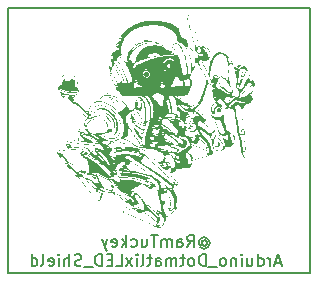
<source format=gbr>
%TF.GenerationSoftware,KiCad,Pcbnew,9.0.6*%
%TF.CreationDate,2026-01-18T16:02:07+09:00*%
%TF.ProjectId,mcp23017_testboard_arduino,6d637032-3330-4313-975f-74657374626f,rev?*%
%TF.SameCoordinates,Original*%
%TF.FileFunction,Legend,Bot*%
%TF.FilePolarity,Positive*%
%FSLAX46Y46*%
G04 Gerber Fmt 4.6, Leading zero omitted, Abs format (unit mm)*
G04 Created by KiCad (PCBNEW 9.0.6) date 2026-01-18 16:02:07*
%MOMM*%
%LPD*%
G01*
G04 APERTURE LIST*
%ADD10C,0.150000*%
%ADD11C,0.000000*%
G04 APERTURE END LIST*
D10*
X119000000Y-58000000D02*
X144500000Y-58000000D01*
X144500000Y-80500000D01*
X119000000Y-80500000D01*
X119000000Y-58000000D01*
X135380952Y-77783684D02*
X135428571Y-77736065D01*
X135428571Y-77736065D02*
X135523809Y-77688446D01*
X135523809Y-77688446D02*
X135619047Y-77688446D01*
X135619047Y-77688446D02*
X135714285Y-77736065D01*
X135714285Y-77736065D02*
X135761904Y-77783684D01*
X135761904Y-77783684D02*
X135809523Y-77878922D01*
X135809523Y-77878922D02*
X135809523Y-77974160D01*
X135809523Y-77974160D02*
X135761904Y-78069398D01*
X135761904Y-78069398D02*
X135714285Y-78117017D01*
X135714285Y-78117017D02*
X135619047Y-78164636D01*
X135619047Y-78164636D02*
X135523809Y-78164636D01*
X135523809Y-78164636D02*
X135428571Y-78117017D01*
X135428571Y-78117017D02*
X135380952Y-78069398D01*
X135380952Y-77688446D02*
X135380952Y-78069398D01*
X135380952Y-78069398D02*
X135333333Y-78117017D01*
X135333333Y-78117017D02*
X135285714Y-78117017D01*
X135285714Y-78117017D02*
X135190475Y-78069398D01*
X135190475Y-78069398D02*
X135142856Y-77974160D01*
X135142856Y-77974160D02*
X135142856Y-77736065D01*
X135142856Y-77736065D02*
X135238095Y-77593208D01*
X135238095Y-77593208D02*
X135380952Y-77497970D01*
X135380952Y-77497970D02*
X135571428Y-77450351D01*
X135571428Y-77450351D02*
X135761904Y-77497970D01*
X135761904Y-77497970D02*
X135904761Y-77593208D01*
X135904761Y-77593208D02*
X135999999Y-77736065D01*
X135999999Y-77736065D02*
X136047618Y-77926541D01*
X136047618Y-77926541D02*
X135999999Y-78117017D01*
X135999999Y-78117017D02*
X135904761Y-78259875D01*
X135904761Y-78259875D02*
X135761904Y-78355113D01*
X135761904Y-78355113D02*
X135571428Y-78402732D01*
X135571428Y-78402732D02*
X135380952Y-78355113D01*
X135380952Y-78355113D02*
X135238095Y-78259875D01*
X134142857Y-78259875D02*
X134476190Y-77783684D01*
X134714285Y-78259875D02*
X134714285Y-77259875D01*
X134714285Y-77259875D02*
X134333333Y-77259875D01*
X134333333Y-77259875D02*
X134238095Y-77307494D01*
X134238095Y-77307494D02*
X134190476Y-77355113D01*
X134190476Y-77355113D02*
X134142857Y-77450351D01*
X134142857Y-77450351D02*
X134142857Y-77593208D01*
X134142857Y-77593208D02*
X134190476Y-77688446D01*
X134190476Y-77688446D02*
X134238095Y-77736065D01*
X134238095Y-77736065D02*
X134333333Y-77783684D01*
X134333333Y-77783684D02*
X134714285Y-77783684D01*
X133285714Y-78259875D02*
X133285714Y-77736065D01*
X133285714Y-77736065D02*
X133333333Y-77640827D01*
X133333333Y-77640827D02*
X133428571Y-77593208D01*
X133428571Y-77593208D02*
X133619047Y-77593208D01*
X133619047Y-77593208D02*
X133714285Y-77640827D01*
X133285714Y-78212256D02*
X133380952Y-78259875D01*
X133380952Y-78259875D02*
X133619047Y-78259875D01*
X133619047Y-78259875D02*
X133714285Y-78212256D01*
X133714285Y-78212256D02*
X133761904Y-78117017D01*
X133761904Y-78117017D02*
X133761904Y-78021779D01*
X133761904Y-78021779D02*
X133714285Y-77926541D01*
X133714285Y-77926541D02*
X133619047Y-77878922D01*
X133619047Y-77878922D02*
X133380952Y-77878922D01*
X133380952Y-77878922D02*
X133285714Y-77831303D01*
X132809523Y-78259875D02*
X132809523Y-77593208D01*
X132809523Y-77688446D02*
X132761904Y-77640827D01*
X132761904Y-77640827D02*
X132666666Y-77593208D01*
X132666666Y-77593208D02*
X132523809Y-77593208D01*
X132523809Y-77593208D02*
X132428571Y-77640827D01*
X132428571Y-77640827D02*
X132380952Y-77736065D01*
X132380952Y-77736065D02*
X132380952Y-78259875D01*
X132380952Y-77736065D02*
X132333333Y-77640827D01*
X132333333Y-77640827D02*
X132238095Y-77593208D01*
X132238095Y-77593208D02*
X132095238Y-77593208D01*
X132095238Y-77593208D02*
X131999999Y-77640827D01*
X131999999Y-77640827D02*
X131952380Y-77736065D01*
X131952380Y-77736065D02*
X131952380Y-78259875D01*
X131619047Y-77259875D02*
X131047619Y-77259875D01*
X131333333Y-78259875D02*
X131333333Y-77259875D01*
X130285714Y-77593208D02*
X130285714Y-78259875D01*
X130714285Y-77593208D02*
X130714285Y-78117017D01*
X130714285Y-78117017D02*
X130666666Y-78212256D01*
X130666666Y-78212256D02*
X130571428Y-78259875D01*
X130571428Y-78259875D02*
X130428571Y-78259875D01*
X130428571Y-78259875D02*
X130333333Y-78212256D01*
X130333333Y-78212256D02*
X130285714Y-78164636D01*
X129380952Y-78212256D02*
X129476190Y-78259875D01*
X129476190Y-78259875D02*
X129666666Y-78259875D01*
X129666666Y-78259875D02*
X129761904Y-78212256D01*
X129761904Y-78212256D02*
X129809523Y-78164636D01*
X129809523Y-78164636D02*
X129857142Y-78069398D01*
X129857142Y-78069398D02*
X129857142Y-77783684D01*
X129857142Y-77783684D02*
X129809523Y-77688446D01*
X129809523Y-77688446D02*
X129761904Y-77640827D01*
X129761904Y-77640827D02*
X129666666Y-77593208D01*
X129666666Y-77593208D02*
X129476190Y-77593208D01*
X129476190Y-77593208D02*
X129380952Y-77640827D01*
X128952380Y-78259875D02*
X128952380Y-77259875D01*
X128857142Y-77878922D02*
X128571428Y-78259875D01*
X128571428Y-77593208D02*
X128952380Y-77974160D01*
X127761904Y-78212256D02*
X127857142Y-78259875D01*
X127857142Y-78259875D02*
X128047618Y-78259875D01*
X128047618Y-78259875D02*
X128142856Y-78212256D01*
X128142856Y-78212256D02*
X128190475Y-78117017D01*
X128190475Y-78117017D02*
X128190475Y-77736065D01*
X128190475Y-77736065D02*
X128142856Y-77640827D01*
X128142856Y-77640827D02*
X128047618Y-77593208D01*
X128047618Y-77593208D02*
X127857142Y-77593208D01*
X127857142Y-77593208D02*
X127761904Y-77640827D01*
X127761904Y-77640827D02*
X127714285Y-77736065D01*
X127714285Y-77736065D02*
X127714285Y-77831303D01*
X127714285Y-77831303D02*
X128190475Y-77926541D01*
X127380951Y-77593208D02*
X127142856Y-78259875D01*
X126904761Y-77593208D02*
X127142856Y-78259875D01*
X127142856Y-78259875D02*
X127238094Y-78497970D01*
X127238094Y-78497970D02*
X127285713Y-78545589D01*
X127285713Y-78545589D02*
X127380951Y-78593208D01*
X142071429Y-79584104D02*
X141595239Y-79584104D01*
X142166667Y-79869819D02*
X141833334Y-78869819D01*
X141833334Y-78869819D02*
X141500001Y-79869819D01*
X141166667Y-79869819D02*
X141166667Y-79203152D01*
X141166667Y-79393628D02*
X141119048Y-79298390D01*
X141119048Y-79298390D02*
X141071429Y-79250771D01*
X141071429Y-79250771D02*
X140976191Y-79203152D01*
X140976191Y-79203152D02*
X140880953Y-79203152D01*
X140119048Y-79869819D02*
X140119048Y-78869819D01*
X140119048Y-79822200D02*
X140214286Y-79869819D01*
X140214286Y-79869819D02*
X140404762Y-79869819D01*
X140404762Y-79869819D02*
X140500000Y-79822200D01*
X140500000Y-79822200D02*
X140547619Y-79774580D01*
X140547619Y-79774580D02*
X140595238Y-79679342D01*
X140595238Y-79679342D02*
X140595238Y-79393628D01*
X140595238Y-79393628D02*
X140547619Y-79298390D01*
X140547619Y-79298390D02*
X140500000Y-79250771D01*
X140500000Y-79250771D02*
X140404762Y-79203152D01*
X140404762Y-79203152D02*
X140214286Y-79203152D01*
X140214286Y-79203152D02*
X140119048Y-79250771D01*
X139214286Y-79203152D02*
X139214286Y-79869819D01*
X139642857Y-79203152D02*
X139642857Y-79726961D01*
X139642857Y-79726961D02*
X139595238Y-79822200D01*
X139595238Y-79822200D02*
X139500000Y-79869819D01*
X139500000Y-79869819D02*
X139357143Y-79869819D01*
X139357143Y-79869819D02*
X139261905Y-79822200D01*
X139261905Y-79822200D02*
X139214286Y-79774580D01*
X138738095Y-79869819D02*
X138738095Y-79203152D01*
X138738095Y-78869819D02*
X138785714Y-78917438D01*
X138785714Y-78917438D02*
X138738095Y-78965057D01*
X138738095Y-78965057D02*
X138690476Y-78917438D01*
X138690476Y-78917438D02*
X138738095Y-78869819D01*
X138738095Y-78869819D02*
X138738095Y-78965057D01*
X138261905Y-79203152D02*
X138261905Y-79869819D01*
X138261905Y-79298390D02*
X138214286Y-79250771D01*
X138214286Y-79250771D02*
X138119048Y-79203152D01*
X138119048Y-79203152D02*
X137976191Y-79203152D01*
X137976191Y-79203152D02*
X137880953Y-79250771D01*
X137880953Y-79250771D02*
X137833334Y-79346009D01*
X137833334Y-79346009D02*
X137833334Y-79869819D01*
X137214286Y-79869819D02*
X137309524Y-79822200D01*
X137309524Y-79822200D02*
X137357143Y-79774580D01*
X137357143Y-79774580D02*
X137404762Y-79679342D01*
X137404762Y-79679342D02*
X137404762Y-79393628D01*
X137404762Y-79393628D02*
X137357143Y-79298390D01*
X137357143Y-79298390D02*
X137309524Y-79250771D01*
X137309524Y-79250771D02*
X137214286Y-79203152D01*
X137214286Y-79203152D02*
X137071429Y-79203152D01*
X137071429Y-79203152D02*
X136976191Y-79250771D01*
X136976191Y-79250771D02*
X136928572Y-79298390D01*
X136928572Y-79298390D02*
X136880953Y-79393628D01*
X136880953Y-79393628D02*
X136880953Y-79679342D01*
X136880953Y-79679342D02*
X136928572Y-79774580D01*
X136928572Y-79774580D02*
X136976191Y-79822200D01*
X136976191Y-79822200D02*
X137071429Y-79869819D01*
X137071429Y-79869819D02*
X137214286Y-79869819D01*
X136690477Y-79965057D02*
X135928572Y-79965057D01*
X135690476Y-79869819D02*
X135690476Y-78869819D01*
X135690476Y-78869819D02*
X135452381Y-78869819D01*
X135452381Y-78869819D02*
X135309524Y-78917438D01*
X135309524Y-78917438D02*
X135214286Y-79012676D01*
X135214286Y-79012676D02*
X135166667Y-79107914D01*
X135166667Y-79107914D02*
X135119048Y-79298390D01*
X135119048Y-79298390D02*
X135119048Y-79441247D01*
X135119048Y-79441247D02*
X135166667Y-79631723D01*
X135166667Y-79631723D02*
X135214286Y-79726961D01*
X135214286Y-79726961D02*
X135309524Y-79822200D01*
X135309524Y-79822200D02*
X135452381Y-79869819D01*
X135452381Y-79869819D02*
X135690476Y-79869819D01*
X134547619Y-79869819D02*
X134642857Y-79822200D01*
X134642857Y-79822200D02*
X134690476Y-79774580D01*
X134690476Y-79774580D02*
X134738095Y-79679342D01*
X134738095Y-79679342D02*
X134738095Y-79393628D01*
X134738095Y-79393628D02*
X134690476Y-79298390D01*
X134690476Y-79298390D02*
X134642857Y-79250771D01*
X134642857Y-79250771D02*
X134547619Y-79203152D01*
X134547619Y-79203152D02*
X134404762Y-79203152D01*
X134404762Y-79203152D02*
X134309524Y-79250771D01*
X134309524Y-79250771D02*
X134261905Y-79298390D01*
X134261905Y-79298390D02*
X134214286Y-79393628D01*
X134214286Y-79393628D02*
X134214286Y-79679342D01*
X134214286Y-79679342D02*
X134261905Y-79774580D01*
X134261905Y-79774580D02*
X134309524Y-79822200D01*
X134309524Y-79822200D02*
X134404762Y-79869819D01*
X134404762Y-79869819D02*
X134547619Y-79869819D01*
X133928571Y-79203152D02*
X133547619Y-79203152D01*
X133785714Y-78869819D02*
X133785714Y-79726961D01*
X133785714Y-79726961D02*
X133738095Y-79822200D01*
X133738095Y-79822200D02*
X133642857Y-79869819D01*
X133642857Y-79869819D02*
X133547619Y-79869819D01*
X133214285Y-79869819D02*
X133214285Y-79203152D01*
X133214285Y-79298390D02*
X133166666Y-79250771D01*
X133166666Y-79250771D02*
X133071428Y-79203152D01*
X133071428Y-79203152D02*
X132928571Y-79203152D01*
X132928571Y-79203152D02*
X132833333Y-79250771D01*
X132833333Y-79250771D02*
X132785714Y-79346009D01*
X132785714Y-79346009D02*
X132785714Y-79869819D01*
X132785714Y-79346009D02*
X132738095Y-79250771D01*
X132738095Y-79250771D02*
X132642857Y-79203152D01*
X132642857Y-79203152D02*
X132500000Y-79203152D01*
X132500000Y-79203152D02*
X132404761Y-79250771D01*
X132404761Y-79250771D02*
X132357142Y-79346009D01*
X132357142Y-79346009D02*
X132357142Y-79869819D01*
X131452381Y-79869819D02*
X131452381Y-79346009D01*
X131452381Y-79346009D02*
X131500000Y-79250771D01*
X131500000Y-79250771D02*
X131595238Y-79203152D01*
X131595238Y-79203152D02*
X131785714Y-79203152D01*
X131785714Y-79203152D02*
X131880952Y-79250771D01*
X131452381Y-79822200D02*
X131547619Y-79869819D01*
X131547619Y-79869819D02*
X131785714Y-79869819D01*
X131785714Y-79869819D02*
X131880952Y-79822200D01*
X131880952Y-79822200D02*
X131928571Y-79726961D01*
X131928571Y-79726961D02*
X131928571Y-79631723D01*
X131928571Y-79631723D02*
X131880952Y-79536485D01*
X131880952Y-79536485D02*
X131785714Y-79488866D01*
X131785714Y-79488866D02*
X131547619Y-79488866D01*
X131547619Y-79488866D02*
X131452381Y-79441247D01*
X131119047Y-79203152D02*
X130738095Y-79203152D01*
X130976190Y-78869819D02*
X130976190Y-79726961D01*
X130976190Y-79726961D02*
X130928571Y-79822200D01*
X130928571Y-79822200D02*
X130833333Y-79869819D01*
X130833333Y-79869819D02*
X130738095Y-79869819D01*
X130261904Y-79869819D02*
X130357142Y-79822200D01*
X130357142Y-79822200D02*
X130404761Y-79726961D01*
X130404761Y-79726961D02*
X130404761Y-78869819D01*
X129880951Y-79869819D02*
X129880951Y-79203152D01*
X129880951Y-78869819D02*
X129928570Y-78917438D01*
X129928570Y-78917438D02*
X129880951Y-78965057D01*
X129880951Y-78965057D02*
X129833332Y-78917438D01*
X129833332Y-78917438D02*
X129880951Y-78869819D01*
X129880951Y-78869819D02*
X129880951Y-78965057D01*
X129499999Y-79869819D02*
X128976190Y-79203152D01*
X129499999Y-79203152D02*
X128976190Y-79869819D01*
X128119047Y-79869819D02*
X128595237Y-79869819D01*
X128595237Y-79869819D02*
X128595237Y-78869819D01*
X127785713Y-79346009D02*
X127452380Y-79346009D01*
X127309523Y-79869819D02*
X127785713Y-79869819D01*
X127785713Y-79869819D02*
X127785713Y-78869819D01*
X127785713Y-78869819D02*
X127309523Y-78869819D01*
X126880951Y-79869819D02*
X126880951Y-78869819D01*
X126880951Y-78869819D02*
X126642856Y-78869819D01*
X126642856Y-78869819D02*
X126499999Y-78917438D01*
X126499999Y-78917438D02*
X126404761Y-79012676D01*
X126404761Y-79012676D02*
X126357142Y-79107914D01*
X126357142Y-79107914D02*
X126309523Y-79298390D01*
X126309523Y-79298390D02*
X126309523Y-79441247D01*
X126309523Y-79441247D02*
X126357142Y-79631723D01*
X126357142Y-79631723D02*
X126404761Y-79726961D01*
X126404761Y-79726961D02*
X126499999Y-79822200D01*
X126499999Y-79822200D02*
X126642856Y-79869819D01*
X126642856Y-79869819D02*
X126880951Y-79869819D01*
X126119047Y-79965057D02*
X125357142Y-79965057D01*
X125166665Y-79822200D02*
X125023808Y-79869819D01*
X125023808Y-79869819D02*
X124785713Y-79869819D01*
X124785713Y-79869819D02*
X124690475Y-79822200D01*
X124690475Y-79822200D02*
X124642856Y-79774580D01*
X124642856Y-79774580D02*
X124595237Y-79679342D01*
X124595237Y-79679342D02*
X124595237Y-79584104D01*
X124595237Y-79584104D02*
X124642856Y-79488866D01*
X124642856Y-79488866D02*
X124690475Y-79441247D01*
X124690475Y-79441247D02*
X124785713Y-79393628D01*
X124785713Y-79393628D02*
X124976189Y-79346009D01*
X124976189Y-79346009D02*
X125071427Y-79298390D01*
X125071427Y-79298390D02*
X125119046Y-79250771D01*
X125119046Y-79250771D02*
X125166665Y-79155533D01*
X125166665Y-79155533D02*
X125166665Y-79060295D01*
X125166665Y-79060295D02*
X125119046Y-78965057D01*
X125119046Y-78965057D02*
X125071427Y-78917438D01*
X125071427Y-78917438D02*
X124976189Y-78869819D01*
X124976189Y-78869819D02*
X124738094Y-78869819D01*
X124738094Y-78869819D02*
X124595237Y-78917438D01*
X124166665Y-79869819D02*
X124166665Y-78869819D01*
X123738094Y-79869819D02*
X123738094Y-79346009D01*
X123738094Y-79346009D02*
X123785713Y-79250771D01*
X123785713Y-79250771D02*
X123880951Y-79203152D01*
X123880951Y-79203152D02*
X124023808Y-79203152D01*
X124023808Y-79203152D02*
X124119046Y-79250771D01*
X124119046Y-79250771D02*
X124166665Y-79298390D01*
X123261903Y-79869819D02*
X123261903Y-79203152D01*
X123261903Y-78869819D02*
X123309522Y-78917438D01*
X123309522Y-78917438D02*
X123261903Y-78965057D01*
X123261903Y-78965057D02*
X123214284Y-78917438D01*
X123214284Y-78917438D02*
X123261903Y-78869819D01*
X123261903Y-78869819D02*
X123261903Y-78965057D01*
X122404761Y-79822200D02*
X122499999Y-79869819D01*
X122499999Y-79869819D02*
X122690475Y-79869819D01*
X122690475Y-79869819D02*
X122785713Y-79822200D01*
X122785713Y-79822200D02*
X122833332Y-79726961D01*
X122833332Y-79726961D02*
X122833332Y-79346009D01*
X122833332Y-79346009D02*
X122785713Y-79250771D01*
X122785713Y-79250771D02*
X122690475Y-79203152D01*
X122690475Y-79203152D02*
X122499999Y-79203152D01*
X122499999Y-79203152D02*
X122404761Y-79250771D01*
X122404761Y-79250771D02*
X122357142Y-79346009D01*
X122357142Y-79346009D02*
X122357142Y-79441247D01*
X122357142Y-79441247D02*
X122833332Y-79536485D01*
X121785713Y-79869819D02*
X121880951Y-79822200D01*
X121880951Y-79822200D02*
X121928570Y-79726961D01*
X121928570Y-79726961D02*
X121928570Y-78869819D01*
X120976189Y-79869819D02*
X120976189Y-78869819D01*
X120976189Y-79822200D02*
X121071427Y-79869819D01*
X121071427Y-79869819D02*
X121261903Y-79869819D01*
X121261903Y-79869819D02*
X121357141Y-79822200D01*
X121357141Y-79822200D02*
X121404760Y-79774580D01*
X121404760Y-79774580D02*
X121452379Y-79679342D01*
X121452379Y-79679342D02*
X121452379Y-79393628D01*
X121452379Y-79393628D02*
X121404760Y-79298390D01*
X121404760Y-79298390D02*
X121357141Y-79250771D01*
X121357141Y-79250771D02*
X121261903Y-79203152D01*
X121261903Y-79203152D02*
X121071427Y-79203152D01*
X121071427Y-79203152D02*
X120976189Y-79250771D01*
D11*
%TO.C,G\u002A\u002A\u002A*%
G36*
X138600000Y-66310000D02*
G01*
X138590000Y-66320000D01*
X138580000Y-66310000D01*
X138590000Y-66300000D01*
X138600000Y-66310000D01*
G37*
G36*
X130560000Y-68350000D02*
G01*
X130550000Y-68360000D01*
X130540000Y-68350000D01*
X130550000Y-68340000D01*
X130560000Y-68350000D01*
G37*
G36*
X129620000Y-67650000D02*
G01*
X129610000Y-67660000D01*
X129600000Y-67650000D01*
X129610000Y-67640000D01*
X129620000Y-67650000D01*
G37*
G36*
X124040000Y-63570000D02*
G01*
X124030000Y-63580000D01*
X124020000Y-63570000D01*
X124030000Y-63560000D01*
X124040000Y-63570000D01*
G37*
G36*
X123940000Y-64150000D02*
G01*
X123930000Y-64160000D01*
X123920000Y-64150000D01*
X123930000Y-64140000D01*
X123940000Y-64150000D01*
G37*
G36*
X139036843Y-69560000D02*
G01*
X139034055Y-69587512D01*
X139026755Y-69585000D01*
X139024113Y-69575946D01*
X139026755Y-69535000D01*
X139033700Y-69531607D01*
X139036843Y-69560000D01*
G37*
G36*
X138856843Y-67620000D02*
G01*
X138854055Y-67647512D01*
X138846755Y-67645000D01*
X138844113Y-67635946D01*
X138846755Y-67595000D01*
X138853700Y-67591607D01*
X138856843Y-67620000D01*
G37*
G36*
X138540000Y-63120000D02*
G01*
X138538557Y-63130587D01*
X138526667Y-63133333D01*
X138524274Y-63130401D01*
X138526667Y-63106666D01*
X138532683Y-63103537D01*
X138540000Y-63120000D01*
G37*
G36*
X137680000Y-66400000D02*
G01*
X137678557Y-66410587D01*
X137666667Y-66413333D01*
X137664274Y-66410401D01*
X137666667Y-66386666D01*
X137672683Y-66383537D01*
X137680000Y-66400000D01*
G37*
G36*
X137240000Y-66820000D02*
G01*
X137238557Y-66830587D01*
X137226667Y-66833333D01*
X137224274Y-66830401D01*
X137226667Y-66806666D01*
X137232683Y-66803537D01*
X137240000Y-66820000D01*
G37*
G36*
X136178422Y-69828333D02*
G01*
X136177007Y-69848618D01*
X136167917Y-69854583D01*
X136163954Y-69847507D01*
X136166338Y-69816250D01*
X136173537Y-69806992D01*
X136178422Y-69828333D01*
G37*
G36*
X136160000Y-69740000D02*
G01*
X136158557Y-69750587D01*
X136146667Y-69753333D01*
X136144274Y-69750401D01*
X136146667Y-69726666D01*
X136152683Y-69723537D01*
X136160000Y-69740000D01*
G37*
G36*
X136056843Y-61800000D02*
G01*
X136054055Y-61827512D01*
X136046755Y-61825000D01*
X136044113Y-61815946D01*
X136046755Y-61775000D01*
X136053700Y-61771607D01*
X136056843Y-61800000D01*
G37*
G36*
X135713334Y-69826666D02*
G01*
X135716463Y-69832682D01*
X135700000Y-69840000D01*
X135689413Y-69838556D01*
X135686667Y-69826666D01*
X135689599Y-69824273D01*
X135713334Y-69826666D01*
G37*
G36*
X135673334Y-61286666D02*
G01*
X135676463Y-61292682D01*
X135660000Y-61300000D01*
X135649413Y-61298556D01*
X135646667Y-61286666D01*
X135649599Y-61284273D01*
X135673334Y-61286666D01*
G37*
G36*
X135453334Y-69726666D02*
G01*
X135456463Y-69732682D01*
X135440000Y-69740000D01*
X135429413Y-69738556D01*
X135426667Y-69726666D01*
X135429599Y-69724273D01*
X135453334Y-69726666D01*
G37*
G36*
X135373334Y-69706666D02*
G01*
X135376463Y-69712682D01*
X135360000Y-69720000D01*
X135349413Y-69718556D01*
X135346667Y-69706666D01*
X135349599Y-69704273D01*
X135373334Y-69706666D01*
G37*
G36*
X135313334Y-69686666D02*
G01*
X135316463Y-69692682D01*
X135300000Y-69700000D01*
X135289413Y-69698556D01*
X135286667Y-69686666D01*
X135289599Y-69684273D01*
X135313334Y-69686666D01*
G37*
G36*
X135253334Y-69666666D02*
G01*
X135256463Y-69672682D01*
X135240000Y-69680000D01*
X135229413Y-69678556D01*
X135226667Y-69666666D01*
X135229599Y-69664273D01*
X135253334Y-69666666D01*
G37*
G36*
X134998422Y-60608333D02*
G01*
X134997007Y-60628618D01*
X134987917Y-60634583D01*
X134983954Y-60627507D01*
X134986338Y-60596250D01*
X134993537Y-60586992D01*
X134998422Y-60608333D01*
G37*
G36*
X134978422Y-60508333D02*
G01*
X134977007Y-60528618D01*
X134967917Y-60534583D01*
X134963954Y-60527507D01*
X134966338Y-60496250D01*
X134973537Y-60486992D01*
X134978422Y-60508333D01*
G37*
G36*
X134973334Y-69566666D02*
G01*
X134976463Y-69572682D01*
X134960000Y-69580000D01*
X134949413Y-69578556D01*
X134946667Y-69566666D01*
X134949599Y-69564273D01*
X134973334Y-69566666D01*
G37*
G36*
X134958422Y-60428333D02*
G01*
X134957007Y-60448618D01*
X134947917Y-60454583D01*
X134943954Y-60447507D01*
X134946338Y-60416250D01*
X134953537Y-60406992D01*
X134958422Y-60428333D01*
G37*
G36*
X134938422Y-60348333D02*
G01*
X134937007Y-60368618D01*
X134927917Y-60374583D01*
X134923954Y-60367507D01*
X134926338Y-60336250D01*
X134933537Y-60326992D01*
X134938422Y-60348333D01*
G37*
G36*
X134778422Y-59848333D02*
G01*
X134777007Y-59868618D01*
X134767917Y-59874583D01*
X134763954Y-59867507D01*
X134766338Y-59836250D01*
X134773537Y-59826992D01*
X134778422Y-59848333D01*
G37*
G36*
X134760000Y-59780000D02*
G01*
X134758557Y-59790587D01*
X134746667Y-59793333D01*
X134744274Y-59790401D01*
X134746667Y-59766666D01*
X134752683Y-59763537D01*
X134760000Y-59780000D01*
G37*
G36*
X134736843Y-59700000D02*
G01*
X134734055Y-59727512D01*
X134726755Y-59725000D01*
X134724113Y-59715946D01*
X134726755Y-59675000D01*
X134733700Y-59671607D01*
X134736843Y-59700000D01*
G37*
G36*
X134660000Y-59320000D02*
G01*
X134658557Y-59330587D01*
X134646667Y-59333333D01*
X134644274Y-59330401D01*
X134646667Y-59306666D01*
X134652683Y-59303537D01*
X134660000Y-59320000D01*
G37*
G36*
X134538422Y-58968333D02*
G01*
X134537007Y-58988618D01*
X134527917Y-58994583D01*
X134523954Y-58987507D01*
X134526338Y-58956250D01*
X134533537Y-58946992D01*
X134538422Y-58968333D01*
G37*
G36*
X130405000Y-60786754D02*
G01*
X130408393Y-60793699D01*
X130380000Y-60796842D01*
X130352488Y-60794054D01*
X130355000Y-60786754D01*
X130364054Y-60784112D01*
X130405000Y-60786754D01*
G37*
G36*
X128383750Y-62226337D02*
G01*
X128393008Y-62233536D01*
X128371667Y-62238421D01*
X128351382Y-62237006D01*
X128345417Y-62227916D01*
X128352493Y-62223953D01*
X128383750Y-62226337D01*
G37*
G36*
X128040000Y-62820000D02*
G01*
X128038557Y-62830587D01*
X128026667Y-62833333D01*
X128024274Y-62830401D01*
X128026667Y-62806666D01*
X128032683Y-62803537D01*
X128040000Y-62820000D01*
G37*
G36*
X127523750Y-68786337D02*
G01*
X127533008Y-68793536D01*
X127511667Y-68798421D01*
X127491382Y-68797006D01*
X127485417Y-68787916D01*
X127492493Y-68783953D01*
X127523750Y-68786337D01*
G37*
G36*
X125473334Y-68266666D02*
G01*
X125476463Y-68272682D01*
X125460000Y-68280000D01*
X125449413Y-68278556D01*
X125446667Y-68266666D01*
X125449599Y-68264273D01*
X125473334Y-68266666D01*
G37*
G36*
X125093334Y-68266666D02*
G01*
X125096463Y-68272682D01*
X125080000Y-68280000D01*
X125069413Y-68278556D01*
X125066667Y-68266666D01*
X125069599Y-68264273D01*
X125093334Y-68266666D01*
G37*
G36*
X123813334Y-69966666D02*
G01*
X123816463Y-69972682D01*
X123800000Y-69980000D01*
X123789413Y-69978556D01*
X123786667Y-69966666D01*
X123789599Y-69964273D01*
X123813334Y-69966666D01*
G37*
G36*
X123745000Y-69986754D02*
G01*
X123748393Y-69993699D01*
X123720000Y-69996842D01*
X123692488Y-69994054D01*
X123695000Y-69986754D01*
X123704054Y-69984112D01*
X123745000Y-69986754D01*
G37*
G36*
X123645000Y-70006754D02*
G01*
X123648393Y-70013699D01*
X123620000Y-70016842D01*
X123592488Y-70014054D01*
X123595000Y-70006754D01*
X123604054Y-70004112D01*
X123645000Y-70006754D01*
G37*
G36*
X123543750Y-70026337D02*
G01*
X123553008Y-70033536D01*
X123531667Y-70038421D01*
X123511382Y-70037006D01*
X123505417Y-70027916D01*
X123512493Y-70023953D01*
X123543750Y-70026337D01*
G37*
G36*
X134585334Y-66177518D02*
G01*
X134587918Y-66180152D01*
X134597504Y-66194803D01*
X134574138Y-66188714D01*
X134555473Y-66178740D01*
X134549471Y-66163862D01*
X134559112Y-66161720D01*
X134585334Y-66177518D01*
G37*
G36*
X127971910Y-64836909D02*
G01*
X127969253Y-64840981D01*
X127949492Y-64859400D01*
X127940000Y-64851180D01*
X127941788Y-64846681D01*
X127963091Y-64828090D01*
X127974268Y-64823223D01*
X127971910Y-64836909D01*
G37*
G36*
X127551910Y-65136909D02*
G01*
X127549253Y-65140981D01*
X127529492Y-65159400D01*
X127520000Y-65151180D01*
X127521788Y-65146681D01*
X127543091Y-65128090D01*
X127554268Y-65123223D01*
X127551910Y-65136909D01*
G37*
G36*
X123191901Y-70175000D02*
G01*
X123163234Y-70206512D01*
X123146901Y-70220000D01*
X123141754Y-70219004D01*
X123147210Y-70203560D01*
X123185000Y-70168099D01*
X123230000Y-70130000D01*
X123191901Y-70175000D01*
G37*
G36*
X138972993Y-69156743D02*
G01*
X138974553Y-69200000D01*
X138973970Y-69229350D01*
X138970832Y-69254477D01*
X138965886Y-69245000D01*
X138962577Y-69213279D01*
X138965886Y-69155000D01*
X138969004Y-69144868D01*
X138972993Y-69156743D01*
G37*
G36*
X138916102Y-67990000D02*
G01*
X138916129Y-67994736D01*
X138913447Y-68026045D01*
X138906882Y-68025380D01*
X138903213Y-68008946D01*
X138906141Y-67965380D01*
X138907130Y-67961941D01*
X138913218Y-67958980D01*
X138916102Y-67990000D01*
G37*
G36*
X138896102Y-67870000D02*
G01*
X138896129Y-67874736D01*
X138893447Y-67906045D01*
X138886882Y-67905380D01*
X138883213Y-67888946D01*
X138886141Y-67845380D01*
X138887130Y-67841941D01*
X138893218Y-67838980D01*
X138896102Y-67870000D01*
G37*
G36*
X138876102Y-67750000D02*
G01*
X138876129Y-67754736D01*
X138873447Y-67786045D01*
X138866882Y-67785380D01*
X138863213Y-67768946D01*
X138866141Y-67725380D01*
X138867130Y-67721941D01*
X138873218Y-67718980D01*
X138876102Y-67750000D01*
G37*
G36*
X138796102Y-67210000D02*
G01*
X138796129Y-67214736D01*
X138793447Y-67246045D01*
X138786882Y-67245380D01*
X138783213Y-67228946D01*
X138786141Y-67185380D01*
X138787130Y-67181941D01*
X138793218Y-67178980D01*
X138796102Y-67210000D01*
G37*
G36*
X138776102Y-67090000D02*
G01*
X138776129Y-67094736D01*
X138773447Y-67126045D01*
X138766882Y-67125380D01*
X138763213Y-67108946D01*
X138766141Y-67065380D01*
X138767130Y-67061941D01*
X138773218Y-67058980D01*
X138776102Y-67090000D01*
G37*
G36*
X138753275Y-66923613D02*
G01*
X138755360Y-66960000D01*
X138755167Y-66973569D01*
X138752011Y-67001224D01*
X138746214Y-66995000D01*
X138743104Y-66975724D01*
X138746214Y-66925000D01*
X138748084Y-66919325D01*
X138753275Y-66923613D01*
G37*
G36*
X136120000Y-69640000D02*
G01*
X136129430Y-69657132D01*
X136139388Y-69690000D01*
X136135848Y-69696008D01*
X136120000Y-69680000D01*
X136110571Y-69662867D01*
X136100613Y-69630000D01*
X136104153Y-69623991D01*
X136120000Y-69640000D01*
G37*
G36*
X135603540Y-69783076D02*
G01*
X135640000Y-69800000D01*
X135653578Y-69811134D01*
X135650000Y-69819387D01*
X135636461Y-69816923D01*
X135600000Y-69800000D01*
X135586423Y-69788865D01*
X135590000Y-69780612D01*
X135603540Y-69783076D01*
G37*
G36*
X135503540Y-69743076D02*
G01*
X135540000Y-69760000D01*
X135553578Y-69771134D01*
X135550000Y-69779387D01*
X135536461Y-69776923D01*
X135500000Y-69760000D01*
X135486423Y-69748865D01*
X135490000Y-69740612D01*
X135503540Y-69743076D01*
G37*
G36*
X135137306Y-69623417D02*
G01*
X135180000Y-69640000D01*
X135188090Y-69645680D01*
X135194281Y-69656891D01*
X135172403Y-69654998D01*
X135130000Y-69640000D01*
X135108040Y-69627422D01*
X135120000Y-69621711D01*
X135137306Y-69623417D01*
G37*
G36*
X135023540Y-69583076D02*
G01*
X135060000Y-69600000D01*
X135073578Y-69611134D01*
X135070000Y-69619387D01*
X135056461Y-69616923D01*
X135020000Y-69600000D01*
X135006423Y-69588865D01*
X135010000Y-69580612D01*
X135023540Y-69583076D01*
G37*
G36*
X134900000Y-60220000D02*
G01*
X134908844Y-60237305D01*
X134918289Y-60280000D01*
X134913641Y-60292541D01*
X134900000Y-60270000D01*
X134894320Y-60256078D01*
X134883109Y-60218832D01*
X134885002Y-60204292D01*
X134900000Y-60220000D01*
G37*
G36*
X134800000Y-59920000D02*
G01*
X134808844Y-59937305D01*
X134818289Y-59980000D01*
X134813641Y-59992541D01*
X134800000Y-59970000D01*
X134794320Y-59956078D01*
X134783109Y-59918832D01*
X134785002Y-59904292D01*
X134800000Y-59920000D01*
G37*
G36*
X134716102Y-59590000D02*
G01*
X134716129Y-59594736D01*
X134713447Y-59626045D01*
X134706882Y-59625380D01*
X134703213Y-59608946D01*
X134706141Y-59565380D01*
X134707130Y-59561941D01*
X134713218Y-59558980D01*
X134716102Y-59590000D01*
G37*
G36*
X134620000Y-59200000D02*
G01*
X134628844Y-59217305D01*
X134638289Y-59260000D01*
X134633641Y-59272541D01*
X134620000Y-59250000D01*
X134614320Y-59236078D01*
X134603109Y-59198832D01*
X134605002Y-59184292D01*
X134620000Y-59200000D01*
G37*
G36*
X134454620Y-66146140D02*
G01*
X134458059Y-66147129D01*
X134461020Y-66153217D01*
X134430000Y-66156101D01*
X134425264Y-66156128D01*
X134393955Y-66153446D01*
X134394620Y-66146881D01*
X134411054Y-66143212D01*
X134454620Y-66146140D01*
G37*
G36*
X130338595Y-68485000D02*
G01*
X130334062Y-68522780D01*
X130320000Y-68540000D01*
X130307287Y-68537106D01*
X130303379Y-68516731D01*
X130320000Y-68470000D01*
X130329073Y-68450681D01*
X130336164Y-68449425D01*
X130338595Y-68485000D01*
G37*
G36*
X130311812Y-60806780D02*
G01*
X130290000Y-60820000D01*
X130262805Y-60829515D01*
X130220000Y-60837188D01*
X130208189Y-60833219D01*
X130230000Y-60820000D01*
X130257196Y-60810484D01*
X130300000Y-60802811D01*
X130311812Y-60806780D01*
G37*
G36*
X127902552Y-64885000D02*
G01*
X127884246Y-64906332D01*
X127867552Y-64920000D01*
X127864042Y-64919671D01*
X127863907Y-64906641D01*
X127895000Y-64877448D01*
X127909492Y-64866276D01*
X127919849Y-64861310D01*
X127902552Y-64885000D01*
G37*
G36*
X127622552Y-65085000D02*
G01*
X127604246Y-65106332D01*
X127587552Y-65120000D01*
X127584042Y-65119671D01*
X127583907Y-65106641D01*
X127615000Y-65077448D01*
X127629492Y-65066276D01*
X127639849Y-65061310D01*
X127622552Y-65085000D01*
G37*
G36*
X127482552Y-65185000D02*
G01*
X127464246Y-65206332D01*
X127447552Y-65220000D01*
X127444042Y-65219671D01*
X127443907Y-65206641D01*
X127475000Y-65177448D01*
X127489492Y-65166276D01*
X127499849Y-65161310D01*
X127482552Y-65185000D01*
G37*
G36*
X125394620Y-68246140D02*
G01*
X125398059Y-68247129D01*
X125401020Y-68253217D01*
X125370000Y-68256101D01*
X125365264Y-68256128D01*
X125333955Y-68253446D01*
X125334620Y-68246881D01*
X125351054Y-68243212D01*
X125394620Y-68246140D01*
G37*
G36*
X125215000Y-68246213D02*
G01*
X125220675Y-68248083D01*
X125216387Y-68253274D01*
X125180000Y-68255359D01*
X125166431Y-68255166D01*
X125138776Y-68252010D01*
X125145000Y-68246213D01*
X125164276Y-68243103D01*
X125215000Y-68246213D01*
G37*
G36*
X124936102Y-68470000D02*
G01*
X124936129Y-68474736D01*
X124933447Y-68506045D01*
X124926882Y-68505380D01*
X124923213Y-68488946D01*
X124926141Y-68445380D01*
X124927130Y-68441941D01*
X124933218Y-68438980D01*
X124936102Y-68470000D01*
G37*
G36*
X124754620Y-69266140D02*
G01*
X124758059Y-69267129D01*
X124761020Y-69273217D01*
X124730000Y-69276101D01*
X124725264Y-69276128D01*
X124693955Y-69273446D01*
X124694620Y-69266881D01*
X124711054Y-69263212D01*
X124754620Y-69266140D01*
G37*
G36*
X124594620Y-69246140D02*
G01*
X124598059Y-69247129D01*
X124601020Y-69253217D01*
X124570000Y-69256101D01*
X124565264Y-69256128D01*
X124533955Y-69253446D01*
X124534620Y-69246881D01*
X124551054Y-69243212D01*
X124594620Y-69246140D01*
G37*
G36*
X124474620Y-69226140D02*
G01*
X124478059Y-69227129D01*
X124481020Y-69233217D01*
X124450000Y-69236101D01*
X124445264Y-69236128D01*
X124413955Y-69233446D01*
X124414620Y-69226881D01*
X124431054Y-69223212D01*
X124474620Y-69226140D01*
G37*
G36*
X123914620Y-69946140D02*
G01*
X123918059Y-69947129D01*
X123921020Y-69953217D01*
X123890000Y-69956101D01*
X123885264Y-69956128D01*
X123853955Y-69953446D01*
X123854620Y-69946881D01*
X123871054Y-69943212D01*
X123914620Y-69946140D01*
G37*
G36*
X123472542Y-70046359D02*
G01*
X123450000Y-70060000D01*
X123436079Y-70065680D01*
X123398833Y-70076891D01*
X123384293Y-70074998D01*
X123400000Y-70060000D01*
X123417306Y-70051156D01*
X123460000Y-70041711D01*
X123472542Y-70046359D01*
G37*
G36*
X134680000Y-59390000D02*
G01*
X134689058Y-59417467D01*
X134696601Y-59470000D01*
X134696048Y-59483879D01*
X134691477Y-59490476D01*
X134680000Y-59460000D01*
X134667779Y-59413531D01*
X134663576Y-59380425D01*
X134667650Y-59369806D01*
X134680000Y-59390000D01*
G37*
G36*
X123342886Y-70081363D02*
G01*
X123341569Y-70091115D01*
X123310000Y-70109277D01*
X123285012Y-70120517D01*
X123247056Y-70135401D01*
X123242208Y-70131681D01*
X123268823Y-70109363D01*
X123299002Y-70091648D01*
X123338823Y-70080902D01*
X123342886Y-70081363D01*
G37*
G36*
X138720000Y-66720000D02*
G01*
X138729500Y-66759882D01*
X138735641Y-66820000D01*
X138734714Y-66847775D01*
X138730422Y-66847484D01*
X138720000Y-66810000D01*
X138709579Y-66758835D01*
X138704360Y-66710000D01*
X138704537Y-66697312D01*
X138708666Y-66690011D01*
X138720000Y-66720000D01*
G37*
G36*
X134556626Y-59040000D02*
G01*
X134570911Y-59069184D01*
X134588536Y-59120000D01*
X134590261Y-59126610D01*
X134594065Y-59151412D01*
X134583375Y-59140000D01*
X134569090Y-59110815D01*
X134551465Y-59060000D01*
X134549740Y-59053389D01*
X134545936Y-59028587D01*
X134556626Y-59040000D01*
G37*
G36*
X134470101Y-58810866D02*
G01*
X134490000Y-58840000D01*
X134509400Y-58879280D01*
X134518583Y-58910000D01*
X134518570Y-58910579D01*
X134509900Y-58909133D01*
X134490000Y-58880000D01*
X134470601Y-58840719D01*
X134461418Y-58810000D01*
X134461431Y-58809420D01*
X134470101Y-58810866D01*
G37*
G36*
X128502174Y-62207441D02*
G01*
X128542552Y-62235000D01*
X128552076Y-62247333D01*
X128559369Y-62260288D01*
X128540000Y-62247152D01*
X128519169Y-62234168D01*
X128470000Y-62214472D01*
X128452718Y-62210086D01*
X128443088Y-62204911D01*
X128472552Y-62202320D01*
X128502174Y-62207441D01*
G37*
G36*
X138990799Y-69311031D02*
G01*
X138998439Y-69351079D01*
X139006425Y-69410000D01*
X139010746Y-69455126D01*
X139009569Y-69476937D01*
X139000981Y-69460000D01*
X138994570Y-69436559D01*
X138986273Y-69389455D01*
X138981574Y-69342565D01*
X138981590Y-69308949D01*
X138987438Y-69301666D01*
X138990799Y-69311031D01*
G37*
G36*
X136218612Y-66224995D02*
G01*
X136200348Y-66234796D01*
X136170475Y-66255123D01*
X136133896Y-66293217D01*
X136121913Y-66307808D01*
X136095074Y-66334620D01*
X136083046Y-66338059D01*
X136091862Y-66315000D01*
X136113475Y-66282010D01*
X136157508Y-66237245D01*
X136198100Y-66221578D01*
X136218612Y-66224995D01*
G37*
G36*
X136071444Y-63973359D02*
G01*
X136090723Y-64010000D01*
X136091024Y-64010660D01*
X136110041Y-64061513D01*
X136117577Y-64100000D01*
X136116688Y-64105061D01*
X136106922Y-64097019D01*
X136090000Y-64060000D01*
X136084909Y-64046496D01*
X136068470Y-63996239D01*
X136064004Y-63970316D01*
X136071444Y-63973359D01*
G37*
G36*
X125027602Y-68297989D02*
G01*
X124998442Y-68335045D01*
X124988821Y-68346679D01*
X124959179Y-68379336D01*
X124944530Y-68390226D01*
X124943355Y-68389037D01*
X124945839Y-68365601D01*
X124969110Y-68332054D01*
X125003828Y-68302251D01*
X125011842Y-68297286D01*
X125031815Y-68286946D01*
X125027602Y-68297989D01*
G37*
G36*
X138810696Y-67348436D02*
G01*
X138821148Y-67390000D01*
X138823440Y-67401620D01*
X138833189Y-67467205D01*
X138836548Y-67520000D01*
X138835315Y-67534740D01*
X138829305Y-67531563D01*
X138818853Y-67490000D01*
X138816561Y-67478379D01*
X138806812Y-67412794D01*
X138803453Y-67360000D01*
X138804686Y-67345259D01*
X138810696Y-67348436D01*
G37*
G36*
X135558496Y-61264462D02*
G01*
X135591904Y-61267304D01*
X135591328Y-61272177D01*
X135560000Y-61280000D01*
X135521578Y-61287741D01*
X135464938Y-61295805D01*
X135428527Y-61293224D01*
X135400000Y-61280000D01*
X135399714Y-61279813D01*
X135396656Y-61269141D01*
X135429433Y-61263627D01*
X135500000Y-61262939D01*
X135558496Y-61264462D01*
G37*
G36*
X134833079Y-60042980D02*
G01*
X134850000Y-60080000D01*
X134853746Y-60089923D01*
X134870218Y-60139428D01*
X134876855Y-60170000D01*
X134876607Y-60172094D01*
X134867473Y-60164649D01*
X134849278Y-60130000D01*
X134848977Y-60129339D01*
X134829960Y-60078486D01*
X134822424Y-60040000D01*
X134823313Y-60034938D01*
X134833079Y-60042980D01*
G37*
G36*
X130175784Y-60842226D02*
G01*
X130159796Y-60856150D01*
X130120000Y-60880000D01*
X130084982Y-60899082D01*
X130053681Y-60915020D01*
X130041843Y-60917627D01*
X130040000Y-60910513D01*
X130041377Y-60907584D01*
X130064763Y-60890013D01*
X130105105Y-60867603D01*
X130146741Y-60848497D01*
X130174007Y-60840838D01*
X130175784Y-60842226D01*
G37*
G36*
X124814090Y-64157279D02*
G01*
X124828909Y-64210000D01*
X124835511Y-64237326D01*
X124849967Y-64326536D01*
X124855344Y-64410000D01*
X124854528Y-64510000D01*
X124839948Y-64390000D01*
X124833599Y-64339038D01*
X124822750Y-64256123D01*
X124813513Y-64190000D01*
X124809550Y-64162098D01*
X124808022Y-64141812D01*
X124814090Y-64157279D01*
G37*
G36*
X138931436Y-68872339D02*
G01*
X138941021Y-68920000D01*
X138944644Y-68941794D01*
X138953194Y-69008890D01*
X138956218Y-69060000D01*
X138955107Y-69074204D01*
X138949168Y-69070872D01*
X138938853Y-69030000D01*
X138936933Y-69020264D01*
X138926990Y-68950442D01*
X138923656Y-68890000D01*
X138923669Y-68889472D01*
X138925969Y-68862712D01*
X138931436Y-68872339D01*
G37*
G36*
X134340818Y-58582907D02*
G01*
X134363169Y-58609445D01*
X134393971Y-58653889D01*
X134425515Y-58704188D01*
X134450095Y-58748292D01*
X134460000Y-58774148D01*
X134459872Y-58778965D01*
X134457034Y-58780798D01*
X134446706Y-58768315D01*
X134424031Y-58735165D01*
X134384152Y-58675000D01*
X134358185Y-58633505D01*
X134337917Y-58594900D01*
X134335823Y-58580000D01*
X134340818Y-58582907D01*
G37*
G36*
X127833744Y-64936079D02*
G01*
X127802918Y-64962344D01*
X127755000Y-64998012D01*
X127753996Y-64998724D01*
X127701242Y-65035775D01*
X127673161Y-65053950D01*
X127661998Y-65057571D01*
X127660000Y-65050960D01*
X127667641Y-65042069D01*
X127700328Y-65015687D01*
X127750000Y-64980000D01*
X127787214Y-64955284D01*
X127825257Y-64932693D01*
X127840000Y-64927943D01*
X127833744Y-64936079D01*
G37*
G36*
X135971054Y-69350000D02*
G01*
X135975388Y-69355657D01*
X136002922Y-69398029D01*
X136035648Y-69455144D01*
X136067068Y-69514774D01*
X136090684Y-69564691D01*
X136100000Y-69592668D01*
X136098900Y-69600298D01*
X136093096Y-69596092D01*
X136079131Y-69573413D01*
X136053548Y-69526602D01*
X136012892Y-69450000D01*
X135999935Y-69425128D01*
X135974953Y-69374000D01*
X135964570Y-69347149D01*
X135971054Y-69350000D01*
G37*
G36*
X139061259Y-69700000D02*
G01*
X139061735Y-69702778D01*
X139069678Y-69770021D01*
X139075696Y-69857964D01*
X139078518Y-69948333D01*
X139078726Y-70008319D01*
X139077505Y-70069959D01*
X139074729Y-70094269D01*
X139070770Y-70082838D01*
X139066000Y-70037256D01*
X139060791Y-69959113D01*
X139055515Y-69850000D01*
X139054977Y-69836835D01*
X139052332Y-69749958D01*
X139052549Y-69696822D01*
X139055552Y-69679483D01*
X139061259Y-69700000D01*
G37*
G36*
X135757442Y-61332915D02*
G01*
X135815368Y-61383673D01*
X135878052Y-61452041D01*
X135938677Y-61529058D01*
X135990422Y-61605763D01*
X136026469Y-61673196D01*
X136040000Y-61722397D01*
X136039920Y-61723468D01*
X136030560Y-61716251D01*
X136008683Y-61680623D01*
X135978627Y-61623570D01*
X135906179Y-61509383D01*
X135803627Y-61398032D01*
X135786533Y-61382384D01*
X135744841Y-61341815D01*
X135724881Y-61318160D01*
X135730838Y-61316132D01*
X135757442Y-61332915D01*
G37*
G36*
X136848136Y-66475235D02*
G01*
X136925000Y-66529075D01*
X136965335Y-66570145D01*
X136992685Y-66616291D01*
X137000000Y-66668980D01*
X136992618Y-66721763D01*
X136960000Y-66780000D01*
X136919144Y-66806639D01*
X136838686Y-66820000D01*
X136753040Y-66810694D01*
X136693425Y-66779173D01*
X136650075Y-66720143D01*
X136646460Y-66713050D01*
X136631266Y-66673158D01*
X136633104Y-66635159D01*
X136652273Y-66580153D01*
X136668493Y-66545207D01*
X136718029Y-66483648D01*
X136778528Y-66460208D01*
X136848136Y-66475235D01*
G37*
G36*
X136071163Y-66379669D02*
G01*
X136068865Y-66425563D01*
X136060352Y-66497513D01*
X136056525Y-66527335D01*
X136052486Y-66604281D01*
X136060258Y-66680500D01*
X136081270Y-66774964D01*
X136085617Y-66792084D01*
X136102755Y-66862405D01*
X136114318Y-66914523D01*
X136118003Y-66938199D01*
X136111929Y-66928593D01*
X136096833Y-66889702D01*
X136076181Y-66830000D01*
X136056338Y-66759421D01*
X136034959Y-66593723D01*
X136047557Y-66432956D01*
X136047591Y-66432778D01*
X136059843Y-66379830D01*
X136067928Y-66363276D01*
X136071163Y-66379669D01*
G37*
G36*
X124233161Y-63591427D02*
G01*
X124317479Y-63616106D01*
X124404706Y-63651044D01*
X124480000Y-63691164D01*
X124491499Y-63698772D01*
X124559150Y-63752709D01*
X124628993Y-63820993D01*
X124694443Y-63895634D01*
X124748914Y-63968641D01*
X124785824Y-64032023D01*
X124798588Y-64077790D01*
X124796156Y-64083885D01*
X124782591Y-64070533D01*
X124761399Y-64029687D01*
X124729582Y-63974216D01*
X124680027Y-63905150D01*
X124623641Y-63837790D01*
X124504773Y-63733862D01*
X124357285Y-63651637D01*
X124195283Y-63601196D01*
X124162699Y-63594075D01*
X124142242Y-63586004D01*
X124161438Y-63582191D01*
X124166593Y-63582084D01*
X124233161Y-63591427D01*
G37*
G36*
X133440341Y-65592378D02*
G01*
X133490000Y-65620259D01*
X133492816Y-65621905D01*
X133574510Y-65671783D01*
X133670921Y-65733802D01*
X133773941Y-65802404D01*
X133875466Y-65872035D01*
X133967388Y-65937137D01*
X134041602Y-65992153D01*
X134090000Y-66031528D01*
X134119764Y-66059178D01*
X134143413Y-66084272D01*
X134139119Y-66086585D01*
X134109023Y-66067335D01*
X134055270Y-66027739D01*
X133980000Y-65969014D01*
X133933935Y-65933805D01*
X133845519Y-65870336D01*
X133746196Y-65802570D01*
X133650000Y-65740238D01*
X133584693Y-65698817D01*
X133513916Y-65652584D01*
X133460959Y-65616473D01*
X133428954Y-65592835D01*
X133421037Y-65584020D01*
X133440341Y-65592378D01*
G37*
G36*
X129991205Y-60933375D02*
G01*
X129959133Y-60957049D01*
X129903694Y-60994490D01*
X129830000Y-61042118D01*
X129751854Y-61094359D01*
X129628733Y-61186527D01*
X129512941Y-61284394D01*
X129411362Y-61381634D01*
X129330880Y-61471921D01*
X129278382Y-61548930D01*
X129260570Y-61581087D01*
X129236563Y-61619029D01*
X129224205Y-61630871D01*
X129221945Y-61625798D01*
X129231254Y-61593258D01*
X129261669Y-61540883D01*
X129308331Y-61475643D01*
X129366375Y-61404511D01*
X129430941Y-61334455D01*
X129439622Y-61325806D01*
X129505830Y-61265961D01*
X129589699Y-61197444D01*
X129683227Y-61126043D01*
X129778411Y-61057544D01*
X129867249Y-60997736D01*
X129941739Y-60952405D01*
X129993879Y-60927338D01*
X129994799Y-60927048D01*
X129991205Y-60933375D01*
G37*
G36*
X123937580Y-63583876D02*
G01*
X123927501Y-63592331D01*
X123879012Y-63607239D01*
X123812677Y-63628963D01*
X123682102Y-63699255D01*
X123577533Y-63797359D01*
X123502907Y-63920000D01*
X123488679Y-63958969D01*
X123471747Y-64033119D01*
X123459039Y-64132711D01*
X123449429Y-64265000D01*
X123448562Y-64280209D01*
X123442385Y-64373888D01*
X123435956Y-64450070D01*
X123429987Y-64501269D01*
X123425189Y-64520000D01*
X123424611Y-64519537D01*
X123422270Y-64495375D01*
X123422338Y-64439914D01*
X123424696Y-64360630D01*
X123429226Y-64265000D01*
X123429484Y-64260365D01*
X123442185Y-64109626D01*
X123462929Y-63990570D01*
X123494240Y-63895466D01*
X123538646Y-63816580D01*
X123598670Y-63746182D01*
X123630185Y-63718069D01*
X123702902Y-63667160D01*
X123783742Y-63623040D01*
X123859990Y-63592254D01*
X123918927Y-63581349D01*
X123937580Y-63583876D01*
G37*
G36*
X127217552Y-66904003D02*
G01*
X127241814Y-66906219D01*
X127297413Y-66916248D01*
X127352166Y-66936218D01*
X127417059Y-66970767D01*
X127503076Y-67024531D01*
X127627509Y-67115559D01*
X127747441Y-67234263D01*
X127843228Y-67371890D01*
X127919279Y-67534961D01*
X127979999Y-67729992D01*
X127993850Y-67786325D01*
X128012564Y-67882382D01*
X128017820Y-67960567D01*
X128009935Y-68034143D01*
X127989226Y-68116369D01*
X127976537Y-68157897D01*
X127961719Y-68202629D01*
X127954226Y-68220005D01*
X127952605Y-68201924D01*
X127951252Y-68151526D01*
X127950337Y-68076616D01*
X127950000Y-67985005D01*
X127949691Y-67893320D01*
X127947204Y-67818223D01*
X127940189Y-67760993D01*
X127926293Y-67709940D01*
X127903164Y-67653371D01*
X127868452Y-67579596D01*
X127848217Y-67539381D01*
X127768195Y-67407233D01*
X127673059Y-67282025D01*
X127568157Y-67168638D01*
X127458835Y-67071952D01*
X127350440Y-66996848D01*
X127248317Y-66948207D01*
X127157815Y-66930909D01*
X127143263Y-66930558D01*
X127104378Y-66924479D01*
X127094181Y-66913235D01*
X127108883Y-66906673D01*
X127154336Y-66902281D01*
X127217552Y-66904003D01*
G37*
G36*
X130879178Y-63695245D02*
G01*
X130867975Y-63769437D01*
X130839854Y-63819770D01*
X130790000Y-63856905D01*
X130714367Y-63879044D01*
X130628569Y-63868453D01*
X130544724Y-63825593D01*
X130471034Y-63753133D01*
X130460173Y-63736115D01*
X130547176Y-63736115D01*
X130572384Y-63774215D01*
X130600517Y-63792470D01*
X130630640Y-63796236D01*
X130659785Y-63770259D01*
X130673922Y-63743723D01*
X130674462Y-63696178D01*
X130651894Y-63656564D01*
X130619674Y-63643257D01*
X130751250Y-63643257D01*
X130762203Y-63672653D01*
X130794978Y-63696178D01*
X130796409Y-63697205D01*
X130826962Y-63693161D01*
X130840000Y-63661180D01*
X130833122Y-63627057D01*
X130806597Y-63606681D01*
X130768878Y-63620931D01*
X130751250Y-63643257D01*
X130619674Y-63643257D01*
X130611788Y-63640000D01*
X130573448Y-63653766D01*
X130549029Y-63690862D01*
X130547176Y-63736115D01*
X130460173Y-63736115D01*
X130437984Y-63701346D01*
X130421838Y-63635760D01*
X130441463Y-63571198D01*
X130497660Y-63500022D01*
X130533151Y-63466486D01*
X130596990Y-63427838D01*
X130664030Y-63422277D01*
X130746436Y-63447221D01*
X130801727Y-63474050D01*
X130850018Y-63515476D01*
X130873706Y-63572877D01*
X130880000Y-63657605D01*
X130879922Y-63661180D01*
X130879178Y-63695245D01*
G37*
G36*
X126410665Y-72413459D02*
G01*
X126375550Y-72448865D01*
X126375550Y-72448866D01*
X126324826Y-72474247D01*
X126274347Y-72472190D01*
X126210000Y-72442119D01*
X126205896Y-72439667D01*
X126150747Y-72390777D01*
X126127832Y-72348182D01*
X126160136Y-72348182D01*
X126176849Y-72377372D01*
X126211302Y-72400495D01*
X126213155Y-72401198D01*
X126257536Y-72416670D01*
X126276196Y-72417167D01*
X126280000Y-72403099D01*
X126277322Y-72393306D01*
X126252704Y-72362156D01*
X126215842Y-72332933D01*
X126183426Y-72320000D01*
X126165490Y-72325425D01*
X126160136Y-72348182D01*
X126127832Y-72348182D01*
X126119085Y-72331924D01*
X126112147Y-72272632D01*
X126121453Y-72248070D01*
X126153575Y-72248070D01*
X126165506Y-72273612D01*
X126212724Y-72298261D01*
X126224137Y-72302640D01*
X126271907Y-72333616D01*
X126293319Y-72381590D01*
X126297748Y-72398001D01*
X126301136Y-72403099D01*
X126320768Y-72432643D01*
X126349310Y-72437753D01*
X126372906Y-72409640D01*
X126375826Y-72382028D01*
X126362273Y-72327573D01*
X126333917Y-72274002D01*
X126298572Y-72239235D01*
X126282459Y-72231939D01*
X126228865Y-72220913D01*
X126180768Y-72226096D01*
X126154045Y-72246671D01*
X126153575Y-72248070D01*
X126121453Y-72248070D01*
X126131169Y-72222425D01*
X126177387Y-72190829D01*
X126220035Y-72188008D01*
X126284983Y-72207588D01*
X126346221Y-72246598D01*
X126388672Y-72297431D01*
X126394834Y-72309658D01*
X126416802Y-72370416D01*
X126415146Y-72382028D01*
X126410665Y-72413459D01*
G37*
G36*
X136874358Y-69448576D02*
G01*
X136894938Y-69490761D01*
X136900000Y-69543507D01*
X136900317Y-69559196D01*
X136906764Y-69601120D01*
X136920000Y-69610000D01*
X136927650Y-69605643D01*
X136941356Y-69605323D01*
X136930288Y-69629255D01*
X136896738Y-69673721D01*
X136842996Y-69735000D01*
X136839561Y-69738711D01*
X136788894Y-69789882D01*
X136746938Y-69826195D01*
X136722477Y-69840000D01*
X136702070Y-69837796D01*
X136637878Y-69814376D01*
X136569974Y-69772521D01*
X136514067Y-69721184D01*
X136496902Y-69698012D01*
X136464147Y-69617932D01*
X136461495Y-69549776D01*
X136500000Y-69549776D01*
X136500703Y-69575037D01*
X136508014Y-69637985D01*
X136520704Y-69681314D01*
X136534616Y-69697568D01*
X136583145Y-69716632D01*
X136648035Y-69716064D01*
X136716395Y-69694967D01*
X136733721Y-69685377D01*
X136751917Y-69664307D01*
X136758276Y-69627328D01*
X136756395Y-69562529D01*
X136754115Y-69509676D01*
X136757487Y-69469778D01*
X136771484Y-69450113D01*
X136800000Y-69439717D01*
X136850000Y-69427020D01*
X136780000Y-69383584D01*
X136755067Y-69369122D01*
X136682560Y-69343592D01*
X136619764Y-69353188D01*
X136558462Y-69398461D01*
X136527632Y-69433694D01*
X136505599Y-69482365D01*
X136500000Y-69549776D01*
X136461495Y-69549776D01*
X136460856Y-69533348D01*
X136483633Y-69452760D01*
X136529079Y-69384672D01*
X136593799Y-69337585D01*
X136674393Y-69320000D01*
X136693860Y-69321219D01*
X136753087Y-69341873D01*
X136819943Y-69392327D01*
X136830170Y-69401675D01*
X136854049Y-69427020D01*
X136874358Y-69448576D01*
G37*
G36*
X128232472Y-65967927D02*
G01*
X128194386Y-66015494D01*
X128189383Y-66020668D01*
X128153515Y-66054488D01*
X128121420Y-66070898D01*
X128078609Y-66074044D01*
X128010597Y-66068068D01*
X127955364Y-66061109D01*
X127894065Y-66047110D01*
X127868766Y-66027626D01*
X127876976Y-65999830D01*
X127916205Y-65960893D01*
X127982409Y-65905076D01*
X127846205Y-65836130D01*
X127740480Y-65786993D01*
X127564004Y-65724135D01*
X127400000Y-65689824D01*
X127376345Y-65686448D01*
X127317637Y-65673983D01*
X127280000Y-65660139D01*
X127268893Y-65652375D01*
X127264452Y-65639962D01*
X127309977Y-65639962D01*
X127314172Y-65644035D01*
X127348901Y-65655424D01*
X127402655Y-65660000D01*
X127418174Y-65660519D01*
X127491861Y-65671661D01*
X127580624Y-65694902D01*
X127676788Y-65727041D01*
X127772678Y-65764878D01*
X127860619Y-65805210D01*
X127932937Y-65844837D01*
X127981955Y-65880556D01*
X128000000Y-65909167D01*
X127999976Y-65909978D01*
X127983607Y-65938696D01*
X127946046Y-65970752D01*
X127892091Y-66006104D01*
X127991046Y-66032169D01*
X128027313Y-66041583D01*
X128076991Y-66053914D01*
X128101259Y-66059117D01*
X128106017Y-66057328D01*
X128132736Y-66036019D01*
X128171259Y-65998201D01*
X128230000Y-65936403D01*
X128162671Y-65879800D01*
X128152623Y-65871663D01*
X128069267Y-65816823D01*
X127959392Y-65759274D01*
X127833944Y-65703570D01*
X127703866Y-65654264D01*
X127580101Y-65615912D01*
X127473595Y-65593065D01*
X127461862Y-65591635D01*
X127401006Y-65591548D01*
X127348341Y-65601599D01*
X127314465Y-65618750D01*
X127309977Y-65639962D01*
X127264452Y-65639962D01*
X127262444Y-65634350D01*
X127285803Y-65605723D01*
X127311497Y-65588254D01*
X127382357Y-65571974D01*
X127480531Y-65575222D01*
X127601320Y-65597655D01*
X127740025Y-65638931D01*
X127808576Y-65663092D01*
X127900963Y-65698454D01*
X127976813Y-65732921D01*
X128049821Y-65772970D01*
X128133681Y-65825076D01*
X128162499Y-65844135D01*
X128218773Y-65889288D01*
X128241350Y-65928205D01*
X128239518Y-65936403D01*
X128232472Y-65967927D01*
G37*
G36*
X126921894Y-66491457D02*
G01*
X127013009Y-66493026D01*
X127081037Y-66498911D01*
X127140792Y-66512309D01*
X127207084Y-66536414D01*
X127294725Y-66574424D01*
X127413925Y-66629339D01*
X127531387Y-66690009D01*
X127627066Y-66750010D01*
X127709883Y-66815761D01*
X127788760Y-66893679D01*
X127872617Y-66990185D01*
X127874412Y-66992355D01*
X127979270Y-67125037D01*
X128060228Y-67242942D01*
X128123522Y-67357316D01*
X128175389Y-67479409D01*
X128222065Y-67620468D01*
X128237091Y-67671393D01*
X128258361Y-67750701D01*
X128271403Y-67818099D01*
X128277761Y-67886551D01*
X128278979Y-67969021D01*
X128276601Y-68078475D01*
X128275614Y-68111105D01*
X128271297Y-68211909D01*
X128264695Y-68285835D01*
X128254050Y-68343248D01*
X128237603Y-68394514D01*
X128213599Y-68450000D01*
X128195645Y-68486741D01*
X128121376Y-68602821D01*
X128029270Y-68691512D01*
X127910000Y-68762415D01*
X127830436Y-68796082D01*
X127755270Y-68813781D01*
X127670000Y-68816934D01*
X127550000Y-68813900D01*
X127670000Y-68801825D01*
X127727155Y-68793130D01*
X127835296Y-68754480D01*
X127928494Y-68684920D01*
X128013780Y-68579909D01*
X128035035Y-68548044D01*
X128079730Y-68476073D01*
X128110757Y-68412618D01*
X128130551Y-68347981D01*
X128141550Y-68272463D01*
X128146189Y-68176369D01*
X128146904Y-68050000D01*
X128146902Y-68049383D01*
X128144622Y-67910958D01*
X128138178Y-67803031D01*
X128126715Y-67716274D01*
X128109375Y-67641359D01*
X128086073Y-67575606D01*
X128028642Y-67457416D01*
X127951259Y-67328937D01*
X127860331Y-67199711D01*
X127762265Y-67079283D01*
X127663468Y-66977196D01*
X127659912Y-66973919D01*
X127517392Y-66860047D01*
X127361254Y-66764962D01*
X127197347Y-66690152D01*
X127031521Y-66637107D01*
X126869624Y-66607316D01*
X126717506Y-66602267D01*
X126581017Y-66623451D01*
X126466006Y-66672355D01*
X126436848Y-66692113D01*
X126355214Y-66770940D01*
X126300206Y-66863535D01*
X126278282Y-66960000D01*
X126275906Y-67030000D01*
X126259425Y-66960000D01*
X126255976Y-66942768D01*
X126256872Y-66875381D01*
X126284851Y-66810528D01*
X126343312Y-66742531D01*
X126435655Y-66665716D01*
X126442236Y-66660765D01*
X126535122Y-66592652D01*
X126608057Y-66545631D01*
X126671527Y-66515849D01*
X126736018Y-66499454D01*
X126812014Y-66492593D01*
X126910000Y-66491412D01*
X126921894Y-66491457D01*
G37*
G36*
X135663635Y-61689229D02*
G01*
X135705039Y-61847587D01*
X135711737Y-61916663D01*
X135720000Y-62001869D01*
X135720506Y-62043115D01*
X135725385Y-62090957D01*
X135738486Y-62115315D01*
X135763471Y-62126702D01*
X135792755Y-62131458D01*
X135823471Y-62127854D01*
X135826841Y-62124193D01*
X135835684Y-62088615D01*
X135839172Y-62025175D01*
X135837424Y-61943105D01*
X135830560Y-61851636D01*
X135818699Y-61760000D01*
X135815917Y-61743775D01*
X135773909Y-61601311D01*
X135702770Y-61483693D01*
X135599441Y-61385701D01*
X135554506Y-61350336D01*
X135519874Y-61318844D01*
X135509992Y-61303341D01*
X135514089Y-61302677D01*
X135541923Y-61315464D01*
X135584456Y-61344646D01*
X135591771Y-61350276D01*
X135684027Y-61428092D01*
X135751785Y-61503604D01*
X135798741Y-61585181D01*
X135828589Y-61681192D01*
X135845026Y-61800009D01*
X135851747Y-61950000D01*
X135852810Y-62002200D01*
X135856551Y-62101750D01*
X135863976Y-62168173D01*
X135877593Y-62206325D01*
X135899908Y-62221064D01*
X135933430Y-62217245D01*
X135980664Y-62199725D01*
X135993344Y-62194026D01*
X136017889Y-62176887D01*
X136035141Y-62149285D01*
X136047450Y-62103851D01*
X136057164Y-62033212D01*
X136066632Y-61930000D01*
X136067426Y-61921243D01*
X136071044Y-61902814D01*
X136074134Y-61922829D01*
X136076443Y-61980000D01*
X136073565Y-62050250D01*
X136040123Y-62191062D01*
X135991230Y-62285277D01*
X135973317Y-62319794D01*
X135877610Y-62429013D01*
X135757466Y-62511284D01*
X135687840Y-62543236D01*
X135629848Y-62557020D01*
X135575252Y-62549590D01*
X135508572Y-62521585D01*
X135430000Y-62483171D01*
X135417367Y-62536585D01*
X135404733Y-62590000D01*
X135402292Y-62530000D01*
X135391865Y-62477626D01*
X135363599Y-62412740D01*
X135325976Y-62357303D01*
X135287410Y-62326238D01*
X135277573Y-62323244D01*
X135259843Y-62325202D01*
X135241415Y-62342222D01*
X135218627Y-62379772D01*
X135187815Y-62443321D01*
X135145314Y-62538337D01*
X135127809Y-62578048D01*
X135100271Y-62641302D01*
X135086384Y-62677269D01*
X135084688Y-62692450D01*
X135093720Y-62693346D01*
X135112019Y-62686457D01*
X135147710Y-62689253D01*
X135171111Y-62726895D01*
X135179694Y-62795642D01*
X135183491Y-62842022D01*
X135204860Y-62916719D01*
X135248179Y-63002794D01*
X135316992Y-63108315D01*
X135320271Y-63113009D01*
X135360564Y-63174195D01*
X135389141Y-63223923D01*
X135400000Y-63251817D01*
X135400038Y-63252506D01*
X135410600Y-63280604D01*
X135437255Y-63335187D01*
X135476133Y-63408679D01*
X135523368Y-63493501D01*
X135565446Y-63569496D01*
X135625369Y-63681937D01*
X135692206Y-63810732D01*
X135760466Y-63945286D01*
X135824658Y-64075000D01*
X135880396Y-64188642D01*
X135885391Y-64198560D01*
X135928603Y-64284358D01*
X135965187Y-64352493D01*
X135992973Y-64397586D01*
X136014785Y-64424175D01*
X136033447Y-64436800D01*
X136051785Y-64440000D01*
X136080490Y-64433922D01*
X136116585Y-64396634D01*
X136134502Y-64328797D01*
X136132690Y-64234354D01*
X136129919Y-64202834D01*
X136131028Y-64160509D01*
X136140261Y-64150161D01*
X136144248Y-64151080D01*
X136164869Y-64134045D01*
X136187702Y-64092416D01*
X136190882Y-64085197D01*
X136222205Y-64034212D01*
X136256505Y-64001870D01*
X136288845Y-63965650D01*
X136309511Y-63898089D01*
X136380000Y-63898089D01*
X136386050Y-63907178D01*
X136419155Y-63930832D01*
X136471473Y-63958591D01*
X136499652Y-63971051D01*
X136569405Y-63996885D01*
X136626473Y-64011903D01*
X136690000Y-64022217D01*
X136637673Y-63991870D01*
X136620815Y-63982498D01*
X136561142Y-63953508D01*
X136497091Y-63926885D01*
X136438796Y-63906315D01*
X136396388Y-63895487D01*
X136380000Y-63898089D01*
X136309511Y-63898089D01*
X136310376Y-63895260D01*
X136315197Y-63871349D01*
X136338509Y-63805414D01*
X136369911Y-63758112D01*
X136403100Y-63740000D01*
X136403106Y-63740000D01*
X136403283Y-63751754D01*
X136380000Y-63780000D01*
X136370383Y-63789966D01*
X136343391Y-63829640D01*
X136352376Y-63852601D01*
X136397593Y-63860000D01*
X136398600Y-63860009D01*
X136445908Y-63869449D01*
X136513434Y-63893210D01*
X136586909Y-63926296D01*
X136718633Y-63992592D01*
X136770961Y-63950867D01*
X136823290Y-63909142D01*
X136729814Y-63842013D01*
X136694177Y-63819066D01*
X136611597Y-63777529D01*
X136533170Y-63750184D01*
X136430000Y-63725484D01*
X136576613Y-63728109D01*
X136623473Y-63729461D01*
X136686778Y-63735110D01*
X136723581Y-63746457D01*
X136742671Y-63765481D01*
X136769280Y-63804976D01*
X136806221Y-63851503D01*
X136850325Y-63902777D01*
X136926051Y-63851388D01*
X136947923Y-63837238D01*
X136996550Y-63810579D01*
X137028073Y-63799999D01*
X137047157Y-63806961D01*
X137090083Y-63834406D01*
X137142185Y-63875562D01*
X137232575Y-63937138D01*
X137330000Y-63976380D01*
X137389390Y-63995258D01*
X137452148Y-64033447D01*
X137485479Y-64086434D01*
X137494757Y-64095643D01*
X137526200Y-64094225D01*
X137532892Y-64090968D01*
X137553661Y-64060551D01*
X137560000Y-63999293D01*
X137566979Y-63938703D01*
X137607963Y-63853665D01*
X137615073Y-63843913D01*
X137646937Y-63791900D01*
X137664128Y-63750000D01*
X137667152Y-63746570D01*
X137673299Y-63770579D01*
X137680497Y-63823850D01*
X137687740Y-63900000D01*
X137695540Y-63984298D01*
X137708342Y-64103505D01*
X137723529Y-64231672D01*
X137739245Y-64352495D01*
X137753691Y-64454155D01*
X137767438Y-64534958D01*
X137782287Y-64595235D01*
X137801361Y-64644944D01*
X137827783Y-64694044D01*
X137864676Y-64752495D01*
X137877355Y-64772074D01*
X137938532Y-64870624D01*
X137978226Y-64947473D01*
X137998261Y-65011668D01*
X137998326Y-65013465D01*
X138000459Y-65072255D01*
X137986642Y-65138278D01*
X137958634Y-65218784D01*
X137949793Y-65244275D01*
X137942819Y-65264381D01*
X137927043Y-65343651D01*
X137930518Y-65423761D01*
X137935821Y-65455621D01*
X137948888Y-65506348D01*
X137962239Y-65531383D01*
X137968512Y-65532838D01*
X138003415Y-65523787D01*
X138051576Y-65499026D01*
X138065888Y-65490375D01*
X138145845Y-65451870D01*
X138223799Y-65436058D01*
X138312029Y-65441929D01*
X138422815Y-65468470D01*
X138448102Y-65475638D01*
X138515407Y-65492975D01*
X138562309Y-65502397D01*
X138579889Y-65501998D01*
X138579714Y-65499856D01*
X138573353Y-65469332D01*
X138560711Y-65420000D01*
X138560151Y-65417911D01*
X138548083Y-65361265D01*
X138534778Y-65282162D01*
X138534258Y-65278399D01*
X138568411Y-65278399D01*
X138578898Y-65341783D01*
X138583475Y-65361719D01*
X138598452Y-65429430D01*
X138609390Y-65482319D01*
X138618737Y-65510332D01*
X138647447Y-65536864D01*
X138704709Y-65556756D01*
X138752387Y-65569227D01*
X138832512Y-65589691D01*
X138887595Y-65599943D01*
X138927262Y-65598853D01*
X138961135Y-65585292D01*
X138998840Y-65558131D01*
X139050000Y-65516239D01*
X139138489Y-65445057D01*
X139314416Y-65307974D01*
X139474103Y-65189678D01*
X139611399Y-65094786D01*
X139686423Y-65040633D01*
X139758753Y-64968801D01*
X139795556Y-64896795D01*
X139798956Y-64819805D01*
X139771076Y-64733022D01*
X139754333Y-64694941D01*
X139725247Y-64625454D01*
X139695123Y-64550697D01*
X139694957Y-64550274D01*
X139667239Y-64484700D01*
X139643238Y-64446946D01*
X139613726Y-64427053D01*
X139569477Y-64415060D01*
X139561742Y-64413269D01*
X139493961Y-64386201D01*
X139437055Y-64347178D01*
X139427979Y-64338915D01*
X139389055Y-64312469D01*
X139362855Y-64308235D01*
X139348504Y-64309779D01*
X139324413Y-64288594D01*
X139313279Y-64274466D01*
X139298939Y-64281907D01*
X139279459Y-64323173D01*
X139257353Y-64368722D01*
X139215343Y-64441065D01*
X139163411Y-64522234D01*
X139108881Y-64601276D01*
X139059080Y-64667235D01*
X139021333Y-64709157D01*
X139009557Y-64721488D01*
X138973129Y-64768477D01*
X138927268Y-64835188D01*
X138879134Y-64911434D01*
X138861831Y-64939384D01*
X138804977Y-65024248D01*
X138747236Y-65102061D01*
X138698776Y-65158873D01*
X138657378Y-65207207D01*
X138631236Y-65256481D01*
X138635750Y-65288551D01*
X138671579Y-65300000D01*
X138684696Y-65297471D01*
X138733676Y-65273304D01*
X138804771Y-65226564D01*
X138893391Y-65160966D01*
X138994942Y-65080219D01*
X139104832Y-64988038D01*
X139218470Y-64888133D01*
X139331262Y-64784216D01*
X139438617Y-64680000D01*
X139450975Y-64667516D01*
X139499867Y-64615353D01*
X139533184Y-64575234D01*
X139544296Y-64554999D01*
X139543822Y-64551239D01*
X139558589Y-64544999D01*
X139578105Y-64538586D01*
X139607953Y-64510000D01*
X139620305Y-64494555D01*
X139635490Y-64483427D01*
X139639364Y-64503575D01*
X139637483Y-64514299D01*
X139613943Y-64556101D01*
X139570535Y-64608150D01*
X139516231Y-64660468D01*
X139460000Y-64703078D01*
X139427200Y-64728100D01*
X139372566Y-64774586D01*
X139304272Y-64835510D01*
X139230000Y-64904154D01*
X139163138Y-64965578D01*
X139057395Y-65057407D01*
X138954033Y-65141402D01*
X138858370Y-65213610D01*
X138775720Y-65270081D01*
X138711397Y-65306861D01*
X138670718Y-65320000D01*
X138662196Y-65319613D01*
X138616904Y-65303483D01*
X138589693Y-65271814D01*
X138591213Y-65235876D01*
X138597573Y-65220885D01*
X138582151Y-65231783D01*
X138574292Y-65241874D01*
X138568411Y-65278399D01*
X138534258Y-65278399D01*
X138523014Y-65197044D01*
X138512794Y-65125795D01*
X138495940Y-65058434D01*
X138468865Y-65001099D01*
X138425275Y-64937044D01*
X138424074Y-64935415D01*
X138357267Y-64830400D01*
X138303976Y-64719370D01*
X138370670Y-64719370D01*
X138377229Y-64735742D01*
X138385072Y-64739843D01*
X138389799Y-64760326D01*
X138387587Y-64768732D01*
X138402764Y-64791708D01*
X138414295Y-64796754D01*
X138411910Y-64783090D01*
X138409074Y-64769377D01*
X138432497Y-64760000D01*
X138432561Y-64760000D01*
X138463354Y-64773761D01*
X138510472Y-64809679D01*
X138563741Y-64860000D01*
X138566008Y-64862348D01*
X138615083Y-64911632D01*
X138652751Y-64946666D01*
X138671019Y-64960000D01*
X138684025Y-64955238D01*
X138720098Y-64918051D01*
X138769462Y-64844664D01*
X138831589Y-64735901D01*
X138905955Y-64592583D01*
X138930402Y-64544199D01*
X138976900Y-64454541D01*
X139016547Y-64381158D01*
X139045760Y-64330598D01*
X139060955Y-64309409D01*
X139072854Y-64291503D01*
X139080000Y-64249813D01*
X139085857Y-64216742D01*
X139107090Y-64185993D01*
X139121009Y-64175066D01*
X139140967Y-64152018D01*
X139150420Y-64138819D01*
X139300000Y-64138819D01*
X139303908Y-64163198D01*
X139320000Y-64180000D01*
X139328818Y-64177029D01*
X139340000Y-64151180D01*
X139338403Y-64138937D01*
X139320484Y-64110761D01*
X139400633Y-64110761D01*
X139412838Y-64142997D01*
X139412518Y-64151180D01*
X139410737Y-64196644D01*
X139410530Y-64197597D01*
X139407843Y-64244555D01*
X139428328Y-64266590D01*
X139444571Y-64269831D01*
X139470540Y-64259126D01*
X139479979Y-64250162D01*
X139515576Y-64240000D01*
X139524552Y-64238310D01*
X139562145Y-64215754D01*
X139568498Y-64209616D01*
X139634038Y-64209616D01*
X139637263Y-64263180D01*
X139654034Y-64308518D01*
X139662509Y-64292682D01*
X139703538Y-64292682D01*
X139720000Y-64300000D01*
X139730588Y-64298556D01*
X139733334Y-64286666D01*
X139730402Y-64284273D01*
X139706667Y-64286666D01*
X139703538Y-64292682D01*
X139662509Y-64292682D01*
X139678250Y-64263269D01*
X139691937Y-64223513D01*
X139696234Y-64164548D01*
X139690000Y-64111076D01*
X139655246Y-64164459D01*
X139634038Y-64209616D01*
X139568498Y-64209616D01*
X139603998Y-64175316D01*
X139604116Y-64175178D01*
X139637377Y-64131996D01*
X139645320Y-64105051D01*
X139631364Y-64082791D01*
X139626150Y-64078593D01*
X139589368Y-64066452D01*
X139537623Y-64063087D01*
X139481895Y-64067167D01*
X139433166Y-64077360D01*
X139402418Y-64092335D01*
X139400633Y-64110761D01*
X139320484Y-64110761D01*
X139320000Y-64110000D01*
X139307700Y-64111165D01*
X139300000Y-64138819D01*
X139150420Y-64138819D01*
X139169683Y-64111924D01*
X139211208Y-64049100D01*
X139222654Y-64031213D01*
X139303836Y-64031213D01*
X139308088Y-64037988D01*
X139340000Y-64020000D01*
X139354068Y-64008114D01*
X139346181Y-64000306D01*
X139339209Y-64000984D01*
X139310000Y-64020000D01*
X139303836Y-64031213D01*
X139222654Y-64031213D01*
X139269592Y-63957860D01*
X139272608Y-63952929D01*
X139294791Y-63913754D01*
X139328040Y-63852671D01*
X139366380Y-63780620D01*
X139403219Y-63707275D01*
X139425756Y-63649989D01*
X139433511Y-63604359D01*
X139429798Y-63558800D01*
X139417182Y-63511823D01*
X139386065Y-63442697D01*
X139344131Y-63374577D01*
X139297043Y-63314457D01*
X139250461Y-63269329D01*
X139210047Y-63246188D01*
X139196327Y-63248990D01*
X139181462Y-63252026D01*
X139174727Y-63262710D01*
X139153691Y-63305358D01*
X139124342Y-63370814D01*
X139090838Y-63450000D01*
X139078255Y-63480329D01*
X139035953Y-63579958D01*
X138993470Y-63677156D01*
X138958349Y-63754579D01*
X138928986Y-63820254D01*
X138908004Y-63872889D01*
X138900000Y-63900969D01*
X138899339Y-63905800D01*
X138888417Y-63942475D01*
X138866856Y-64002763D01*
X138838271Y-64076390D01*
X138800157Y-64171282D01*
X138755767Y-64281881D01*
X138716415Y-64380000D01*
X138695787Y-64430736D01*
X138635607Y-64568865D01*
X138584554Y-64669584D01*
X138571017Y-64690000D01*
X138542875Y-64732442D01*
X138510816Y-64756988D01*
X138497441Y-64760038D01*
X138487842Y-64760135D01*
X138483213Y-64752067D01*
X138484281Y-64730714D01*
X138491772Y-64690953D01*
X138491992Y-64690000D01*
X138520000Y-64690000D01*
X138530000Y-64700000D01*
X138540000Y-64690000D01*
X138530000Y-64680000D01*
X138520000Y-64690000D01*
X138491992Y-64690000D01*
X138500558Y-64652974D01*
X138546309Y-64652974D01*
X138550514Y-64650886D01*
X138566789Y-64623893D01*
X138588907Y-64575203D01*
X138604558Y-64537624D01*
X138638039Y-64458383D01*
X138671615Y-64380000D01*
X138683180Y-64352699D01*
X138716055Y-64271981D01*
X138753929Y-64175972D01*
X138790714Y-64080000D01*
X138830955Y-63973703D01*
X138888237Y-63825135D01*
X138936936Y-63703022D01*
X138979885Y-63600325D01*
X139019916Y-63510000D01*
X139046673Y-63450988D01*
X139080034Y-63376342D01*
X139104904Y-63319495D01*
X139135066Y-63248990D01*
X139047533Y-63210013D01*
X139018972Y-63196361D01*
X138976650Y-63171399D01*
X138960000Y-63154051D01*
X138954872Y-63146066D01*
X138926253Y-63143566D01*
X138915932Y-63148224D01*
X138897072Y-63175227D01*
X138878778Y-63230586D01*
X138858861Y-63320032D01*
X138857159Y-63328519D01*
X138837757Y-63417320D01*
X138811233Y-63529504D01*
X138780857Y-63651565D01*
X138749898Y-63770000D01*
X138742603Y-63797303D01*
X138714224Y-63906894D01*
X138689049Y-64009138D01*
X138669585Y-64093638D01*
X138658335Y-64150000D01*
X138653199Y-64178376D01*
X138636759Y-64256288D01*
X138614751Y-64350927D01*
X138590482Y-64447771D01*
X138575331Y-64507500D01*
X138558217Y-64580457D01*
X138547935Y-64631776D01*
X138546309Y-64652974D01*
X138500558Y-64652974D01*
X138506414Y-64627661D01*
X138528932Y-64535718D01*
X138560054Y-64410000D01*
X138582888Y-64317512D01*
X138649811Y-64045093D01*
X138707104Y-63809627D01*
X138754699Y-63611409D01*
X138792527Y-63450732D01*
X138820516Y-63327892D01*
X138838599Y-63243182D01*
X138846706Y-63196895D01*
X138848338Y-63182296D01*
X138849652Y-63142997D01*
X138836759Y-63132051D01*
X138802547Y-63140353D01*
X138798552Y-63141582D01*
X138740040Y-63156456D01*
X138674080Y-63169536D01*
X138614751Y-63188262D01*
X138579638Y-63226078D01*
X138573187Y-63250527D01*
X138562136Y-63310890D01*
X138556468Y-63347632D01*
X138548766Y-63397555D01*
X138534213Y-63503075D01*
X138519611Y-63620000D01*
X138510461Y-63694471D01*
X138489550Y-63853124D01*
X138465318Y-64025983D01*
X138440081Y-64196728D01*
X138416157Y-64349034D01*
X138393774Y-64491049D01*
X138378660Y-64599833D01*
X138371053Y-64675003D01*
X138370670Y-64719370D01*
X138303976Y-64719370D01*
X138303471Y-64718317D01*
X138267595Y-64611130D01*
X138254546Y-64520803D01*
X138260299Y-64474465D01*
X138282039Y-64396653D01*
X138315466Y-64313415D01*
X138376387Y-64183231D01*
X138340851Y-64026615D01*
X138340449Y-64024845D01*
X138318178Y-63931310D01*
X138293935Y-63836256D01*
X138272899Y-63760000D01*
X138272651Y-63759154D01*
X138256177Y-63695674D01*
X138235392Y-63605006D01*
X138212932Y-63499124D01*
X138191434Y-63390000D01*
X138182858Y-63344687D01*
X138170360Y-63280250D01*
X138206503Y-63280250D01*
X138210095Y-63320428D01*
X138219941Y-63357782D01*
X138237325Y-63381863D01*
X138268958Y-63379733D01*
X138293207Y-63368761D01*
X138350753Y-63368761D01*
X138355599Y-63387279D01*
X138371077Y-63388996D01*
X138400183Y-63369779D01*
X138412179Y-63347632D01*
X138398924Y-63341292D01*
X138362865Y-63357806D01*
X138350753Y-63368761D01*
X138293207Y-63368761D01*
X138324972Y-63354388D01*
X138367570Y-63329982D01*
X138389570Y-63303865D01*
X138388388Y-63270696D01*
X138387464Y-63266446D01*
X138386355Y-63213512D01*
X138396807Y-63152323D01*
X138399458Y-63142655D01*
X138408662Y-63102374D01*
X138403418Y-63092163D01*
X138381447Y-63104993D01*
X138367614Y-63115367D01*
X138323163Y-63151448D01*
X138271612Y-63195657D01*
X138260577Y-63205499D01*
X138221129Y-63246405D01*
X138206503Y-63280250D01*
X138170360Y-63280250D01*
X138157399Y-63213429D01*
X138188546Y-63213429D01*
X138199883Y-63214226D01*
X138234221Y-63182307D01*
X138249691Y-63167136D01*
X138303567Y-63123323D01*
X138364631Y-63082280D01*
X138420466Y-63051882D01*
X138458656Y-63040000D01*
X138487322Y-63023093D01*
X138510865Y-62975620D01*
X138532592Y-62930101D01*
X138547332Y-62920000D01*
X138650000Y-62920000D01*
X138654088Y-62925404D01*
X138682361Y-62940000D01*
X138689086Y-62938459D01*
X138690000Y-62920000D01*
X138685913Y-62914595D01*
X138657640Y-62900000D01*
X138650915Y-62901540D01*
X138650000Y-62920000D01*
X138547332Y-62920000D01*
X138580000Y-62897614D01*
X138580642Y-62897438D01*
X138603392Y-62889056D01*
X138592060Y-62884331D01*
X138543696Y-62881993D01*
X138532074Y-62881811D01*
X138487617Y-62885014D01*
X138450193Y-62899398D01*
X138408481Y-62931095D01*
X138351157Y-62986235D01*
X138349990Y-62987403D01*
X138292385Y-63049333D01*
X138242833Y-63109931D01*
X138211947Y-63156235D01*
X138200229Y-63179936D01*
X138188546Y-63213429D01*
X138157399Y-63213429D01*
X138152761Y-63189520D01*
X138127579Y-63068948D01*
X138105953Y-62979101D01*
X138086520Y-62916108D01*
X138067923Y-62876097D01*
X138048799Y-62855197D01*
X138027789Y-62849538D01*
X138003533Y-62855249D01*
X137987712Y-62858662D01*
X137986904Y-62845010D01*
X137983966Y-62827807D01*
X137952915Y-62808604D01*
X137902767Y-62793524D01*
X137844783Y-62785792D01*
X137790225Y-62788638D01*
X137726458Y-62815488D01*
X137661528Y-62871315D01*
X137630138Y-62912606D01*
X137608771Y-62960807D01*
X137600495Y-63020326D01*
X137604148Y-63100333D01*
X137618565Y-63210000D01*
X137619977Y-63219467D01*
X137629933Y-63296285D01*
X137639218Y-63383304D01*
X137647207Y-63472198D01*
X137653278Y-63554641D01*
X137656807Y-63622306D01*
X137657171Y-63666868D01*
X137653748Y-63680000D01*
X137651408Y-63674666D01*
X137643979Y-63636768D01*
X137634661Y-63569546D01*
X137624187Y-63480486D01*
X137613289Y-63377075D01*
X137602700Y-63266798D01*
X137593153Y-63157141D01*
X137585379Y-63055591D01*
X137580112Y-62969634D01*
X137578083Y-62906754D01*
X137577071Y-62872351D01*
X137569009Y-62777812D01*
X137565638Y-62752139D01*
X137680000Y-62752139D01*
X137685544Y-62759590D01*
X137708468Y-62756808D01*
X137729859Y-62740229D01*
X137731685Y-62730971D01*
X137711039Y-62732368D01*
X137695689Y-62739294D01*
X137680000Y-62752139D01*
X137565638Y-62752139D01*
X137562731Y-62730000D01*
X137960000Y-62730000D01*
X137960971Y-62730971D01*
X137970000Y-62740000D01*
X137980000Y-62730000D01*
X137970000Y-62720000D01*
X137960000Y-62730000D01*
X137562731Y-62730000D01*
X137559949Y-62708814D01*
X137798215Y-62708814D01*
X137808839Y-62713346D01*
X137850000Y-62714956D01*
X137871813Y-62714437D01*
X137895852Y-62711123D01*
X137884767Y-62705854D01*
X137852796Y-62702533D01*
X137804767Y-62706258D01*
X137798215Y-62708814D01*
X137559949Y-62708814D01*
X137554512Y-62667402D01*
X137535518Y-62552267D01*
X137513963Y-62443557D01*
X137491785Y-62352418D01*
X137470920Y-62290000D01*
X137464878Y-62275234D01*
X137553991Y-62275234D01*
X137557445Y-62306585D01*
X137572843Y-62358746D01*
X137601345Y-62440000D01*
X137612890Y-62472003D01*
X137641801Y-62551297D01*
X137665873Y-62616172D01*
X137680808Y-62655000D01*
X137695340Y-62681643D01*
X137723366Y-62699271D01*
X137750000Y-62680000D01*
X137756993Y-62674437D01*
X137795298Y-62664100D01*
X137852122Y-62660000D01*
X137941884Y-62660000D01*
X137850146Y-62482379D01*
X137825097Y-62435130D01*
X137783360Y-62361536D01*
X137747818Y-62304923D01*
X137724205Y-62274745D01*
X137685919Y-62247874D01*
X137625217Y-62230077D01*
X137574060Y-62244906D01*
X137561324Y-62256415D01*
X137553991Y-62275234D01*
X137464878Y-62275234D01*
X137449045Y-62236541D01*
X137431054Y-62185555D01*
X137430825Y-62184807D01*
X137394120Y-62123658D01*
X137326785Y-62062416D01*
X137237762Y-62005935D01*
X137135996Y-61959069D01*
X137030427Y-61926672D01*
X136930000Y-61913598D01*
X136927537Y-61913561D01*
X136815823Y-61931283D01*
X136700871Y-61984256D01*
X136587749Y-62068713D01*
X136543418Y-62115527D01*
X136481524Y-62180887D01*
X136387264Y-62317011D01*
X136372462Y-62343756D01*
X136327172Y-62441536D01*
X136280157Y-62562499D01*
X136235543Y-62694714D01*
X136197457Y-62826251D01*
X136170023Y-62945178D01*
X136151839Y-63046147D01*
X136142657Y-63097129D01*
X136115862Y-63264322D01*
X136093039Y-63426287D01*
X136084214Y-63500000D01*
X136075289Y-63574551D01*
X136063714Y-63700645D01*
X136059415Y-63796096D01*
X136058829Y-63950000D01*
X135982451Y-63770000D01*
X135981424Y-63767583D01*
X135916205Y-63620905D01*
X135841538Y-63464032D01*
X135763397Y-63308838D01*
X135687759Y-63167194D01*
X135620598Y-63050975D01*
X135571013Y-62967824D01*
X135506103Y-62850159D01*
X135459037Y-62752431D01*
X135431734Y-62678760D01*
X135426113Y-62633265D01*
X135430244Y-62613560D01*
X135434545Y-62607596D01*
X135437277Y-62640002D01*
X135445287Y-62669817D01*
X135470104Y-62728926D01*
X135507522Y-62805381D01*
X135553281Y-62890002D01*
X135599062Y-62971959D01*
X135663855Y-63090337D01*
X135730610Y-63214377D01*
X135790442Y-63327683D01*
X135803407Y-63352339D01*
X135848153Y-63433966D01*
X135885875Y-63497550D01*
X135912932Y-63537190D01*
X135925685Y-63546982D01*
X135930321Y-63531006D01*
X135938597Y-63484053D01*
X135964113Y-63484053D01*
X135966755Y-63525000D01*
X135973700Y-63528392D01*
X135976843Y-63500000D01*
X135974055Y-63472487D01*
X135966755Y-63475000D01*
X135964113Y-63484053D01*
X135938597Y-63484053D01*
X135939093Y-63481237D01*
X135949414Y-63407599D01*
X135951698Y-63388364D01*
X135982631Y-63388364D01*
X135984389Y-63411055D01*
X135989366Y-63408124D01*
X135999271Y-63376885D01*
X136010296Y-63321275D01*
X136021043Y-63250844D01*
X136030120Y-63175145D01*
X136036131Y-63103729D01*
X136037680Y-63046147D01*
X136037555Y-63041072D01*
X136036000Y-62998245D01*
X136033531Y-62979301D01*
X136029385Y-62987409D01*
X136022802Y-63025734D01*
X136013017Y-63097445D01*
X135999269Y-63205709D01*
X135992877Y-63260117D01*
X135985678Y-63335051D01*
X135982631Y-63388364D01*
X135951698Y-63388364D01*
X135959899Y-63319299D01*
X135968114Y-63246298D01*
X135995622Y-63034397D01*
X136015009Y-62918647D01*
X136045898Y-62918647D01*
X136054853Y-62913018D01*
X136072190Y-62869880D01*
X136097301Y-62788310D01*
X136098752Y-62783233D01*
X136161498Y-62586647D01*
X136231875Y-62405624D01*
X136306416Y-62248277D01*
X136381656Y-62122721D01*
X136385706Y-62115527D01*
X136373854Y-62125321D01*
X136342951Y-62158362D01*
X136313342Y-62195526D01*
X136255594Y-62286708D01*
X136197012Y-62398932D01*
X136142949Y-62520671D01*
X136098758Y-62640399D01*
X136069790Y-62746588D01*
X136055563Y-62821066D01*
X136045932Y-62887689D01*
X136045898Y-62918647D01*
X136015009Y-62918647D01*
X136025792Y-62854265D01*
X136060167Y-62699619D01*
X136100291Y-62564176D01*
X136147708Y-62441656D01*
X136203959Y-62325775D01*
X136237142Y-62264671D01*
X136292153Y-62171300D01*
X136345331Y-62095389D01*
X136375516Y-62060000D01*
X136421760Y-62060000D01*
X136429630Y-62055576D01*
X136459419Y-62029805D01*
X136501077Y-61988680D01*
X136502717Y-61986986D01*
X136572277Y-61920440D01*
X136586197Y-61910666D01*
X137291889Y-61910666D01*
X137300700Y-61920537D01*
X137340000Y-61952797D01*
X137366030Y-61974641D01*
X137428599Y-62031234D01*
X137488407Y-62089586D01*
X137508528Y-62110032D01*
X137537871Y-62137872D01*
X137542881Y-62137529D01*
X137525362Y-62110000D01*
X137453045Y-62023881D01*
X137330000Y-61930858D01*
X137312544Y-61920939D01*
X137291889Y-61910666D01*
X136586197Y-61910666D01*
X136635219Y-61876245D01*
X136703143Y-61849858D01*
X136737951Y-61844453D01*
X137120058Y-61844453D01*
X137140000Y-61858188D01*
X137169211Y-61871494D01*
X137220000Y-61888415D01*
X137270000Y-61901668D01*
X137220000Y-61871543D01*
X137178489Y-61851241D01*
X137140000Y-61841316D01*
X137135957Y-61841321D01*
X137120058Y-61844453D01*
X136737951Y-61844453D01*
X136787648Y-61836736D01*
X136900334Y-61832338D01*
X136968153Y-61830359D01*
X137030948Y-61824643D01*
X137054535Y-61816888D01*
X137039222Y-61808618D01*
X136985316Y-61801356D01*
X136893124Y-61796622D01*
X136892606Y-61796608D01*
X136779643Y-61800914D01*
X136688817Y-61824260D01*
X136606689Y-61872174D01*
X136519815Y-61950187D01*
X136506602Y-61963646D01*
X136459963Y-62012675D01*
X136429673Y-62047043D01*
X136421760Y-62060000D01*
X136375516Y-62060000D01*
X136405890Y-62024389D01*
X136483046Y-61945752D01*
X136534925Y-61897182D01*
X136624462Y-61828446D01*
X136710474Y-61787723D01*
X136803806Y-61770677D01*
X136915302Y-61772973D01*
X136942626Y-61775513D01*
X137108896Y-61803735D01*
X137145600Y-61816888D01*
X137251752Y-61854928D01*
X137328733Y-61901668D01*
X137382282Y-61934181D01*
X137511573Y-62046582D01*
X137548029Y-62082423D01*
X137604673Y-62137529D01*
X137618019Y-62150513D01*
X137680039Y-62209995D01*
X137723903Y-62251061D01*
X137744145Y-62272739D01*
X137788729Y-62332770D01*
X137838559Y-62411212D01*
X137886154Y-62496739D01*
X137914075Y-62549382D01*
X137957810Y-62626446D01*
X137978765Y-62660000D01*
X137995847Y-62687352D01*
X138013828Y-62711123D01*
X138022225Y-62722224D01*
X138027613Y-62730000D01*
X138046899Y-62757831D01*
X138051199Y-62794087D01*
X138049803Y-62814894D01*
X138070310Y-62847753D01*
X138088979Y-62874756D01*
X138111536Y-62930084D01*
X138131572Y-63000126D01*
X138145787Y-63054631D01*
X138165088Y-63112991D01*
X138182520Y-63151234D01*
X138195139Y-63163218D01*
X138200001Y-63142802D01*
X138200273Y-63140034D01*
X138217975Y-63106986D01*
X138257451Y-63058214D01*
X138310460Y-63002033D01*
X138368763Y-62946754D01*
X138424119Y-62900689D01*
X138468287Y-62872153D01*
X138481451Y-62866363D01*
X138545371Y-62852931D01*
X138616284Y-62865253D01*
X138669513Y-62889056D01*
X138704655Y-62904771D01*
X138733235Y-62920000D01*
X138759309Y-62933894D01*
X138708156Y-62957201D01*
X138668425Y-62969870D01*
X138638006Y-62968767D01*
X138630438Y-62966065D01*
X138624505Y-62981013D01*
X138624031Y-62992743D01*
X138602217Y-63015094D01*
X138587549Y-63017535D01*
X138589309Y-63001118D01*
X138589983Y-63000009D01*
X138590407Y-62988989D01*
X138562093Y-63003334D01*
X138535109Y-63024314D01*
X138520000Y-63047259D01*
X138526105Y-63052754D01*
X138550458Y-63039620D01*
X138556721Y-63034517D01*
X138573427Y-63025796D01*
X138567877Y-63048320D01*
X138556277Y-63065219D01*
X138527725Y-63071894D01*
X138520644Y-63070352D01*
X138491862Y-63085195D01*
X138482178Y-63102374D01*
X138469193Y-63125408D01*
X138460000Y-63179312D01*
X138465733Y-63205752D01*
X138490961Y-63233136D01*
X138525838Y-63228648D01*
X138566294Y-63186034D01*
X138609294Y-63105044D01*
X138621020Y-63082744D01*
X138661199Y-63036850D01*
X138683096Y-63024246D01*
X138752352Y-63024246D01*
X138752768Y-63050000D01*
X138759244Y-63064360D01*
X138772140Y-63080000D01*
X138775721Y-63076684D01*
X138780000Y-63050000D01*
X138777818Y-63036208D01*
X138760628Y-63020000D01*
X138752352Y-63024246D01*
X138683096Y-63024246D01*
X138708282Y-63009749D01*
X138753173Y-63003503D01*
X138786778Y-63020173D01*
X138796247Y-63050000D01*
X138800000Y-63061821D01*
X138800123Y-63070058D01*
X138806703Y-63092462D01*
X138828507Y-63081239D01*
X138839281Y-63068858D01*
X138851321Y-63021780D01*
X138840537Y-62968550D01*
X138809153Y-62926907D01*
X138799354Y-62919377D01*
X138784721Y-62901557D01*
X138800872Y-62898818D01*
X138843334Y-62910083D01*
X138907636Y-62934273D01*
X138989306Y-62970313D01*
X138995395Y-62973176D01*
X139087542Y-63021646D01*
X139149020Y-63068046D01*
X139187495Y-63119787D01*
X139210634Y-63184283D01*
X139229007Y-63223564D01*
X139260658Y-63250208D01*
X139276443Y-63258444D01*
X139318234Y-63299074D01*
X139363568Y-63361382D01*
X139405706Y-63434282D01*
X139437915Y-63506689D01*
X139453459Y-63567518D01*
X139454685Y-63602043D01*
X139454342Y-63604359D01*
X139446731Y-63655812D01*
X139424154Y-63721433D01*
X139383762Y-63810000D01*
X139373519Y-63831218D01*
X139341179Y-63901734D01*
X139325683Y-63945177D01*
X139325236Y-63968102D01*
X139338044Y-63977064D01*
X139364622Y-63987848D01*
X139394242Y-64008114D01*
X139406412Y-64016441D01*
X139444143Y-64036396D01*
X139513199Y-64042690D01*
X139540723Y-64041542D01*
X139621213Y-64053831D01*
X139681838Y-64087257D01*
X139693059Y-64105051D01*
X139713542Y-64137531D01*
X139719151Y-64154130D01*
X139724561Y-64164548D01*
X139747271Y-64208278D01*
X139786643Y-64265010D01*
X139795758Y-64277030D01*
X139800703Y-64286666D01*
X139839702Y-64362669D01*
X139859686Y-64456756D01*
X139854449Y-64546868D01*
X139822730Y-64620585D01*
X139807258Y-64643123D01*
X139791316Y-64685687D01*
X139800124Y-64730325D01*
X139815972Y-64787362D01*
X139816740Y-64819805D01*
X139818291Y-64885298D01*
X139790827Y-64973550D01*
X139735775Y-65041507D01*
X139717477Y-65060037D01*
X139680255Y-65109985D01*
X139643115Y-65171328D01*
X139588750Y-65250131D01*
X139523428Y-65301067D01*
X139517707Y-65303779D01*
X139479157Y-65324806D01*
X139472089Y-65340832D01*
X139491526Y-65361246D01*
X139492706Y-65362248D01*
X139524680Y-65401692D01*
X139553367Y-65455000D01*
X139556743Y-65462777D01*
X139579457Y-65503433D01*
X139597990Y-65519999D01*
X139606529Y-65523644D01*
X139629758Y-65553795D01*
X139653709Y-65603329D01*
X139672437Y-65658731D01*
X139679231Y-65701634D01*
X139680000Y-65706488D01*
X139679615Y-65713203D01*
X139663179Y-65764136D01*
X139630000Y-65816352D01*
X139621363Y-65826918D01*
X139591899Y-65868709D01*
X139580001Y-65895747D01*
X139576129Y-65906875D01*
X139549052Y-65927596D01*
X139521476Y-65952864D01*
X139497556Y-65998416D01*
X139481127Y-66034221D01*
X139437663Y-66080310D01*
X139368851Y-66110622D01*
X139267760Y-66129099D01*
X139217193Y-66134968D01*
X139146524Y-66143170D01*
X138923262Y-66359464D01*
X138913370Y-66369068D01*
X138817415Y-66465041D01*
X138750742Y-66538020D01*
X138711668Y-66589975D01*
X138698511Y-66622879D01*
X138696714Y-66628966D01*
X138688456Y-66611019D01*
X138675159Y-66563300D01*
X138658611Y-66491685D01*
X138645775Y-66434618D01*
X138620785Y-66345604D01*
X138593170Y-66287900D01*
X138558037Y-66255867D01*
X138510493Y-66243868D01*
X138445645Y-66246263D01*
X138344315Y-66267107D01*
X138259274Y-66306875D01*
X138204082Y-66360896D01*
X138195951Y-66378114D01*
X138193734Y-66420040D01*
X138210461Y-66483566D01*
X138219834Y-66518757D01*
X138234265Y-66595204D01*
X138247787Y-66689904D01*
X138258389Y-66790000D01*
X138269316Y-66892525D01*
X138298888Y-67089418D01*
X138341753Y-67313888D01*
X138396844Y-67560000D01*
X138408901Y-67616949D01*
X138424443Y-67702858D01*
X138438039Y-67790000D01*
X138445519Y-67840335D01*
X138461122Y-67937967D01*
X138479769Y-68048857D01*
X138498878Y-68157418D01*
X138511510Y-68232959D01*
X138526224Y-68338474D01*
X138536278Y-68432793D01*
X138540001Y-68501918D01*
X138540000Y-68619000D01*
X138605000Y-68605953D01*
X138676149Y-68596249D01*
X138769221Y-68591974D01*
X138858010Y-68595007D01*
X138925000Y-68605381D01*
X138945595Y-68610471D01*
X138973218Y-68608885D01*
X138980000Y-68584852D01*
X138976227Y-68565817D01*
X138954296Y-68554716D01*
X138903621Y-68556226D01*
X138876069Y-68557721D01*
X138819414Y-68547097D01*
X138763621Y-68509977D01*
X138740021Y-68487877D01*
X138705291Y-68430335D01*
X138707670Y-68394245D01*
X138766973Y-68394245D01*
X138767332Y-68434239D01*
X138803772Y-68479220D01*
X138846852Y-68506403D01*
X138901815Y-68520000D01*
X138917631Y-68519233D01*
X138953857Y-68503183D01*
X138977692Y-68458026D01*
X138986262Y-68394438D01*
X138966349Y-68342422D01*
X138924724Y-68312667D01*
X138869917Y-68311023D01*
X138810459Y-68343340D01*
X138803159Y-68349831D01*
X138766973Y-68394245D01*
X138707670Y-68394245D01*
X138709292Y-68369651D01*
X138751778Y-68301534D01*
X138799711Y-68257736D01*
X138858002Y-68241513D01*
X138924348Y-68262326D01*
X138937072Y-68268869D01*
X138957504Y-68273831D01*
X138954206Y-68253746D01*
X138952568Y-68249071D01*
X138941624Y-68204731D01*
X138931407Y-68146420D01*
X138930207Y-68136354D01*
X138932696Y-68128355D01*
X138943477Y-68154126D01*
X138960852Y-68210000D01*
X138972748Y-68257634D01*
X138989243Y-68351073D01*
X138994208Y-68394438D01*
X139000913Y-68452997D01*
X139007257Y-68553842D01*
X139007775Y-68644048D01*
X139004601Y-68682302D01*
X139001966Y-68714054D01*
X138989331Y-68754298D01*
X138976262Y-68768250D01*
X138947872Y-68775198D01*
X138898331Y-68763122D01*
X138855641Y-68753894D01*
X138780579Y-68746333D01*
X138700000Y-68745039D01*
X138696477Y-68745153D01*
X138637757Y-68748174D01*
X138605010Y-68752088D01*
X138605245Y-68756080D01*
X138623065Y-68762792D01*
X138630102Y-68779835D01*
X138628533Y-68805881D01*
X138640065Y-68850169D01*
X138641335Y-68853603D01*
X138659081Y-68915938D01*
X138681419Y-69016826D01*
X138708128Y-69155202D01*
X138738989Y-69330000D01*
X138754421Y-69417862D01*
X138774213Y-69526485D01*
X138793117Y-69626783D01*
X138794903Y-69636338D01*
X138809526Y-69738585D01*
X138820214Y-69854847D01*
X138824761Y-69961783D01*
X138824807Y-69967471D01*
X138826001Y-70050196D01*
X138829386Y-70101080D01*
X138837100Y-70127856D01*
X138851283Y-70138252D01*
X138874074Y-70140000D01*
X138922838Y-70148182D01*
X138979426Y-70169702D01*
X138996387Y-70178044D01*
X139030942Y-70187936D01*
X139046854Y-70174702D01*
X139048046Y-70172817D01*
X139052228Y-70187394D01*
X139054771Y-70232367D01*
X139055162Y-70300000D01*
X139054521Y-70352175D01*
X139053344Y-70401639D01*
X139051305Y-70414657D01*
X139047679Y-70393390D01*
X139041741Y-70340000D01*
X139035568Y-70290751D01*
X139023315Y-70246115D01*
X138999923Y-70218535D01*
X138957641Y-70194614D01*
X138896231Y-70171810D01*
X138847322Y-70173251D01*
X138824549Y-70203189D01*
X138829217Y-70259623D01*
X138862628Y-70340550D01*
X138888217Y-70401149D01*
X138915331Y-70484052D01*
X138937628Y-70570296D01*
X138942565Y-70592136D01*
X138965181Y-70672309D01*
X138986243Y-70713185D01*
X139005576Y-70714547D01*
X139023007Y-70676180D01*
X139030892Y-70649739D01*
X139035824Y-70646974D01*
X139038007Y-70682551D01*
X139038066Y-70690286D01*
X139026133Y-70738447D01*
X138998719Y-70765823D01*
X138964586Y-70762833D01*
X138959712Y-70757588D01*
X138939278Y-70721116D01*
X138909641Y-70657361D01*
X138873800Y-70573790D01*
X138834753Y-70477869D01*
X138795497Y-70377063D01*
X138759031Y-70278839D01*
X138728353Y-70190662D01*
X138706460Y-70120000D01*
X138692550Y-70064225D01*
X138669819Y-69955156D01*
X138645828Y-69822529D01*
X138622197Y-69676015D01*
X138600546Y-69525282D01*
X138582494Y-69380000D01*
X138565353Y-69232611D01*
X138549507Y-69109946D01*
X138535018Y-69017043D01*
X138520792Y-68948710D01*
X138505739Y-68899753D01*
X138488765Y-68864978D01*
X138468779Y-68839191D01*
X138436713Y-68785873D01*
X138407152Y-68693263D01*
X138405471Y-68684785D01*
X138560000Y-68684785D01*
X138560489Y-68695706D01*
X138572793Y-68715458D01*
X138610014Y-68711783D01*
X138620424Y-68709330D01*
X138678833Y-68697996D01*
X138745710Y-68687486D01*
X138758542Y-68686034D01*
X138835545Y-68685669D01*
X138905539Y-68696215D01*
X138949964Y-68705041D01*
X138985024Y-68701250D01*
X138988184Y-68682302D01*
X138955885Y-68651368D01*
X138914729Y-68634003D01*
X138837127Y-68622098D01*
X138740291Y-68621501D01*
X138635000Y-68632836D01*
X138608014Y-68638259D01*
X138570506Y-68655604D01*
X138560000Y-68684785D01*
X138405471Y-68684785D01*
X138381140Y-68562095D01*
X138358589Y-68391934D01*
X138339416Y-68182343D01*
X138331672Y-68082860D01*
X138324111Y-67996018D01*
X138316086Y-67922360D01*
X138306106Y-67851409D01*
X138292683Y-67772684D01*
X138274327Y-67675707D01*
X138249549Y-67550000D01*
X138240473Y-67503358D01*
X138211595Y-67343947D01*
X138183842Y-67175614D01*
X138159045Y-67010365D01*
X138139034Y-66860205D01*
X138125639Y-66737138D01*
X138115502Y-66624277D01*
X137952751Y-66580410D01*
X137933426Y-66575098D01*
X137850658Y-66550221D01*
X137779400Y-66525695D01*
X137733315Y-66506144D01*
X137721826Y-66500085D01*
X137687116Y-66487276D01*
X137658803Y-66496097D01*
X137619835Y-66530158D01*
X137619470Y-66530507D01*
X137565960Y-66567409D01*
X137502891Y-66591233D01*
X137441360Y-66600328D01*
X137392461Y-66593045D01*
X137367290Y-66567731D01*
X137358823Y-66553927D01*
X137324089Y-66518018D01*
X137272221Y-66472845D01*
X137213245Y-66426520D01*
X137157184Y-66387153D01*
X137114065Y-66362856D01*
X137112947Y-66362504D01*
X137086783Y-66371754D01*
X137049428Y-66400537D01*
X137001716Y-66445361D01*
X137067378Y-66527680D01*
X137095753Y-66564959D01*
X137140784Y-66629991D01*
X137180652Y-66693682D01*
X137209085Y-66745807D01*
X137219810Y-66776143D01*
X137219628Y-66776801D01*
X137207533Y-66764529D01*
X137180261Y-66726500D01*
X137143081Y-66670000D01*
X137070647Y-66565937D01*
X136996152Y-66483822D01*
X136921859Y-66431005D01*
X136842308Y-66402631D01*
X136735827Y-66391959D01*
X136632791Y-66412191D01*
X136550045Y-66466538D01*
X136488504Y-66554606D01*
X136475523Y-66586350D01*
X136461490Y-66645450D01*
X136453760Y-66725022D01*
X136451038Y-66834745D01*
X136449284Y-66930071D01*
X136444402Y-66996607D01*
X136435631Y-67034691D01*
X136422182Y-67050198D01*
X136408675Y-67052853D01*
X136359506Y-67036388D01*
X136296737Y-66985109D01*
X136222182Y-66900375D01*
X136204492Y-66876921D01*
X136151639Y-66782802D01*
X136127368Y-66683777D01*
X136131722Y-66574120D01*
X136145159Y-66522838D01*
X136206265Y-66522838D01*
X136206590Y-66530463D01*
X136219884Y-66634466D01*
X136247869Y-66705000D01*
X136266274Y-66726613D01*
X136311585Y-66754622D01*
X136357334Y-66760458D01*
X136389613Y-66740626D01*
X136390052Y-66739868D01*
X136401290Y-66709853D01*
X136418504Y-66653366D01*
X136438152Y-66581979D01*
X136441084Y-66571074D01*
X136486557Y-66447526D01*
X136545151Y-66356955D01*
X136615000Y-66302314D01*
X136643977Y-66283699D01*
X136660000Y-66260564D01*
X136659995Y-66260321D01*
X136648050Y-66234770D01*
X136617590Y-66188203D01*
X136575083Y-66130521D01*
X136490165Y-66020771D01*
X136384880Y-66135385D01*
X136315091Y-66214975D01*
X136258087Y-66293273D01*
X136223916Y-66364246D01*
X136208125Y-66437549D01*
X136206265Y-66522838D01*
X136145159Y-66522838D01*
X136164741Y-66448103D01*
X136226466Y-66300000D01*
X136241578Y-66270303D01*
X136272793Y-66219892D01*
X136298060Y-66192010D01*
X136301244Y-66189837D01*
X136330874Y-66164191D01*
X136376217Y-66120568D01*
X136429879Y-66066617D01*
X136484466Y-66009986D01*
X136532586Y-65958324D01*
X136566844Y-65919279D01*
X136570587Y-65913874D01*
X136633309Y-65913874D01*
X136652998Y-65934741D01*
X136702435Y-65969070D01*
X136745715Y-66000781D01*
X136813393Y-66055528D01*
X136891868Y-66122688D01*
X136971522Y-66194217D01*
X137043065Y-66258954D01*
X137044911Y-66260564D01*
X137118175Y-66324467D01*
X137181924Y-66377596D01*
X137225461Y-66410791D01*
X137245293Y-66423511D01*
X137323032Y-66454910D01*
X137393843Y-66448879D01*
X137463915Y-66405273D01*
X137476305Y-66393467D01*
X137485360Y-66373085D01*
X137484054Y-66369040D01*
X137640000Y-66369040D01*
X137641021Y-66373085D01*
X137649403Y-66406298D01*
X137680000Y-66450000D01*
X137707791Y-66469808D01*
X137720000Y-66467288D01*
X137730741Y-66447376D01*
X137765585Y-66405141D01*
X137818397Y-66348168D01*
X137882806Y-66282758D01*
X137952439Y-66215213D01*
X138020925Y-66151835D01*
X138081894Y-66098926D01*
X138128973Y-66062787D01*
X138210579Y-66018240D01*
X138293646Y-66000000D01*
X138315102Y-66000862D01*
X138384519Y-66007762D01*
X138478360Y-66020215D01*
X138586596Y-66036591D01*
X138699196Y-66055259D01*
X138806130Y-66074591D01*
X138897369Y-66092958D01*
X138962883Y-66108728D01*
X139055765Y-66134968D01*
X139038500Y-66074767D01*
X139037955Y-66072874D01*
X139024419Y-66030633D01*
X139015618Y-66011291D01*
X139012858Y-66010353D01*
X138981848Y-66002397D01*
X138924379Y-65988645D01*
X138850000Y-65971398D01*
X138842492Y-65969677D01*
X138750226Y-65948070D01*
X138659875Y-65926231D01*
X138590000Y-65908641D01*
X138534354Y-65894968D01*
X138420182Y-65871813D01*
X138313434Y-65856080D01*
X138224406Y-65849130D01*
X138163393Y-65852321D01*
X138142096Y-65861244D01*
X138092657Y-65893652D01*
X138028287Y-65943513D01*
X137955619Y-66004811D01*
X137881287Y-66071534D01*
X137811925Y-66137667D01*
X137754167Y-66197197D01*
X137714648Y-66244110D01*
X137700000Y-66272391D01*
X137696590Y-66287025D01*
X137670000Y-66312767D01*
X137651900Y-66328839D01*
X137640000Y-66369040D01*
X137484054Y-66369040D01*
X137475822Y-66343547D01*
X137445755Y-66292882D01*
X137413218Y-66244919D01*
X137362575Y-66174809D01*
X137308783Y-66102760D01*
X137624254Y-66102760D01*
X137627859Y-66104227D01*
X137650180Y-66086864D01*
X137687449Y-66045515D01*
X137733983Y-65986216D01*
X137828460Y-65868890D01*
X137971800Y-65726520D01*
X138132287Y-65607674D01*
X138245732Y-65535104D01*
X138507866Y-65598331D01*
X138517371Y-65600627D01*
X138624236Y-65626796D01*
X138725042Y-65652073D01*
X138808836Y-65673677D01*
X138864662Y-65688832D01*
X138899680Y-65698671D01*
X138937221Y-65706648D01*
X138948586Y-65701634D01*
X138941455Y-65683053D01*
X138913600Y-65661586D01*
X138850166Y-65636845D01*
X138756793Y-65611941D01*
X138729042Y-65605439D01*
X138653748Y-65586012D01*
X138596213Y-65568571D01*
X138567125Y-65556255D01*
X138535129Y-65541124D01*
X138475542Y-65520906D01*
X138401185Y-65499314D01*
X138324445Y-65479719D01*
X138257706Y-65465491D01*
X138213354Y-65460000D01*
X138198040Y-65461809D01*
X138140192Y-65483672D01*
X138066862Y-65525351D01*
X137987382Y-65580561D01*
X137911087Y-65643020D01*
X137868843Y-65685030D01*
X137847310Y-65706443D01*
X137796196Y-65772148D01*
X137739795Y-65856609D01*
X137691033Y-65940674D01*
X137682199Y-65957739D01*
X137650333Y-66024358D01*
X137629643Y-66076036D01*
X137624254Y-66102760D01*
X137308783Y-66102760D01*
X137300897Y-66092198D01*
X137235128Y-66006524D01*
X137202629Y-65965590D01*
X137104296Y-65852206D01*
X137070355Y-65819576D01*
X137256975Y-65819576D01*
X137296862Y-65874788D01*
X137318972Y-65902489D01*
X137368052Y-65956863D01*
X137423375Y-66012540D01*
X137464120Y-66048002D01*
X137512423Y-66081581D01*
X137545060Y-66094207D01*
X137557491Y-66090486D01*
X137591516Y-66055033D01*
X137629943Y-65984505D01*
X137649937Y-65943967D01*
X137699265Y-65856923D01*
X137749740Y-65780354D01*
X137819714Y-65685030D01*
X137778406Y-65632515D01*
X137755834Y-65607406D01*
X137725704Y-65589622D01*
X137680552Y-65581766D01*
X137607921Y-65580000D01*
X137556725Y-65578812D01*
X137494797Y-65568521D01*
X137465277Y-65542757D01*
X137463635Y-65495658D01*
X137485344Y-65421364D01*
X137501576Y-65375005D01*
X137508889Y-65348290D01*
X137501556Y-65350618D01*
X137478879Y-65377215D01*
X137451908Y-65417594D01*
X137440000Y-65451516D01*
X137439119Y-65464929D01*
X137423719Y-65528432D01*
X137393918Y-65606092D01*
X137355959Y-65683135D01*
X137316083Y-65744788D01*
X137256975Y-65819576D01*
X137070355Y-65819576D01*
X137017638Y-65768896D01*
X136944780Y-65717536D01*
X136887843Y-65700000D01*
X136865822Y-65708180D01*
X136822248Y-65739045D01*
X136772415Y-65785000D01*
X136735510Y-65821478D01*
X136686707Y-65865238D01*
X136652435Y-65890644D01*
X136638824Y-65899341D01*
X136633309Y-65913874D01*
X136570587Y-65913874D01*
X136579846Y-65900502D01*
X136576092Y-65895222D01*
X136547538Y-65873699D01*
X136500138Y-65844570D01*
X136460980Y-65819839D01*
X136418078Y-65781459D01*
X136385964Y-65732043D01*
X136361418Y-65664363D01*
X136341217Y-65571193D01*
X136328077Y-65484486D01*
X136353514Y-65484486D01*
X136353737Y-65505340D01*
X136380447Y-65555926D01*
X136397911Y-65581901D01*
X136434066Y-65611864D01*
X136484707Y-65618732D01*
X136541835Y-65612949D01*
X136594191Y-65599676D01*
X136598767Y-65597705D01*
X136655310Y-65553906D01*
X136709497Y-65479634D01*
X136756106Y-65383568D01*
X136789913Y-65274389D01*
X136791279Y-65268440D01*
X136810305Y-65195105D01*
X136829215Y-65136576D01*
X136844105Y-65105054D01*
X136853050Y-65089786D01*
X136851129Y-65064516D01*
X136843579Y-65060509D01*
X136818491Y-65073463D01*
X136789492Y-65113823D01*
X136761551Y-65173560D01*
X136739638Y-65244647D01*
X136718843Y-65317263D01*
X136672004Y-65418997D01*
X136613548Y-65491646D01*
X136546944Y-65532499D01*
X136475658Y-65538841D01*
X136403157Y-65507960D01*
X136379974Y-65492946D01*
X136353514Y-65484486D01*
X136328077Y-65484486D01*
X136322139Y-65445305D01*
X136316443Y-65387296D01*
X136320451Y-65340193D01*
X136338123Y-65310448D01*
X136356941Y-65282288D01*
X136344143Y-65256142D01*
X136327973Y-65225130D01*
X136320000Y-65174708D01*
X136308008Y-65124119D01*
X136259631Y-65066620D01*
X136255420Y-65062925D01*
X136208346Y-65004669D01*
X136159741Y-64919078D01*
X136114104Y-64817245D01*
X136075935Y-64710262D01*
X136049734Y-64609221D01*
X136042012Y-64542579D01*
X136064591Y-64542579D01*
X136075580Y-64604875D01*
X136104501Y-64719578D01*
X136143963Y-64833205D01*
X136188620Y-64930907D01*
X136233711Y-65000762D01*
X136240125Y-65008189D01*
X136285106Y-65052912D01*
X136325084Y-65082720D01*
X136343948Y-65092031D01*
X136358706Y-65090113D01*
X136352559Y-65057269D01*
X136347499Y-65037181D01*
X136334415Y-64979255D01*
X136317453Y-64899851D01*
X136299002Y-64810000D01*
X136286378Y-64750289D01*
X136275693Y-64705455D01*
X136322309Y-64705455D01*
X136328831Y-64754774D01*
X136343786Y-64829384D01*
X136365664Y-64921916D01*
X136392951Y-65025000D01*
X136407836Y-65046604D01*
X136451348Y-65060000D01*
X136464979Y-65059596D01*
X136488167Y-65051373D01*
X136497975Y-65024376D01*
X136500000Y-64968022D01*
X136499351Y-64948141D01*
X136488422Y-64872704D01*
X136468277Y-64809193D01*
X136463276Y-64799413D01*
X136429474Y-64751651D01*
X136388323Y-64711818D01*
X136349845Y-64688249D01*
X136324060Y-64689273D01*
X136322309Y-64705455D01*
X136275693Y-64705455D01*
X136268835Y-64676679D01*
X136254074Y-64625296D01*
X136244370Y-64604687D01*
X136206961Y-64588666D01*
X136148989Y-64550236D01*
X136122853Y-64509497D01*
X136119637Y-64489087D01*
X136125718Y-64481578D01*
X136152676Y-64503307D01*
X136159210Y-64508487D01*
X136208543Y-64533413D01*
X136270000Y-64550940D01*
X136282765Y-64553376D01*
X136343490Y-64568500D01*
X136387437Y-64584640D01*
X136391972Y-64586852D01*
X136427840Y-64590271D01*
X136466882Y-64562007D01*
X136467296Y-64561590D01*
X136546276Y-64561590D01*
X136554541Y-64621297D01*
X136555507Y-64624951D01*
X136567899Y-64656488D01*
X136590461Y-64686117D01*
X136629384Y-64719186D01*
X136690857Y-64761044D01*
X136781072Y-64817041D01*
X136857169Y-64862873D01*
X136954541Y-64920464D01*
X137036611Y-64968022D01*
X137043006Y-64971728D01*
X137110000Y-65009320D01*
X137132078Y-65021332D01*
X137245902Y-65083744D01*
X137256684Y-65089786D01*
X137337860Y-65135274D01*
X137419562Y-65182510D01*
X137502617Y-65232036D01*
X137541364Y-65254165D01*
X137629158Y-65291293D01*
X137694949Y-65296504D01*
X137740000Y-65270000D01*
X137745934Y-65262514D01*
X137751068Y-65244275D01*
X137721609Y-65240000D01*
X137720991Y-65239999D01*
X137705113Y-65238986D01*
X137687442Y-65234133D01*
X137663624Y-65222610D01*
X137629307Y-65201587D01*
X137580138Y-65168235D01*
X137511766Y-65119724D01*
X137419838Y-65053225D01*
X137300000Y-64965908D01*
X137233030Y-64916479D01*
X137137168Y-64844056D01*
X137044711Y-64772518D01*
X136962882Y-64707544D01*
X136898904Y-64654812D01*
X136860000Y-64620000D01*
X136855464Y-64615641D01*
X136818428Y-64584469D01*
X136765318Y-64543569D01*
X136705657Y-64499806D01*
X136648967Y-64460046D01*
X136604773Y-64431155D01*
X136582596Y-64420000D01*
X136576180Y-64421814D01*
X136558847Y-64449279D01*
X136548295Y-64500060D01*
X136546276Y-64561590D01*
X136467296Y-64561590D01*
X136468310Y-64560567D01*
X136490346Y-64531275D01*
X136483741Y-64520000D01*
X136468829Y-64511969D01*
X136479351Y-64481213D01*
X136488784Y-64456595D01*
X136480819Y-64430505D01*
X136471819Y-64413858D01*
X136480803Y-64367889D01*
X136484323Y-64353747D01*
X136620208Y-64353747D01*
X136622886Y-64372224D01*
X136640469Y-64396591D01*
X136677097Y-64431551D01*
X136736908Y-64481807D01*
X136824040Y-64552062D01*
X136916922Y-64625989D01*
X137038363Y-64721755D01*
X137160769Y-64817507D01*
X137268117Y-64900665D01*
X137287547Y-64915576D01*
X137373009Y-64980414D01*
X137450475Y-65038062D01*
X137512091Y-65082725D01*
X137550000Y-65108609D01*
X137550683Y-65109027D01*
X137557238Y-65107706D01*
X137538529Y-65081489D01*
X137497554Y-65033581D01*
X137437312Y-64967184D01*
X137360804Y-64885503D01*
X137271028Y-64791740D01*
X137170984Y-64689100D01*
X137063670Y-64580785D01*
X136952088Y-64470000D01*
X136931672Y-64449820D01*
X136855337Y-64372925D01*
X136787654Y-64302614D01*
X136735334Y-64245951D01*
X136705087Y-64210000D01*
X136661268Y-64150000D01*
X136660634Y-64220549D01*
X136660600Y-64222796D01*
X136651333Y-64283737D01*
X136632629Y-64328529D01*
X136630924Y-64332612D01*
X136628297Y-64336457D01*
X136620208Y-64353747D01*
X136484323Y-64353747D01*
X136490600Y-64328529D01*
X136489923Y-64249558D01*
X136469737Y-64169998D01*
X136451037Y-64134905D01*
X136692873Y-64134905D01*
X136692966Y-64135211D01*
X136709635Y-64157773D01*
X136750718Y-64204307D01*
X136812298Y-64270826D01*
X136890455Y-64353343D01*
X136981270Y-64447873D01*
X137080826Y-64550428D01*
X137185203Y-64657023D01*
X137290482Y-64763672D01*
X137392746Y-64866388D01*
X137488075Y-64961185D01*
X137572550Y-65044076D01*
X137638747Y-65107706D01*
X137642253Y-65111076D01*
X137693266Y-65158197D01*
X137721669Y-65181454D01*
X137736673Y-65189846D01*
X137760000Y-65196970D01*
X137775118Y-65193752D01*
X137814318Y-65185974D01*
X137857359Y-65165044D01*
X137906254Y-65119346D01*
X137944509Y-65064000D01*
X137959918Y-65013465D01*
X137958268Y-65000018D01*
X137936904Y-64943518D01*
X137893686Y-64863704D01*
X137832202Y-64765361D01*
X137756041Y-64653270D01*
X137668792Y-64532214D01*
X137574044Y-64406975D01*
X137475385Y-64282336D01*
X137376405Y-64163079D01*
X137280693Y-64053987D01*
X137191837Y-63959843D01*
X137113426Y-63885429D01*
X137039586Y-63820858D01*
X136960068Y-63862304D01*
X136914241Y-63890560D01*
X136846244Y-63941090D01*
X136780943Y-63997268D01*
X136760248Y-64017037D01*
X136755447Y-64022217D01*
X136713975Y-64066961D01*
X136693211Y-64103602D01*
X136692873Y-64134905D01*
X136451037Y-64134905D01*
X136434119Y-64103156D01*
X136387150Y-64062340D01*
X136352347Y-64049772D01*
X136319820Y-64051480D01*
X136318152Y-64076323D01*
X136350064Y-64120066D01*
X136374727Y-64153911D01*
X136405002Y-64230678D01*
X136419228Y-64318877D01*
X136415586Y-64403455D01*
X136392259Y-64469359D01*
X136361995Y-64504608D01*
X136334539Y-64519363D01*
X136324618Y-64514222D01*
X136342090Y-64494287D01*
X136357076Y-64480280D01*
X136387595Y-64419410D01*
X136394599Y-64339486D01*
X136378197Y-64250472D01*
X136338496Y-64162334D01*
X136327716Y-64145566D01*
X136297958Y-64112326D01*
X136281189Y-64113982D01*
X136280064Y-64147480D01*
X136297238Y-64209768D01*
X136313250Y-64266236D01*
X136312397Y-64325512D01*
X136282275Y-64358670D01*
X136222247Y-64367051D01*
X136219439Y-64366937D01*
X136177365Y-64370763D01*
X136160000Y-64383006D01*
X136159613Y-64385654D01*
X136142297Y-64413507D01*
X136107214Y-64450830D01*
X136081490Y-64476415D01*
X136065560Y-64504636D01*
X136064591Y-64542579D01*
X136042012Y-64542579D01*
X136040000Y-64525212D01*
X136029310Y-64489616D01*
X135997953Y-64448146D01*
X135960037Y-64405060D01*
X135924260Y-64350047D01*
X135892614Y-64290000D01*
X135865443Y-64410000D01*
X135861313Y-64428332D01*
X135842530Y-64512983D01*
X135820491Y-64613717D01*
X135799141Y-64712519D01*
X135796649Y-64723916D01*
X135766369Y-64843475D01*
X135724232Y-64986754D01*
X135673052Y-65145969D01*
X135615643Y-65313336D01*
X135554820Y-65481071D01*
X135493398Y-65641389D01*
X135434189Y-65786506D01*
X135380009Y-65908638D01*
X135333672Y-66000000D01*
X135312204Y-66037244D01*
X135210279Y-66196700D01*
X135104775Y-66335922D01*
X135002550Y-66445680D01*
X134902979Y-66538816D01*
X135175403Y-66754408D01*
X135203394Y-66776583D01*
X135347208Y-66891704D01*
X135462394Y-66987003D01*
X135551894Y-67065954D01*
X135618647Y-67132032D01*
X135665595Y-67188712D01*
X135695678Y-67239468D01*
X135711837Y-67287774D01*
X135717013Y-67337106D01*
X135716592Y-67345017D01*
X135714147Y-67390936D01*
X135709217Y-67423570D01*
X135686091Y-67508826D01*
X135651521Y-67595497D01*
X135611434Y-67669949D01*
X135571757Y-67718542D01*
X135562558Y-67727732D01*
X135559851Y-67738294D01*
X135566947Y-67752924D01*
X135587083Y-67774379D01*
X135623496Y-67805416D01*
X135679424Y-67848795D01*
X135758102Y-67907271D01*
X135862769Y-67983604D01*
X135996660Y-68080551D01*
X136046862Y-68116807D01*
X136168224Y-68203812D01*
X136263386Y-68270641D01*
X136336682Y-68320042D01*
X136392448Y-68354763D01*
X136435018Y-68377554D01*
X136457535Y-68386643D01*
X136468728Y-68391161D01*
X136497913Y-68398335D01*
X136533527Y-68406658D01*
X136563854Y-68424611D01*
X136555257Y-68444641D01*
X136507299Y-68463704D01*
X136464770Y-68483201D01*
X136404622Y-68523629D01*
X136343386Y-68574976D01*
X136274077Y-68650271D01*
X136194258Y-68782980D01*
X136150614Y-68932737D01*
X136148200Y-68948682D01*
X136146435Y-68998488D01*
X136161944Y-69038684D01*
X136200697Y-69087737D01*
X136221733Y-69109593D01*
X136267510Y-69145727D01*
X136303387Y-69160000D01*
X136356593Y-69150379D01*
X136402105Y-69121074D01*
X136420000Y-69080272D01*
X136424907Y-69036057D01*
X136440342Y-68964811D01*
X136462090Y-68886772D01*
X136485798Y-68817348D01*
X136492243Y-68803619D01*
X136540000Y-68803619D01*
X136543973Y-68828072D01*
X136579060Y-68885916D01*
X136651074Y-68952516D01*
X136760855Y-69028727D01*
X136809012Y-69063064D01*
X136902726Y-69150832D01*
X136991380Y-69258619D01*
X137069543Y-69377677D01*
X137131786Y-69499258D01*
X137172681Y-69614615D01*
X137186797Y-69715000D01*
X137186692Y-69728515D01*
X137186482Y-69755632D01*
X137186736Y-69801524D01*
X137187767Y-69818950D01*
X137203515Y-69809814D01*
X137242363Y-69782621D01*
X137281735Y-69751850D01*
X137304694Y-69730337D01*
X137309111Y-69721525D01*
X137317584Y-69673141D01*
X137319340Y-69600461D01*
X137314845Y-69514739D01*
X137304564Y-69427234D01*
X137288960Y-69349201D01*
X137257995Y-69254238D01*
X137174433Y-69097061D01*
X137055372Y-68958033D01*
X136901085Y-68837517D01*
X136866418Y-68814025D01*
X136835397Y-68789540D01*
X136831085Y-68780074D01*
X136837982Y-68781117D01*
X136877728Y-68798262D01*
X136932834Y-68830576D01*
X136991018Y-68870415D01*
X137040000Y-68910132D01*
X137040528Y-68910617D01*
X137084651Y-68947031D01*
X137148603Y-68994793D01*
X137224938Y-69048909D01*
X137306212Y-69104384D01*
X137384978Y-69156225D01*
X137453792Y-69199437D01*
X137505208Y-69229027D01*
X137531781Y-69240000D01*
X137534338Y-69239904D01*
X137564836Y-69219406D01*
X137587430Y-69162468D01*
X137602366Y-69068119D01*
X137609896Y-68935386D01*
X137610840Y-68904738D01*
X137617472Y-68803732D01*
X137629350Y-68734626D01*
X137647447Y-68691090D01*
X137667799Y-68647753D01*
X137675887Y-68605253D01*
X137767094Y-68605253D01*
X137778496Y-68637188D01*
X137780167Y-68640479D01*
X137788762Y-68670536D01*
X137790108Y-68715602D01*
X137783922Y-68783732D01*
X137769924Y-68882981D01*
X137771036Y-68921198D01*
X137801402Y-68981615D01*
X137840095Y-69043008D01*
X137874891Y-69145116D01*
X137894122Y-69268347D01*
X137895687Y-69403300D01*
X137894571Y-69423291D01*
X137891433Y-69492883D01*
X137890421Y-69541631D01*
X137891773Y-69560000D01*
X137893929Y-69559034D01*
X137917298Y-69541860D01*
X137956353Y-69510000D01*
X137966903Y-69501376D01*
X138008768Y-69471902D01*
X138035931Y-69460000D01*
X138057727Y-69448849D01*
X138079066Y-69405330D01*
X138092352Y-69336052D01*
X138097250Y-69248652D01*
X138093422Y-69150767D01*
X138080531Y-69050035D01*
X138058241Y-68954092D01*
X138044797Y-68911462D01*
X138013989Y-68837439D01*
X137972475Y-68775198D01*
X137909546Y-68706936D01*
X137868171Y-68667054D01*
X137814962Y-68621799D01*
X137780260Y-68600661D01*
X137767094Y-68605253D01*
X137675887Y-68605253D01*
X137678737Y-68590276D01*
X137673995Y-68540976D01*
X137653123Y-68513965D01*
X137634988Y-68516148D01*
X137634964Y-68549259D01*
X137634987Y-68585185D01*
X137616266Y-68644309D01*
X137582279Y-68700336D01*
X137540899Y-68741259D01*
X137500000Y-68755070D01*
X137490927Y-68757580D01*
X137454092Y-68773521D01*
X137401054Y-68799462D01*
X137339406Y-68826019D01*
X137277072Y-68837272D01*
X137197465Y-68834444D01*
X137166847Y-68830611D01*
X137064664Y-68804294D01*
X136968951Y-68761427D01*
X136890883Y-68707826D01*
X136841632Y-68649302D01*
X136816625Y-68609407D01*
X136789448Y-68598017D01*
X136742460Y-68607873D01*
X136725717Y-68613495D01*
X136659923Y-68649123D01*
X136600169Y-68699328D01*
X136556760Y-68754148D01*
X136540000Y-68803619D01*
X136492243Y-68803619D01*
X136507113Y-68771945D01*
X136529484Y-68740921D01*
X136622284Y-68649838D01*
X136731737Y-68588273D01*
X136759713Y-68576428D01*
X136802839Y-68551908D01*
X136819694Y-68532282D01*
X136809248Y-68494157D01*
X136765744Y-68458863D01*
X136686394Y-68437545D01*
X136590000Y-68422942D01*
X136685000Y-68426615D01*
X136716533Y-68426973D01*
X136762094Y-68423285D01*
X136780001Y-68415171D01*
X136776044Y-68399668D01*
X136760945Y-68351262D01*
X136736550Y-68276698D01*
X136704985Y-68182459D01*
X136668379Y-68075027D01*
X136620275Y-67934894D01*
X136569112Y-67786163D01*
X136528083Y-67668187D01*
X136495506Y-67577020D01*
X136469700Y-67508715D01*
X136466243Y-67500473D01*
X136500000Y-67500473D01*
X136503392Y-67523880D01*
X136518708Y-67578929D01*
X136542187Y-67644259D01*
X136548028Y-67658963D01*
X136579139Y-67739679D01*
X136611524Y-67828309D01*
X136647834Y-67932424D01*
X136690719Y-68059595D01*
X136742830Y-68217391D01*
X136760997Y-68271923D01*
X136794155Y-68364476D01*
X136820641Y-68425779D01*
X136842836Y-68460928D01*
X136863118Y-68475020D01*
X136884408Y-68486150D01*
X136892336Y-68511125D01*
X136899984Y-68533290D01*
X136933951Y-68572044D01*
X136988052Y-68618497D01*
X137043131Y-68658167D01*
X137092454Y-68688247D01*
X137121848Y-68699608D01*
X137123046Y-68699569D01*
X137164552Y-68683486D01*
X137216024Y-68645641D01*
X137266439Y-68596689D01*
X137304773Y-68547286D01*
X137320000Y-68508088D01*
X137311649Y-68437994D01*
X137284836Y-68334293D01*
X137241637Y-68208164D01*
X137184199Y-68065823D01*
X137114668Y-67913486D01*
X137100497Y-67883917D01*
X137053204Y-67782717D01*
X137011345Y-67689504D01*
X136979025Y-67613567D01*
X136960345Y-67564191D01*
X136944355Y-67520467D01*
X136924604Y-67492549D01*
X136901532Y-67492738D01*
X136849335Y-67507740D01*
X136763353Y-67515373D01*
X136671066Y-67510512D01*
X136590124Y-67493135D01*
X136552980Y-67480791D01*
X136516958Y-67472171D01*
X136502593Y-67478463D01*
X136500000Y-67500473D01*
X136466243Y-67500473D01*
X136448984Y-67459325D01*
X136431677Y-67424904D01*
X136416098Y-67401506D01*
X136400565Y-67385185D01*
X136383397Y-67371993D01*
X136362913Y-67357985D01*
X136322933Y-67324272D01*
X136265456Y-67262604D01*
X136213904Y-67194561D01*
X136202331Y-67176977D01*
X136159110Y-67107567D01*
X136134302Y-67060994D01*
X136128762Y-67039927D01*
X136143342Y-67047039D01*
X136178897Y-67085000D01*
X136201482Y-67109666D01*
X136242190Y-67145793D01*
X136270313Y-67159999D01*
X136275841Y-67160562D01*
X136315067Y-67174115D01*
X136365657Y-67200087D01*
X136371980Y-67203745D01*
X136496791Y-67252162D01*
X136640418Y-67267902D01*
X136798059Y-67250408D01*
X136830084Y-67243526D01*
X136916139Y-67221930D01*
X136980569Y-67197820D01*
X137037236Y-67165102D01*
X137100000Y-67117684D01*
X137159625Y-67068558D01*
X137211194Y-67020992D01*
X137239726Y-66984010D01*
X137250473Y-66950375D01*
X137248688Y-66912849D01*
X137244856Y-66883754D01*
X137246466Y-66869775D01*
X137258213Y-66890000D01*
X137267008Y-66914439D01*
X137276784Y-66992102D01*
X137270749Y-67082801D01*
X137249424Y-67170000D01*
X137226097Y-67267571D01*
X137226750Y-67405138D01*
X137261696Y-67560000D01*
X137262708Y-67563207D01*
X137285096Y-67638303D01*
X137314256Y-67741612D01*
X137347500Y-67863087D01*
X137382141Y-67992682D01*
X137415493Y-68120351D01*
X137444867Y-68236048D01*
X137467577Y-68329726D01*
X137478970Y-68375047D01*
X137495643Y-68413404D01*
X137522304Y-68431986D01*
X137569272Y-68442206D01*
X137635442Y-68463811D01*
X137688865Y-68502767D01*
X137693651Y-68508088D01*
X137694307Y-68508817D01*
X137742971Y-68552904D01*
X137794976Y-68590276D01*
X137800000Y-68593886D01*
X137807435Y-68598616D01*
X137871058Y-68646083D01*
X137928742Y-68698599D01*
X137942753Y-68712376D01*
X137986617Y-68746386D01*
X138020000Y-68759999D01*
X138049702Y-68771080D01*
X138095227Y-68807450D01*
X138141777Y-68859223D01*
X138178825Y-68916054D01*
X138188515Y-68938485D01*
X138203415Y-69022187D01*
X138194323Y-69109194D01*
X138162384Y-69181053D01*
X138160449Y-69183722D01*
X138131817Y-69237868D01*
X138129297Y-69248652D01*
X138120001Y-69288439D01*
X138119013Y-69307517D01*
X138099627Y-69392326D01*
X138060220Y-69488625D01*
X138007059Y-69582933D01*
X137946413Y-69661766D01*
X137909808Y-69699384D01*
X137862483Y-69737716D01*
X137812775Y-69759019D01*
X137744342Y-69772227D01*
X137699685Y-69777621D01*
X137615883Y-69783321D01*
X137546843Y-69782982D01*
X137454145Y-69790970D01*
X137375162Y-69827073D01*
X137321584Y-69887041D01*
X137311951Y-69900172D01*
X137270019Y-69938895D01*
X137206949Y-69985887D01*
X137132291Y-70033748D01*
X137128494Y-70035999D01*
X137051687Y-70080429D01*
X136995732Y-70107886D01*
X136947958Y-70122232D01*
X136895692Y-70127330D01*
X136826263Y-70127044D01*
X136674703Y-70107127D01*
X136531238Y-70052653D01*
X136407640Y-69966508D01*
X136309126Y-69851472D01*
X136302761Y-69840933D01*
X136287462Y-69803149D01*
X136277173Y-69750110D01*
X136275081Y-69725483D01*
X136340000Y-69725483D01*
X136340248Y-69752350D01*
X136344789Y-69798807D01*
X136359960Y-69836137D01*
X136392038Y-69876402D01*
X136447300Y-69931663D01*
X136515048Y-69991589D01*
X136588638Y-70038463D01*
X136672300Y-70070371D01*
X136686533Y-70074480D01*
X136792184Y-70098719D01*
X136881740Y-70108439D01*
X136945120Y-70102454D01*
X136975549Y-70088175D01*
X137033898Y-70035820D01*
X137087104Y-69959038D01*
X137128838Y-69867888D01*
X137152768Y-69772432D01*
X137155619Y-69728515D01*
X137139871Y-69611947D01*
X137095694Y-69485686D01*
X137027402Y-69357133D01*
X136939308Y-69233687D01*
X136835728Y-69122750D01*
X136720974Y-69031721D01*
X136660476Y-68990441D01*
X136585814Y-68932682D01*
X136539484Y-68884693D01*
X136516585Y-68841922D01*
X136514166Y-68839587D01*
X136503621Y-68858647D01*
X136488328Y-68906794D01*
X136470703Y-68976922D01*
X136464177Y-69004744D01*
X136446257Y-69073847D01*
X136431200Y-69121975D01*
X136421729Y-69140052D01*
X136416116Y-69152665D01*
X136410202Y-69195570D01*
X136406589Y-69258364D01*
X136403080Y-69310853D01*
X136390084Y-69409159D01*
X136371589Y-69499927D01*
X136359312Y-69555935D01*
X136345411Y-69647314D01*
X136340000Y-69725483D01*
X136275081Y-69725483D01*
X136270673Y-69673576D01*
X136266741Y-69565306D01*
X136265531Y-69518538D01*
X136261961Y-69431326D01*
X136255820Y-69370042D01*
X136245123Y-69324779D01*
X136227887Y-69285631D01*
X136202126Y-69242691D01*
X136175678Y-69193491D01*
X136140908Y-69107045D01*
X136116648Y-69020769D01*
X136100056Y-68956694D01*
X136075195Y-68890473D01*
X136050125Y-68848294D01*
X136004549Y-68807769D01*
X135928253Y-68750770D01*
X135826988Y-68681482D01*
X135705866Y-68603400D01*
X135570000Y-68520020D01*
X135522093Y-68490984D01*
X135437012Y-68438062D01*
X135362290Y-68390001D01*
X135310000Y-68354488D01*
X135285246Y-68337536D01*
X135244922Y-68317562D01*
X135226053Y-68324428D01*
X135228498Y-68359952D01*
X135252114Y-68425953D01*
X135296759Y-68524248D01*
X135314279Y-68560998D01*
X135347428Y-68631602D01*
X135371804Y-68684990D01*
X135383081Y-68711766D01*
X135393931Y-68726350D01*
X135429950Y-68763513D01*
X135484658Y-68815356D01*
X135551461Y-68875467D01*
X135601956Y-68921459D01*
X135672351Y-68989709D01*
X135743195Y-69062173D01*
X135809648Y-69133489D01*
X135866866Y-69198292D01*
X135910009Y-69251221D01*
X135934235Y-69286911D01*
X135934702Y-69300000D01*
X135930251Y-69297077D01*
X135905069Y-69271049D01*
X135864067Y-69223864D01*
X135813504Y-69162615D01*
X135782457Y-69125566D01*
X135719178Y-69055993D01*
X135652088Y-68988091D01*
X135587302Y-68927471D01*
X135530933Y-68879746D01*
X135489097Y-68850527D01*
X135467907Y-68845426D01*
X135467585Y-68846109D01*
X135479602Y-68866320D01*
X135514775Y-68908031D01*
X135568078Y-68965571D01*
X135634483Y-69033272D01*
X135732725Y-69135796D01*
X135882490Y-69316379D01*
X135999986Y-69493430D01*
X136083318Y-69663921D01*
X136130586Y-69824824D01*
X136133798Y-69839945D01*
X136147770Y-69878576D01*
X136162193Y-69888644D01*
X136164796Y-69887776D01*
X136175613Y-69904132D01*
X136180000Y-69946679D01*
X136187357Y-69998542D01*
X136209886Y-70027188D01*
X136243943Y-70054100D01*
X136280571Y-70107276D01*
X136308669Y-70170545D01*
X136314460Y-70200454D01*
X136319926Y-70228685D01*
X136318693Y-70245630D01*
X136304312Y-70307106D01*
X136278954Y-70372162D01*
X136268503Y-70390782D01*
X136253104Y-70418218D01*
X136211829Y-70459025D01*
X136148145Y-70487538D01*
X136120564Y-70495910D01*
X136063406Y-70506987D01*
X136025910Y-70505662D01*
X136008911Y-70501749D01*
X136005697Y-70513036D01*
X136005857Y-70515151D01*
X135984208Y-70529644D01*
X135983313Y-70530000D01*
X135929942Y-70551241D01*
X135848164Y-70578085D01*
X135743978Y-70608318D01*
X135624468Y-70641223D01*
X135474646Y-70682466D01*
X135323369Y-70724101D01*
X135190000Y-70760800D01*
X135038970Y-70802462D01*
X134882499Y-70845983D01*
X134759354Y-70880750D01*
X134666575Y-70907623D01*
X134601203Y-70927462D01*
X134560278Y-70941128D01*
X134540842Y-70949479D01*
X134537357Y-70953867D01*
X134528354Y-70990416D01*
X134522249Y-71055253D01*
X134520152Y-71133925D01*
X134520000Y-71139625D01*
X134519397Y-71216928D01*
X134515482Y-71278154D01*
X134505277Y-71321707D01*
X134485803Y-71359500D01*
X134454084Y-71403445D01*
X134451328Y-71406336D01*
X134391963Y-71468612D01*
X134277933Y-71543977D01*
X134135903Y-71599608D01*
X134112700Y-71604375D01*
X134043864Y-71608142D01*
X133961583Y-71603876D01*
X133879205Y-71593086D01*
X133810079Y-71577280D01*
X133767554Y-71557969D01*
X133753413Y-71549464D01*
X133730366Y-71559409D01*
X133706575Y-71580448D01*
X133655191Y-71611141D01*
X133589661Y-71643516D01*
X133522441Y-71671472D01*
X133465987Y-71688908D01*
X133458117Y-71690426D01*
X133390373Y-71688887D01*
X133307434Y-71660925D01*
X133271368Y-71646514D01*
X133223657Y-71633198D01*
X133199241Y-71634552D01*
X133190084Y-71651249D01*
X133170962Y-71697663D01*
X133155932Y-71739688D01*
X133148668Y-71760000D01*
X133127539Y-71821031D01*
X133103810Y-71873567D01*
X133075202Y-71905323D01*
X133032043Y-71926049D01*
X132964659Y-71945497D01*
X132955349Y-71947980D01*
X132858658Y-71973066D01*
X132790655Y-71986825D01*
X132742113Y-71988275D01*
X132703803Y-71976436D01*
X132666496Y-71950327D01*
X132620965Y-71908966D01*
X132574477Y-71861461D01*
X132527176Y-71803833D01*
X132499253Y-71758194D01*
X132495733Y-71750028D01*
X132470837Y-71713396D01*
X132442142Y-71711226D01*
X132424713Y-71718003D01*
X132375000Y-71734601D01*
X132356382Y-71742486D01*
X132340000Y-71761072D01*
X132344867Y-71770283D01*
X132362217Y-71791055D01*
X132394138Y-71825088D01*
X132442689Y-71874426D01*
X132509931Y-71941110D01*
X132597925Y-72027182D01*
X132708731Y-72134684D01*
X132844409Y-72265659D01*
X133007020Y-72422148D01*
X133054701Y-72468331D01*
X133137618Y-72550249D01*
X133211243Y-72624935D01*
X133268976Y-72685649D01*
X133304216Y-72725650D01*
X133364392Y-72801300D01*
X133346596Y-72870520D01*
X133322574Y-72963958D01*
X133320832Y-72970643D01*
X133288645Y-73070277D01*
X133251465Y-73149252D01*
X133212889Y-73201262D01*
X133176514Y-73220000D01*
X133176597Y-73208257D01*
X133200000Y-73180000D01*
X133221079Y-73155242D01*
X133237326Y-73110213D01*
X133225702Y-73056186D01*
X133185532Y-72984003D01*
X133181234Y-72977478D01*
X133131849Y-72919270D01*
X133087488Y-72900000D01*
X133053578Y-72889429D01*
X133024490Y-72844282D01*
X133010748Y-72822780D01*
X132970017Y-72774652D01*
X132906586Y-72706481D01*
X132824200Y-72622165D01*
X132726601Y-72525598D01*
X132617534Y-72420679D01*
X132586079Y-72390822D01*
X132363812Y-72180016D01*
X132158107Y-71985226D01*
X131971022Y-71808392D01*
X131804612Y-71651453D01*
X131660935Y-71516350D01*
X131542045Y-71405021D01*
X131450000Y-71319406D01*
X131425892Y-71296970D01*
X131353604Y-71228903D01*
X131262224Y-71142092D01*
X131158397Y-71042883D01*
X131048774Y-70937620D01*
X130940000Y-70832648D01*
X130929878Y-70822854D01*
X130770239Y-70669260D01*
X130635401Y-70541725D01*
X130522301Y-70437919D01*
X130427876Y-70355513D01*
X130349062Y-70292176D01*
X130282799Y-70245580D01*
X130226021Y-70213394D01*
X130175667Y-70193288D01*
X130128674Y-70182933D01*
X130081978Y-70180000D01*
X130027784Y-70184566D01*
X130002771Y-70197380D01*
X130014708Y-70214262D01*
X130065000Y-70230993D01*
X130136172Y-70251182D01*
X130236120Y-70293186D01*
X130323880Y-70344698D01*
X130385694Y-70398529D01*
X130408679Y-70430264D01*
X130438663Y-70514907D01*
X130436959Y-70532765D01*
X130429905Y-70606673D01*
X130382633Y-70704507D01*
X130297077Y-70807352D01*
X130243497Y-70872401D01*
X130222511Y-70933725D01*
X130234040Y-71000529D01*
X130277380Y-71082647D01*
X130277737Y-71083208D01*
X130326487Y-71144965D01*
X130395008Y-71203798D01*
X130492380Y-71267516D01*
X130501101Y-71272764D01*
X130582038Y-71322904D01*
X130682442Y-71386937D01*
X130790378Y-71457181D01*
X130893910Y-71525953D01*
X130895937Y-71527316D01*
X131006670Y-71601345D01*
X131127940Y-71681720D01*
X131245201Y-71758840D01*
X131343910Y-71823099D01*
X131536795Y-71949146D01*
X131732114Y-72079710D01*
X131919066Y-72207534D01*
X132092492Y-72329003D01*
X132247235Y-72440502D01*
X132378135Y-72538418D01*
X132480035Y-72619137D01*
X132486933Y-72624844D01*
X132585244Y-72705284D01*
X132659135Y-72763188D01*
X132714016Y-72802084D01*
X132755295Y-72825500D01*
X132788382Y-72836963D01*
X132818686Y-72840000D01*
X132843160Y-72843069D01*
X132860000Y-72855687D01*
X132860360Y-72857615D01*
X132879905Y-72879083D01*
X132920103Y-72906879D01*
X132987388Y-72964868D01*
X133013222Y-73020461D01*
X133024906Y-73045603D01*
X133027516Y-73145502D01*
X133015421Y-73233744D01*
X133082711Y-73227146D01*
X133095384Y-73226003D01*
X133116951Y-73226041D01*
X133103339Y-73233197D01*
X133052739Y-73248779D01*
X133018332Y-73257667D01*
X132962021Y-73267265D01*
X132927739Y-73266364D01*
X132909418Y-73261159D01*
X132903374Y-73267564D01*
X132906670Y-73276355D01*
X132912281Y-73291320D01*
X132938229Y-73337945D01*
X132983312Y-73412955D01*
X133021315Y-73477003D01*
X133119943Y-73664605D01*
X133192450Y-73842905D01*
X133243473Y-74022774D01*
X133247827Y-74042007D01*
X133266007Y-74126936D01*
X133275367Y-74189311D01*
X133276352Y-74242923D01*
X133269407Y-74301567D01*
X133254979Y-74379034D01*
X133247255Y-74415579D01*
X133219328Y-74510000D01*
X133212950Y-74531566D01*
X133171296Y-74610079D01*
X133160707Y-74624666D01*
X133137816Y-74667453D01*
X133140206Y-74690127D01*
X133148969Y-74697344D01*
X133178617Y-74739221D01*
X133208141Y-74799570D01*
X133230728Y-74863020D01*
X133239561Y-74914203D01*
X133239539Y-74916243D01*
X133232083Y-74978894D01*
X133209285Y-75039482D01*
X133167836Y-75101518D01*
X133154895Y-75115191D01*
X133104428Y-75168514D01*
X133015750Y-75243981D01*
X132898493Y-75331431D01*
X132749349Y-75434375D01*
X132739230Y-75441251D01*
X132660663Y-75497402D01*
X132571735Y-75564477D01*
X132489806Y-75629431D01*
X132480628Y-75636957D01*
X132417444Y-75690171D01*
X132376864Y-75731127D01*
X132351297Y-75771401D01*
X132333149Y-75822567D01*
X132314830Y-75896200D01*
X132297067Y-75961759D01*
X132271480Y-76029456D01*
X132265299Y-76045810D01*
X132231949Y-76099560D01*
X132195344Y-76149780D01*
X132172868Y-76200000D01*
X132170005Y-76210641D01*
X132135443Y-76293316D01*
X132082429Y-76380250D01*
X132020741Y-76457194D01*
X131960162Y-76509898D01*
X131941149Y-76522988D01*
X131886831Y-76571415D01*
X131850057Y-76619891D01*
X131820492Y-76660561D01*
X131774487Y-76679850D01*
X131764470Y-76677811D01*
X131719873Y-76660839D01*
X131648415Y-76628898D01*
X131555808Y-76584681D01*
X131447766Y-76530883D01*
X131330000Y-76470199D01*
X131287557Y-76448043D01*
X131164381Y-76384545D01*
X131047877Y-76325582D01*
X130945205Y-76274716D01*
X130863525Y-76235510D01*
X130810000Y-76211526D01*
X130711995Y-76171087D01*
X130478521Y-76072739D01*
X130248891Y-75973409D01*
X130040000Y-75880363D01*
X129968348Y-75848174D01*
X129808327Y-75778055D01*
X129639811Y-75706234D01*
X129471760Y-75636409D01*
X129313134Y-75572278D01*
X129172894Y-75517538D01*
X129060000Y-75475890D01*
X129037296Y-75467859D01*
X128892064Y-75413515D01*
X128783663Y-75365135D01*
X128710326Y-75319544D01*
X128691394Y-75297802D01*
X128744348Y-75297802D01*
X128745467Y-75302050D01*
X128752721Y-75313710D01*
X128769309Y-75326934D01*
X128799251Y-75343494D01*
X128846567Y-75365164D01*
X128915279Y-75393716D01*
X129009408Y-75430924D01*
X129132975Y-75478560D01*
X129290000Y-75538398D01*
X129430366Y-75592455D01*
X129566856Y-75646650D01*
X129681037Y-75693812D01*
X129767783Y-75731818D01*
X129821966Y-75758546D01*
X129841824Y-75768360D01*
X129894139Y-75792158D01*
X129967268Y-75824299D01*
X130051966Y-75860678D01*
X130104157Y-75883131D01*
X130203896Y-75927305D01*
X130296312Y-75969667D01*
X130366582Y-76003490D01*
X130367652Y-76004028D01*
X130447347Y-76041290D01*
X130543874Y-76082561D01*
X130636582Y-76119005D01*
X130645369Y-76122308D01*
X130726266Y-76155241D01*
X130828838Y-76200140D01*
X130940834Y-76251524D01*
X131050000Y-76303915D01*
X131069751Y-76313666D01*
X131175294Y-76366446D01*
X131277027Y-76418310D01*
X131364225Y-76463746D01*
X131426158Y-76497241D01*
X131542316Y-76562491D01*
X131510128Y-76500246D01*
X131491325Y-76446837D01*
X131491298Y-76421066D01*
X131565742Y-76421066D01*
X131578946Y-76467226D01*
X131598300Y-76503393D01*
X131619505Y-76520000D01*
X131636580Y-76505723D01*
X131639389Y-76471626D01*
X131628931Y-76434627D01*
X131607138Y-76411669D01*
X131575334Y-76404538D01*
X131565742Y-76421066D01*
X131491298Y-76421066D01*
X131491269Y-76394000D01*
X131503563Y-76365069D01*
X131523398Y-76336101D01*
X131593950Y-76336101D01*
X131594937Y-76364546D01*
X131628324Y-76402254D01*
X131630240Y-76403780D01*
X131665449Y-76440196D01*
X131680000Y-76471451D01*
X131680026Y-76471626D01*
X131682459Y-76487709D01*
X131702008Y-76498431D01*
X131736000Y-76476000D01*
X131755810Y-76444290D01*
X131753043Y-76395219D01*
X131715550Y-76351134D01*
X131712523Y-76349049D01*
X131660030Y-76324082D01*
X131618077Y-76321189D01*
X131593950Y-76336101D01*
X131523398Y-76336101D01*
X131537662Y-76315269D01*
X131578212Y-76275960D01*
X131613487Y-76260000D01*
X131615395Y-76259976D01*
X131638150Y-76248691D01*
X131627793Y-76218265D01*
X131585000Y-76170814D01*
X131568868Y-76156049D01*
X131502806Y-76099316D01*
X131413098Y-76025793D01*
X131306203Y-75940504D01*
X131188581Y-75848474D01*
X131066690Y-75754728D01*
X130946991Y-75664291D01*
X130835941Y-75582188D01*
X130740000Y-75513444D01*
X130702325Y-75486991D01*
X130611023Y-75422346D01*
X130529383Y-75363822D01*
X130465137Y-75316986D01*
X130426013Y-75287401D01*
X130409709Y-75274415D01*
X130457005Y-75274415D01*
X130579904Y-75362207D01*
X130679228Y-75433299D01*
X130808324Y-75526409D01*
X130917557Y-75606407D01*
X131014753Y-75679177D01*
X131107737Y-75750603D01*
X131204333Y-75826569D01*
X131312367Y-75912958D01*
X131397188Y-75980695D01*
X131478217Y-76044424D01*
X131543702Y-76094869D01*
X131588475Y-76128054D01*
X131607367Y-76140000D01*
X131613251Y-76137428D01*
X131620285Y-76107634D01*
X131615424Y-76050442D01*
X131599651Y-75973380D01*
X131573949Y-75883977D01*
X131566304Y-75860096D01*
X131553924Y-75821955D01*
X131541221Y-75790284D01*
X131524347Y-75761131D01*
X131499453Y-75730547D01*
X131462692Y-75694577D01*
X131410214Y-75649271D01*
X131338172Y-75590677D01*
X131242717Y-75514842D01*
X131120000Y-75417816D01*
X131007852Y-75329244D01*
X130898236Y-75243324D01*
X130813989Y-75178280D01*
X130751977Y-75131768D01*
X130709066Y-75101446D01*
X130682119Y-75084971D01*
X130668004Y-75080000D01*
X130667991Y-75080000D01*
X130645031Y-75093340D01*
X130603633Y-75128260D01*
X130552751Y-75177207D01*
X130457005Y-75274415D01*
X130409709Y-75274415D01*
X130362026Y-75236435D01*
X130331981Y-75308345D01*
X130319987Y-75332786D01*
X130313487Y-75340096D01*
X130270497Y-75388442D01*
X130208146Y-75411309D01*
X130140567Y-75397816D01*
X130099169Y-75382704D01*
X130057338Y-75377487D01*
X130041476Y-75374554D01*
X129997001Y-75346828D01*
X129937903Y-75294237D01*
X129880919Y-75233298D01*
X129921670Y-75233298D01*
X129933017Y-75257418D01*
X129966116Y-75291701D01*
X129985878Y-75307861D01*
X130027052Y-75334302D01*
X130046742Y-75336989D01*
X130040304Y-75317643D01*
X130003091Y-75277989D01*
X129982386Y-75260324D01*
X129944148Y-75234512D01*
X129923091Y-75230277D01*
X129921670Y-75233298D01*
X129880919Y-75233298D01*
X129870000Y-75221621D01*
X129863514Y-75215426D01*
X129827752Y-75187273D01*
X129785333Y-75156493D01*
X129931351Y-75156493D01*
X129955271Y-75193387D01*
X130010459Y-75249410D01*
X130059435Y-75294834D01*
X130094915Y-75327385D01*
X130105803Y-75336989D01*
X130108869Y-75339693D01*
X130133128Y-75328076D01*
X130142741Y-75296777D01*
X130120234Y-75245192D01*
X130110819Y-75231035D01*
X130066183Y-75182991D01*
X130014735Y-75147289D01*
X129967197Y-75130129D01*
X129934292Y-75137708D01*
X129933194Y-75144722D01*
X129931351Y-75156493D01*
X129785333Y-75156493D01*
X129771161Y-75146210D01*
X129702668Y-75098792D01*
X129555335Y-74998990D01*
X129452668Y-75026940D01*
X129382035Y-75046395D01*
X129188642Y-75102457D01*
X129028468Y-75153476D01*
X128902733Y-75198986D01*
X128812655Y-75238522D01*
X128759454Y-75271616D01*
X128744348Y-75297802D01*
X128691394Y-75297802D01*
X128670287Y-75273562D01*
X128661779Y-75224013D01*
X128683036Y-75167720D01*
X128732293Y-75101505D01*
X128807781Y-75022191D01*
X128815778Y-75014327D01*
X128873533Y-74961621D01*
X128925138Y-74926960D01*
X128985779Y-74902048D01*
X129070644Y-74878589D01*
X129091950Y-74873360D01*
X129164429Y-74857090D01*
X129219290Y-74847083D01*
X129246011Y-74845336D01*
X129243380Y-74850468D01*
X129211973Y-74862459D01*
X129157068Y-74877545D01*
X129118544Y-74886987D01*
X129041075Y-74906094D01*
X128979074Y-74921530D01*
X128975617Y-74922442D01*
X128924180Y-74946444D01*
X128865875Y-74994283D01*
X128794074Y-75071326D01*
X128773801Y-75095361D01*
X128725857Y-75157529D01*
X128692506Y-75208728D01*
X128680000Y-75239728D01*
X128682141Y-75255704D01*
X128695042Y-75261328D01*
X128726690Y-75249849D01*
X128785000Y-75219763D01*
X128856520Y-75186224D01*
X128948999Y-75149920D01*
X129040000Y-75119923D01*
X129128196Y-75094157D01*
X129227200Y-75064861D01*
X129310000Y-75040001D01*
X129366145Y-75023375D01*
X129436373Y-75003711D01*
X129486052Y-74991120D01*
X129542103Y-74978710D01*
X129439042Y-74909355D01*
X129389486Y-74878123D01*
X129338010Y-74850598D01*
X129306810Y-74840000D01*
X129294103Y-74837702D01*
X129288916Y-74821754D01*
X129283576Y-74804522D01*
X129250898Y-74763277D01*
X129192329Y-74702188D01*
X129110740Y-74624089D01*
X129009006Y-74531816D01*
X128890000Y-74428204D01*
X128854379Y-74397390D01*
X128736174Y-74290161D01*
X128626627Y-74183501D01*
X128531488Y-74083383D01*
X128456503Y-73995781D01*
X128407419Y-73926667D01*
X128403765Y-73920537D01*
X128387195Y-73896513D01*
X128420000Y-73896513D01*
X128420285Y-73898865D01*
X128437570Y-73929767D01*
X128477617Y-73981137D01*
X128534819Y-74046906D01*
X128603569Y-74121007D01*
X128678259Y-74197373D01*
X128753284Y-74269938D01*
X128823036Y-74332632D01*
X128829398Y-74338077D01*
X128911485Y-74409461D01*
X129009922Y-74496622D01*
X129112899Y-74589037D01*
X129208604Y-74676181D01*
X129240066Y-74704888D01*
X129319811Y-74775807D01*
X129390639Y-74836311D01*
X129445815Y-74880730D01*
X129478604Y-74903397D01*
X129482934Y-74905689D01*
X129527735Y-74932742D01*
X129590828Y-74974204D01*
X129660000Y-75022084D01*
X129671479Y-75030211D01*
X129738709Y-75076659D01*
X129796426Y-75114774D01*
X129833202Y-75136977D01*
X129854824Y-75147333D01*
X129869419Y-75144722D01*
X129863202Y-75111029D01*
X129860743Y-75103843D01*
X129849883Y-75087226D01*
X129900000Y-75087226D01*
X129909483Y-75104052D01*
X129950045Y-75104886D01*
X129954804Y-75104131D01*
X130008477Y-75111795D01*
X130064737Y-75142061D01*
X130115900Y-75186854D01*
X130154282Y-75238096D01*
X130172200Y-75287712D01*
X130169877Y-75296777D01*
X130161970Y-75327627D01*
X130150814Y-75347569D01*
X130159505Y-75367976D01*
X130195000Y-75365634D01*
X130220787Y-75340096D01*
X130219539Y-75297212D01*
X130195490Y-75244288D01*
X130153068Y-75188554D01*
X130096704Y-75137245D01*
X130030828Y-75097593D01*
X130001293Y-75084644D01*
X129941933Y-75064221D01*
X129909712Y-75065204D01*
X129900000Y-75087226D01*
X129849883Y-75087226D01*
X129831307Y-75058801D01*
X129785714Y-75016288D01*
X129682815Y-74940605D01*
X129494118Y-74793470D01*
X129317129Y-74644800D01*
X129157686Y-74499789D01*
X129021630Y-74363632D01*
X128914801Y-74241525D01*
X128888261Y-74208694D01*
X128832433Y-74142615D01*
X128831466Y-74141546D01*
X128884399Y-74141546D01*
X128905168Y-74180548D01*
X128948170Y-74237986D01*
X129008928Y-74308930D01*
X129082966Y-74388448D01*
X129165808Y-74471606D01*
X129252978Y-74553474D01*
X129340000Y-74629118D01*
X129374859Y-74657767D01*
X129468919Y-74733450D01*
X129571015Y-74813908D01*
X129664473Y-74885942D01*
X129732480Y-74936781D01*
X129788449Y-74975596D01*
X129824073Y-74994663D01*
X129845116Y-74996959D01*
X129847488Y-74994728D01*
X129880000Y-74994728D01*
X129885122Y-75001726D01*
X129917745Y-75020945D01*
X129970523Y-75042866D01*
X130006524Y-75055469D01*
X130045373Y-75065277D01*
X130066026Y-75059935D01*
X130080523Y-75039024D01*
X130087483Y-75025855D01*
X130097285Y-74997577D01*
X130083379Y-74979760D01*
X130039099Y-74959626D01*
X129981011Y-74944733D01*
X129929099Y-74956771D01*
X129924484Y-74959443D01*
X129896097Y-74975879D01*
X129880000Y-74994728D01*
X129847488Y-74994728D01*
X129857344Y-74985457D01*
X129858926Y-74982440D01*
X129860564Y-74959443D01*
X129837267Y-74935434D01*
X129782872Y-74903645D01*
X129750571Y-74885290D01*
X129691373Y-74845708D01*
X129621180Y-74791672D01*
X129581354Y-74758055D01*
X129620000Y-74758055D01*
X129632281Y-74774536D01*
X129670266Y-74806327D01*
X129725000Y-74844798D01*
X129775402Y-74876757D01*
X129828022Y-74907756D01*
X129860000Y-74923672D01*
X129875742Y-74926891D01*
X129933302Y-74921215D01*
X129993310Y-74898849D01*
X130034977Y-74866576D01*
X130041456Y-74855583D01*
X130056567Y-74799528D01*
X130059153Y-74731373D01*
X130047861Y-74671635D01*
X130023497Y-74648455D01*
X129966124Y-74641413D01*
X129880045Y-74655321D01*
X129768023Y-74690000D01*
X129758317Y-74693515D01*
X129692582Y-74717067D01*
X129644924Y-74733698D01*
X129625087Y-74740000D01*
X129624305Y-74740214D01*
X129620000Y-74758055D01*
X129581354Y-74758055D01*
X129536640Y-74720312D01*
X129434400Y-74628761D01*
X129311105Y-74514148D01*
X129163404Y-74373604D01*
X129123196Y-74335550D01*
X129208801Y-74335550D01*
X129228117Y-74367851D01*
X129272042Y-74397291D01*
X129325440Y-74417003D01*
X129353120Y-74413553D01*
X129356222Y-74385152D01*
X129338897Y-74357159D01*
X129299420Y-74327378D01*
X129254594Y-74308446D01*
X129220793Y-74309510D01*
X129219796Y-74310150D01*
X129208801Y-74335550D01*
X129123196Y-74335550D01*
X129078624Y-74293365D01*
X129003729Y-74224547D01*
X128943424Y-74171306D01*
X128902380Y-74137769D01*
X128885273Y-74128060D01*
X128884399Y-74141546D01*
X128831466Y-74141546D01*
X128784726Y-74089899D01*
X128753281Y-74059713D01*
X128737818Y-74048166D01*
X128674452Y-74005982D01*
X128604447Y-73965274D01*
X128535900Y-73930007D01*
X128476911Y-73904147D01*
X128435578Y-73891661D01*
X128420000Y-73896513D01*
X128387195Y-73896513D01*
X128374208Y-73877685D01*
X128340529Y-73848344D01*
X128291140Y-73824886D01*
X128214453Y-73799687D01*
X128195351Y-73793976D01*
X128118410Y-73774213D01*
X128069250Y-73769110D01*
X128040376Y-73777721D01*
X128006017Y-73798867D01*
X127945051Y-73828284D01*
X127885020Y-73850651D01*
X127842558Y-73859122D01*
X127836907Y-73858224D01*
X127843534Y-73848941D01*
X127880000Y-73833067D01*
X127884714Y-73831354D01*
X127943592Y-73807599D01*
X127990000Y-73785290D01*
X128000048Y-73779224D01*
X128013557Y-73764667D01*
X128000265Y-73753072D01*
X127955818Y-73742347D01*
X127875862Y-73730396D01*
X127850256Y-73725942D01*
X127784043Y-73706198D01*
X127736075Y-73680842D01*
X127709022Y-73663274D01*
X127661109Y-73651348D01*
X127590213Y-73653755D01*
X127562214Y-73655147D01*
X127483745Y-73652772D01*
X127388090Y-73644396D01*
X127290000Y-73631132D01*
X127232581Y-73621546D01*
X127176317Y-73610903D01*
X127760767Y-73610903D01*
X127767519Y-73644455D01*
X127791636Y-73667860D01*
X127794242Y-73668850D01*
X127838972Y-73679288D01*
X127866711Y-73666623D01*
X127868227Y-73649864D01*
X127849162Y-73619837D01*
X127818006Y-73592155D01*
X127786901Y-73580000D01*
X127772328Y-73584803D01*
X127760767Y-73610903D01*
X127176317Y-73610903D01*
X127126075Y-73601399D01*
X127032530Y-73578940D01*
X126939609Y-73550594D01*
X126890039Y-73532682D01*
X126983538Y-73532682D01*
X127000000Y-73540000D01*
X127010588Y-73538556D01*
X127013334Y-73526666D01*
X127010402Y-73524273D01*
X126986667Y-73526666D01*
X126983538Y-73532682D01*
X126890039Y-73532682D01*
X126834976Y-73512785D01*
X126807341Y-73501865D01*
X126891153Y-73501865D01*
X126897921Y-73509015D01*
X126931181Y-73520000D01*
X126954190Y-73517436D01*
X126954634Y-73507495D01*
X126919973Y-73494197D01*
X126897553Y-73491644D01*
X126891153Y-73501865D01*
X126807341Y-73501865D01*
X126729687Y-73471180D01*
X126820000Y-73471180D01*
X126820195Y-73473976D01*
X126831772Y-73478380D01*
X126851910Y-73456909D01*
X126856777Y-73445732D01*
X126843091Y-73448090D01*
X126834206Y-73454264D01*
X126833097Y-73455585D01*
X126820000Y-73471180D01*
X126729687Y-73471180D01*
X126706293Y-73461936D01*
X126660075Y-73443616D01*
X126605886Y-73425402D01*
X126579308Y-73424950D01*
X126574711Y-73443152D01*
X126586462Y-73480899D01*
X126594624Y-73504580D01*
X126594864Y-73505275D01*
X126596385Y-73520703D01*
X126598248Y-73539589D01*
X126580285Y-73559823D01*
X126578099Y-73561185D01*
X126561226Y-73576849D01*
X126580561Y-73588040D01*
X126692364Y-73626366D01*
X126899584Y-73694707D01*
X127011821Y-73728971D01*
X127078696Y-73749387D01*
X127235497Y-73791915D01*
X127375784Y-73823805D01*
X127505353Y-73846568D01*
X127630000Y-73861715D01*
X127666069Y-73865165D01*
X127722137Y-73870741D01*
X127744008Y-73873686D01*
X127730238Y-73874281D01*
X127679383Y-73872811D01*
X127590000Y-73869557D01*
X127451163Y-73858882D01*
X127203557Y-73811066D01*
X127155914Y-73798240D01*
X127079105Y-73778579D01*
X127021087Y-73765040D01*
X126991712Y-73760000D01*
X126987196Y-73761768D01*
X126968597Y-73791390D01*
X126946050Y-73853312D01*
X126921662Y-73942055D01*
X126899133Y-74020862D01*
X126861037Y-74123687D01*
X126817103Y-74218324D01*
X126771373Y-74297159D01*
X126727892Y-74352580D01*
X126690702Y-74376972D01*
X126657725Y-74375837D01*
X126608792Y-74359353D01*
X126588461Y-74344664D01*
X126539201Y-74299198D01*
X126470574Y-74229205D01*
X126386014Y-74138669D01*
X126288956Y-74031574D01*
X126182834Y-73911906D01*
X126071084Y-73783647D01*
X125957139Y-73650783D01*
X125844435Y-73517297D01*
X125736406Y-73387174D01*
X125636487Y-73264399D01*
X125548113Y-73152955D01*
X125474717Y-73056827D01*
X125419734Y-72980000D01*
X125397838Y-72948998D01*
X125350643Y-72885552D01*
X125290529Y-72807099D01*
X125222804Y-72720326D01*
X125152780Y-72631921D01*
X125085765Y-72548573D01*
X125027071Y-72476971D01*
X124982007Y-72423802D01*
X124955884Y-72395756D01*
X124926973Y-72377515D01*
X124878549Y-72373557D01*
X125006443Y-72373557D01*
X125011087Y-72398561D01*
X125032363Y-72437932D01*
X125072877Y-72495444D01*
X125135229Y-72574875D01*
X125222025Y-72680000D01*
X125244817Y-72707753D01*
X125305426Y-72784538D01*
X125373162Y-72873325D01*
X125437182Y-72960000D01*
X125467375Y-73001438D01*
X125531652Y-73088156D01*
X125592665Y-73168755D01*
X125640448Y-73230000D01*
X125677099Y-73275949D01*
X125732954Y-73346791D01*
X125778554Y-73405514D01*
X125823274Y-73461987D01*
X125899474Y-73554112D01*
X125991422Y-73662264D01*
X126092654Y-73779058D01*
X126196703Y-73897112D01*
X126297106Y-74009042D01*
X126387397Y-74107466D01*
X126461110Y-74185000D01*
X126463862Y-74187808D01*
X126531138Y-74254778D01*
X126589164Y-74309517D01*
X126631825Y-74346450D01*
X126653006Y-74360000D01*
X126671965Y-74348153D01*
X126695206Y-74312535D01*
X126700551Y-74299332D01*
X126718009Y-74245218D01*
X126739278Y-74168793D01*
X126762311Y-74078758D01*
X126785064Y-73983815D01*
X126805492Y-73892663D01*
X126821550Y-73814005D01*
X126831192Y-73756541D01*
X126832373Y-73728971D01*
X126819467Y-73716033D01*
X126776719Y-73692816D01*
X126716427Y-73669622D01*
X126630458Y-73640643D01*
X126533179Y-73603010D01*
X126465871Y-73568723D01*
X126423077Y-73534839D01*
X126399343Y-73498412D01*
X126395506Y-73484020D01*
X126421390Y-73484020D01*
X126444000Y-73516000D01*
X126459160Y-73528921D01*
X126488040Y-73538932D01*
X126500000Y-73520703D01*
X126491645Y-73504463D01*
X126460000Y-73480000D01*
X126428968Y-73470317D01*
X126421390Y-73484020D01*
X126395506Y-73484020D01*
X126385670Y-73447120D01*
X126385759Y-73420495D01*
X126420000Y-73420495D01*
X126420754Y-73425676D01*
X126440910Y-73440000D01*
X126442945Y-73440190D01*
X126472170Y-73455891D01*
X126510910Y-73489090D01*
X126518974Y-73496760D01*
X126550478Y-73516092D01*
X126560877Y-73504580D01*
X126544287Y-73466251D01*
X126539509Y-73460118D01*
X126508825Y-73437502D01*
X126479397Y-73424414D01*
X126700090Y-73424414D01*
X126720000Y-73440000D01*
X126737193Y-73448921D01*
X126780000Y-73459387D01*
X126785002Y-73459354D01*
X126799911Y-73455585D01*
X126780000Y-73440000D01*
X126762808Y-73431078D01*
X126720000Y-73420612D01*
X126714999Y-73420645D01*
X126700090Y-73424414D01*
X126479397Y-73424414D01*
X126469079Y-73419825D01*
X126434670Y-73412389D01*
X126420000Y-73420495D01*
X126385759Y-73420495D01*
X126385828Y-73399877D01*
X126385901Y-73392682D01*
X126503538Y-73392682D01*
X126520000Y-73400000D01*
X126530588Y-73398556D01*
X126532564Y-73390000D01*
X126620000Y-73390000D01*
X126630000Y-73400000D01*
X126640000Y-73390000D01*
X126630000Y-73380000D01*
X126623334Y-73386666D01*
X126620000Y-73390000D01*
X126532564Y-73390000D01*
X126533334Y-73386666D01*
X126530402Y-73384273D01*
X126506667Y-73386666D01*
X126503538Y-73392682D01*
X126385901Y-73392682D01*
X126386104Y-73372682D01*
X126563538Y-73372682D01*
X126580000Y-73380000D01*
X126590588Y-73378556D01*
X126593334Y-73366666D01*
X126590402Y-73364273D01*
X126566667Y-73366666D01*
X126563538Y-73372682D01*
X126386104Y-73372682D01*
X126386130Y-73370097D01*
X126369673Y-73352682D01*
X126503538Y-73352682D01*
X126520000Y-73360000D01*
X126530588Y-73358556D01*
X126533334Y-73346666D01*
X126530402Y-73344273D01*
X126506667Y-73346666D01*
X126503538Y-73352682D01*
X126369673Y-73352682D01*
X126355323Y-73337496D01*
X126316127Y-73312096D01*
X126243323Y-73253094D01*
X126155206Y-73172375D01*
X126057175Y-73075739D01*
X125954629Y-72968985D01*
X125852965Y-72857914D01*
X125757583Y-72748323D01*
X125673880Y-72646014D01*
X125607257Y-72556786D01*
X125565803Y-72490728D01*
X125610173Y-72490728D01*
X125617382Y-72509305D01*
X125641971Y-72545811D01*
X125686264Y-72604847D01*
X125752586Y-72691013D01*
X125774204Y-72718829D01*
X125872196Y-72838722D01*
X125972413Y-72949587D01*
X126084975Y-73062165D01*
X126220000Y-73187201D01*
X126282839Y-73242882D01*
X126334059Y-73284161D01*
X126371108Y-73306186D01*
X126401799Y-73313458D01*
X126433947Y-73310480D01*
X126493736Y-73309464D01*
X126571389Y-73329291D01*
X126587142Y-73335833D01*
X126613974Y-73346666D01*
X126629866Y-73353082D01*
X126649047Y-73360000D01*
X126638663Y-73348312D01*
X126604249Y-73312544D01*
X126557824Y-73265081D01*
X126739591Y-73265081D01*
X126824033Y-73357540D01*
X126826329Y-73360000D01*
X126832550Y-73366666D01*
X126854326Y-73390000D01*
X126864700Y-73401116D01*
X126901995Y-73438951D01*
X126909794Y-73445732D01*
X126921210Y-73455657D01*
X126942693Y-73449334D01*
X126953173Y-73442263D01*
X127040000Y-73442263D01*
X127040224Y-73453880D01*
X127048188Y-73504782D01*
X127050147Y-73507495D01*
X127063990Y-73526666D01*
X127065000Y-73528065D01*
X127084613Y-73533563D01*
X127135280Y-73548016D01*
X127200000Y-73566634D01*
X127279225Y-73586495D01*
X127384029Y-73603679D01*
X127478486Y-73609530D01*
X127557744Y-73604847D01*
X127616951Y-73590425D01*
X127651254Y-73567063D01*
X127655801Y-73535556D01*
X127655369Y-73534997D01*
X127680000Y-73534997D01*
X127680032Y-73535556D01*
X127680227Y-73538949D01*
X127692068Y-73543442D01*
X127692772Y-73542705D01*
X127740000Y-73542705D01*
X127740959Y-73551220D01*
X127751701Y-73554966D01*
X127754061Y-73552979D01*
X127786388Y-73550271D01*
X127829885Y-73567845D01*
X127870027Y-73597740D01*
X127892289Y-73631998D01*
X127899473Y-73649864D01*
X127906934Y-73668418D01*
X127927752Y-73677108D01*
X127948314Y-73647181D01*
X127951511Y-73627073D01*
X127936181Y-73578965D01*
X127898991Y-73534694D01*
X127849792Y-73508160D01*
X127800787Y-73502742D01*
X127757057Y-73514475D01*
X127740000Y-73542705D01*
X127692772Y-73542705D01*
X127721452Y-73512697D01*
X127723321Y-73510363D01*
X127761993Y-73474714D01*
X127797465Y-73460000D01*
X127838717Y-73465600D01*
X127901970Y-73495113D01*
X127952269Y-73542001D01*
X127981008Y-73597204D01*
X127980223Y-73627073D01*
X127979576Y-73651661D01*
X127977462Y-73657258D01*
X127972969Y-73674549D01*
X127978126Y-73688512D01*
X127998670Y-73702096D01*
X128040338Y-73718248D01*
X128108869Y-73739917D01*
X128210000Y-73770050D01*
X128372896Y-73826498D01*
X128545626Y-73901544D01*
X128715230Y-73988988D01*
X128872679Y-74083792D01*
X129008945Y-74180913D01*
X129115000Y-74275312D01*
X129125350Y-74285715D01*
X129151859Y-74304937D01*
X129160000Y-74292459D01*
X129172626Y-74259145D01*
X129214325Y-74259145D01*
X129227629Y-74274108D01*
X129274038Y-74292496D01*
X129284310Y-74296279D01*
X129342788Y-74326534D01*
X129385000Y-74361464D01*
X129405221Y-74385152D01*
X129405770Y-74385795D01*
X129417819Y-74390806D01*
X129420000Y-74365986D01*
X129409005Y-74322891D01*
X129373268Y-74276420D01*
X129323645Y-74242482D01*
X129271470Y-74228425D01*
X129228078Y-74241595D01*
X129214325Y-74259145D01*
X129172626Y-74259145D01*
X129176914Y-74247831D01*
X129221940Y-74213478D01*
X129282968Y-74200000D01*
X129333073Y-74210379D01*
X129401539Y-74258461D01*
X129443760Y-74312285D01*
X129457912Y-74365986D01*
X129458655Y-74368804D01*
X129436000Y-74416000D01*
X129429057Y-74429843D01*
X129449135Y-74437785D01*
X129503552Y-74440000D01*
X129528438Y-74439495D01*
X129589254Y-74428537D01*
X129625110Y-74397643D01*
X129646515Y-74339416D01*
X129648162Y-74305016D01*
X129620846Y-74245076D01*
X129555009Y-74182817D01*
X129450000Y-74117506D01*
X129424272Y-74103655D01*
X129356665Y-74066772D01*
X129299094Y-74034043D01*
X129242926Y-74000153D01*
X129179529Y-73959790D01*
X129100267Y-73907639D01*
X128996510Y-73838387D01*
X128991680Y-73835155D01*
X128896066Y-73771294D01*
X128801776Y-73708530D01*
X128719438Y-73653927D01*
X128659684Y-73614551D01*
X128640426Y-73601719D01*
X128552029Y-73537379D01*
X128452656Y-73456186D01*
X128337139Y-73353764D01*
X128200309Y-73225739D01*
X128161259Y-73188853D01*
X128066381Y-73103604D01*
X127987003Y-73040641D01*
X127915273Y-72994078D01*
X127843342Y-72958027D01*
X127842086Y-72957477D01*
X127763490Y-72927491D01*
X127713709Y-72920522D01*
X127688536Y-72937089D01*
X127683763Y-72977712D01*
X127687621Y-73008933D01*
X127700969Y-73025063D01*
X127733179Y-73014912D01*
X127735068Y-73014082D01*
X127795208Y-73008257D01*
X127867086Y-73031255D01*
X127939498Y-73079564D01*
X127958708Y-73101019D01*
X127979093Y-73152211D01*
X127978468Y-73165587D01*
X127976676Y-73203933D01*
X127953382Y-73243943D01*
X127911135Y-73260000D01*
X127906236Y-73260059D01*
X127880554Y-73266517D01*
X127869710Y-73291241D01*
X127869462Y-73300533D01*
X127868274Y-73345000D01*
X127868427Y-73354004D01*
X127865807Y-73404055D01*
X127852168Y-73427718D01*
X127821467Y-73436854D01*
X127798536Y-73441632D01*
X127741259Y-73465815D01*
X127697459Y-73499912D01*
X127680000Y-73534997D01*
X127655369Y-73534997D01*
X127625741Y-73496702D01*
X127596009Y-73480615D01*
X127535269Y-73456687D01*
X127453550Y-73429021D01*
X127360000Y-73400915D01*
X127271578Y-73375340D01*
X127189770Y-73350465D01*
X127128585Y-73330529D01*
X127097000Y-73318348D01*
X127083683Y-73313077D01*
X127058561Y-73321680D01*
X127044427Y-73363813D01*
X127040000Y-73442263D01*
X126953173Y-73442263D01*
X126978955Y-73424868D01*
X126989517Y-73415073D01*
X127023045Y-73358583D01*
X127037268Y-73289178D01*
X127030796Y-73221959D01*
X127002239Y-73172026D01*
X126990638Y-73161679D01*
X126965841Y-73146205D01*
X126942609Y-73154267D01*
X126906162Y-73188384D01*
X126900986Y-73193373D01*
X126848009Y-73231943D01*
X126795761Y-73253847D01*
X126739591Y-73265081D01*
X126557824Y-73265081D01*
X126550011Y-73257093D01*
X126480318Y-73186424D01*
X126399537Y-73105000D01*
X126334821Y-73038838D01*
X126280937Y-72981684D01*
X126520325Y-72981684D01*
X126529762Y-73012375D01*
X126558686Y-73039296D01*
X126585847Y-73051788D01*
X126625082Y-73058840D01*
X126633460Y-73050000D01*
X126740000Y-73050000D01*
X126750000Y-73060000D01*
X126760000Y-73050000D01*
X126750000Y-73040000D01*
X126746901Y-73043099D01*
X126740000Y-73050000D01*
X126633460Y-73050000D01*
X126640000Y-73043099D01*
X126637322Y-73033306D01*
X126612704Y-73002156D01*
X126575842Y-72972933D01*
X126543426Y-72960000D01*
X126533170Y-72961749D01*
X126520325Y-72981684D01*
X126280937Y-72981684D01*
X126249238Y-72948062D01*
X126172985Y-72863577D01*
X126112514Y-72792578D01*
X126074276Y-72742261D01*
X126032137Y-72684048D01*
X125989822Y-72642275D01*
X125935108Y-72607729D01*
X125855242Y-72570407D01*
X125842619Y-72564954D01*
X125765150Y-72532919D01*
X125697195Y-72506989D01*
X125652224Y-72492345D01*
X125638595Y-72488951D01*
X125618019Y-72485476D01*
X125610173Y-72490728D01*
X125565803Y-72490728D01*
X125563111Y-72486438D01*
X125558500Y-72479046D01*
X125511194Y-72442687D01*
X125425067Y-72411341D01*
X125372573Y-72394805D01*
X125279582Y-72359016D01*
X125195044Y-72319902D01*
X125136656Y-72289691D01*
X125091963Y-72268779D01*
X125069248Y-72264258D01*
X125061073Y-72275030D01*
X125060000Y-72300000D01*
X125056130Y-72323254D01*
X125039373Y-72340000D01*
X125028886Y-72343124D01*
X125007620Y-72368991D01*
X125006443Y-72373557D01*
X124878549Y-72373557D01*
X124863403Y-72372319D01*
X124818381Y-72370704D01*
X124761675Y-72345161D01*
X124717684Y-72302636D01*
X124700000Y-72253051D01*
X124697720Y-72246122D01*
X124720000Y-72246122D01*
X124725814Y-72269854D01*
X124751429Y-72308571D01*
X124777708Y-72329645D01*
X124807573Y-72339614D01*
X124819694Y-72325000D01*
X124804356Y-72290307D01*
X124755000Y-72242551D01*
X124744840Y-72234823D01*
X124724515Y-72225975D01*
X124720000Y-72246122D01*
X124697720Y-72246122D01*
X124689513Y-72221185D01*
X124657759Y-72171838D01*
X124753483Y-72171838D01*
X124779527Y-72209495D01*
X124811711Y-72252422D01*
X124836031Y-72302941D01*
X124847498Y-72325000D01*
X124848362Y-72326663D01*
X124878110Y-72344040D01*
X124907015Y-72336150D01*
X124909423Y-72330000D01*
X124940000Y-72330000D01*
X124950000Y-72340000D01*
X124960000Y-72330000D01*
X124950000Y-72320000D01*
X124940000Y-72330000D01*
X124909423Y-72330000D01*
X124920000Y-72302983D01*
X124911452Y-72264884D01*
X124881386Y-72215616D01*
X124854632Y-72189260D01*
X124904840Y-72189260D01*
X124921512Y-72214542D01*
X124938982Y-72237532D01*
X124954341Y-72258333D01*
X124957172Y-72258291D01*
X124960000Y-72235473D01*
X124955507Y-72218044D01*
X124927172Y-72191681D01*
X124916070Y-72187699D01*
X124904840Y-72189260D01*
X124854632Y-72189260D01*
X124839127Y-72173985D01*
X124794689Y-72149379D01*
X124758083Y-72151185D01*
X124753483Y-72171838D01*
X124657759Y-72171838D01*
X124655619Y-72168512D01*
X124605000Y-72108740D01*
X124456195Y-71950473D01*
X124299172Y-71780151D01*
X124166442Y-71632137D01*
X124059168Y-71507753D01*
X123978514Y-71408326D01*
X123925644Y-71335180D01*
X123888752Y-71280463D01*
X123826463Y-71192766D01*
X123755653Y-71096746D01*
X123685615Y-71005180D01*
X123625687Y-70927387D01*
X123567631Y-70849702D01*
X123521403Y-70785401D01*
X123493563Y-70743426D01*
X123480943Y-70723472D01*
X123448430Y-70690325D01*
X123414027Y-70687357D01*
X123385009Y-70685269D01*
X123357603Y-70670000D01*
X123464766Y-70670000D01*
X123527383Y-70754461D01*
X123559636Y-70797440D01*
X123612511Y-70867071D01*
X123675473Y-70949421D01*
X123740878Y-71034461D01*
X123796746Y-71108296D01*
X123862137Y-71197971D01*
X123918768Y-71278979D01*
X123958573Y-71340000D01*
X123977323Y-71368608D01*
X124031823Y-71441331D01*
X124099505Y-71522741D01*
X124169934Y-71600000D01*
X124237123Y-71670636D01*
X124323805Y-71763283D01*
X124415158Y-71862130D01*
X124499865Y-71955000D01*
X124521051Y-71978312D01*
X124587330Y-72049681D01*
X124643037Y-72107361D01*
X124682850Y-72145938D01*
X124701446Y-72160000D01*
X124706469Y-72159199D01*
X124730000Y-72140000D01*
X124748120Y-72127549D01*
X124790000Y-72120000D01*
X124822362Y-72124376D01*
X124850000Y-72140000D01*
X124854098Y-72145504D01*
X124880324Y-72160000D01*
X124881203Y-72159836D01*
X124873755Y-72145145D01*
X124842963Y-72111326D01*
X124794787Y-72065000D01*
X124754988Y-72028150D01*
X124682721Y-71960450D01*
X124600877Y-71883129D01*
X124520644Y-71806727D01*
X124457528Y-71746920D01*
X124388779Y-71683076D01*
X124332440Y-71632142D01*
X124296664Y-71601584D01*
X124265854Y-71571415D01*
X124217181Y-71515325D01*
X124159674Y-71443907D01*
X124100516Y-71366356D01*
X124046892Y-71291863D01*
X124005986Y-71229623D01*
X123991987Y-71206465D01*
X123959740Y-71153030D01*
X123916440Y-71081229D01*
X123867479Y-71000000D01*
X123800290Y-70889625D01*
X123718534Y-70758821D01*
X123648210Y-70650518D01*
X123591384Y-70567798D01*
X123550119Y-70513737D01*
X123526479Y-70491416D01*
X123520438Y-70489504D01*
X123511667Y-70496609D01*
X123524167Y-70531157D01*
X123531632Y-70549645D01*
X123532778Y-70582233D01*
X123532922Y-70586325D01*
X123507154Y-70623099D01*
X123505684Y-70625197D01*
X123464766Y-70670000D01*
X123357603Y-70670000D01*
X123337188Y-70658626D01*
X123290137Y-70613872D01*
X123254270Y-70561499D01*
X123253802Y-70559877D01*
X123282236Y-70559877D01*
X123300704Y-70601314D01*
X123318897Y-70621387D01*
X123353530Y-70637851D01*
X123385777Y-70639566D01*
X123400000Y-70623099D01*
X123397322Y-70613306D01*
X123372704Y-70582156D01*
X123335842Y-70552933D01*
X123303426Y-70540000D01*
X123287348Y-70542474D01*
X123282236Y-70559877D01*
X123253802Y-70559877D01*
X123240000Y-70512000D01*
X123234821Y-70477174D01*
X123226388Y-70467402D01*
X123301018Y-70467402D01*
X123325337Y-70494006D01*
X123331008Y-70498129D01*
X123363516Y-70529121D01*
X123402808Y-70573528D01*
X123423499Y-70597157D01*
X123455000Y-70620847D01*
X123477472Y-70614528D01*
X123495036Y-70582233D01*
X123489839Y-70534491D01*
X123459987Y-70488434D01*
X123412329Y-70453718D01*
X123353711Y-70440000D01*
X123313227Y-70447219D01*
X123301018Y-70467402D01*
X123226388Y-70467402D01*
X123220000Y-70460000D01*
X123199055Y-70455075D01*
X123170094Y-70430000D01*
X123440000Y-70430000D01*
X123450000Y-70440000D01*
X123460000Y-70430000D01*
X123450000Y-70420000D01*
X123440000Y-70430000D01*
X123170094Y-70430000D01*
X123160497Y-70421691D01*
X123131934Y-70367454D01*
X123128992Y-70350000D01*
X123140000Y-70350000D01*
X123150000Y-70360000D01*
X123160000Y-70350000D01*
X123155198Y-70345198D01*
X123182308Y-70345198D01*
X123184850Y-70350000D01*
X123213171Y-70403503D01*
X123215815Y-70406413D01*
X123238638Y-70426463D01*
X123256522Y-70419561D01*
X123281335Y-70382538D01*
X123476140Y-70382538D01*
X123478009Y-70399887D01*
X123500063Y-70430000D01*
X123505025Y-70436775D01*
X123559468Y-70496825D01*
X123605491Y-70550464D01*
X123670316Y-70636104D01*
X123737948Y-70734017D01*
X123799518Y-70831825D01*
X123839573Y-70899220D01*
X123927871Y-71046548D01*
X124002049Y-71167103D01*
X124066360Y-71266482D01*
X124125058Y-71350283D01*
X124182399Y-71424105D01*
X124242634Y-71493544D01*
X124310019Y-71564199D01*
X124388808Y-71641666D01*
X124483254Y-71731545D01*
X124577535Y-71820601D01*
X124696336Y-71932973D01*
X124790669Y-72022760D01*
X124863266Y-72092923D01*
X124916859Y-72146422D01*
X124929438Y-72159836D01*
X124954180Y-72186221D01*
X124977961Y-72215279D01*
X124990272Y-72235473D01*
X124990934Y-72236559D01*
X124995833Y-72253021D01*
X124995388Y-72267628D01*
X124992332Y-72283341D01*
X124990720Y-72302983D01*
X124989063Y-72323181D01*
X124992349Y-72330000D01*
X124997167Y-72340000D01*
X125008804Y-72338408D01*
X125032497Y-72312982D01*
X125040000Y-72253809D01*
X125037673Y-72231601D01*
X125026139Y-72201446D01*
X125022403Y-72195933D01*
X125059844Y-72195933D01*
X125077456Y-72221317D01*
X125119007Y-72249486D01*
X125127508Y-72253809D01*
X125140420Y-72260375D01*
X125179383Y-72277027D01*
X125192740Y-72273384D01*
X125187020Y-72249444D01*
X125172191Y-72226963D01*
X125128772Y-72194182D01*
X125081315Y-72180000D01*
X125070433Y-72181191D01*
X125059844Y-72195933D01*
X125022403Y-72195933D01*
X125001690Y-72165368D01*
X124973340Y-72133557D01*
X125066019Y-72133557D01*
X125074797Y-72151656D01*
X125113169Y-72163557D01*
X125159896Y-72181133D01*
X125214354Y-72237957D01*
X125238150Y-72273384D01*
X125260000Y-72305915D01*
X125260000Y-72243418D01*
X125252084Y-72195875D01*
X125214319Y-72150990D01*
X125191200Y-72137789D01*
X125136630Y-72118827D01*
X125090556Y-72116905D01*
X125066019Y-72133557D01*
X124973340Y-72133557D01*
X124960757Y-72119438D01*
X124899772Y-72059726D01*
X124851544Y-72015595D01*
X124961287Y-72015595D01*
X124965541Y-72047142D01*
X124988433Y-72078699D01*
X125016816Y-72092155D01*
X125055415Y-72078222D01*
X125102631Y-72063954D01*
X125172368Y-72077206D01*
X125248990Y-72122778D01*
X125252930Y-72125902D01*
X125285836Y-72158472D01*
X125297715Y-72195077D01*
X125294696Y-72253212D01*
X125292667Y-72274456D01*
X125293601Y-72305915D01*
X125294142Y-72324139D01*
X125309118Y-72340000D01*
X125322687Y-72341226D01*
X125379417Y-72354470D01*
X125461712Y-72379873D01*
X125561699Y-72414456D01*
X125671508Y-72455242D01*
X125783266Y-72499252D01*
X125889103Y-72543510D01*
X125981146Y-72585037D01*
X126051526Y-72620856D01*
X126064172Y-72627716D01*
X126114607Y-72650716D01*
X126149142Y-72660000D01*
X126160941Y-72662129D01*
X126183534Y-72685000D01*
X126188004Y-72693287D01*
X126215926Y-72727386D01*
X126263055Y-72777378D01*
X126322371Y-72835645D01*
X126454742Y-72961291D01*
X126466014Y-72904929D01*
X126504258Y-72904929D01*
X126504973Y-72927608D01*
X126528447Y-72927828D01*
X126535358Y-72926364D01*
X126575400Y-72940540D01*
X126629233Y-72985232D01*
X126667402Y-73021121D01*
X126699762Y-73041079D01*
X126715725Y-73029715D01*
X126720000Y-72987127D01*
X126705164Y-72946326D01*
X126667674Y-72910917D01*
X126618184Y-72885015D01*
X126567349Y-72872676D01*
X126525823Y-72877961D01*
X126504258Y-72904929D01*
X126466014Y-72904929D01*
X126467391Y-72898046D01*
X126473421Y-72871063D01*
X126486711Y-72846934D01*
X126515256Y-72840349D01*
X126571266Y-72845084D01*
X126648527Y-72863806D01*
X126710180Y-72900169D01*
X126745951Y-72943739D01*
X126766046Y-72987127D01*
X126766212Y-72987485D01*
X126768281Y-72997651D01*
X126773974Y-73014379D01*
X126777277Y-72993068D01*
X126770640Y-72968260D01*
X126742956Y-72920394D01*
X126700667Y-72866010D01*
X126643465Y-72787927D01*
X126590131Y-72686489D01*
X126553570Y-72583535D01*
X126552823Y-72578580D01*
X126600440Y-72578580D01*
X126601555Y-72597689D01*
X126622212Y-72672437D01*
X126664405Y-72757957D01*
X126722286Y-72841626D01*
X126752444Y-72882931D01*
X126787124Y-72943860D01*
X126803347Y-72991626D01*
X126803546Y-72993068D01*
X126806805Y-73016740D01*
X126813856Y-73032316D01*
X126825000Y-73013364D01*
X126830177Y-72999734D01*
X126840667Y-72927850D01*
X126817238Y-72860149D01*
X126757616Y-72789058D01*
X126727623Y-72757663D01*
X126675015Y-72691185D01*
X126638056Y-72630000D01*
X126625988Y-72605630D01*
X126607795Y-72577107D01*
X126600440Y-72578580D01*
X126552823Y-72578580D01*
X126540000Y-72493487D01*
X126531102Y-72432984D01*
X126496925Y-72345793D01*
X126445427Y-72265129D01*
X126385531Y-72207511D01*
X126382400Y-72205458D01*
X126331186Y-72178848D01*
X126268400Y-72160220D01*
X126186982Y-72148532D01*
X126079869Y-72142743D01*
X125940000Y-72141812D01*
X125901693Y-72141939D01*
X125805260Y-72139648D01*
X125729277Y-72131689D01*
X125659079Y-72115968D01*
X125580000Y-72090391D01*
X125455687Y-72047523D01*
X125319814Y-72003241D01*
X125210551Y-71970300D01*
X125395723Y-71970300D01*
X125420000Y-71988351D01*
X125427372Y-71992559D01*
X125477300Y-72015064D01*
X125549507Y-72042455D01*
X125631033Y-72069732D01*
X125711277Y-72091747D01*
X125881420Y-72116186D01*
X126035297Y-72105846D01*
X126039550Y-72104998D01*
X126073015Y-72093372D01*
X126071715Y-72081344D01*
X126042848Y-72071453D01*
X126110386Y-72071453D01*
X126112220Y-72088570D01*
X126117923Y-72093372D01*
X126140024Y-72111981D01*
X126203133Y-72120000D01*
X126252859Y-72123633D01*
X126360468Y-72158475D01*
X126452461Y-72226875D01*
X126522377Y-72324689D01*
X126526288Y-72332556D01*
X126556363Y-72404576D01*
X126578239Y-72474689D01*
X126583961Y-72497463D01*
X126593319Y-72524146D01*
X126597354Y-72519525D01*
X126596092Y-72489415D01*
X126589560Y-72439630D01*
X126577784Y-72375984D01*
X126570743Y-72346814D01*
X126528401Y-72242560D01*
X126467003Y-72160942D01*
X126400171Y-72115591D01*
X126474602Y-72115591D01*
X126528715Y-72186537D01*
X126556319Y-72232222D01*
X126594731Y-72326542D01*
X126630708Y-72450840D01*
X126643690Y-72502833D01*
X126648249Y-72519525D01*
X126664848Y-72580291D01*
X126685605Y-72636527D01*
X126711857Y-72683205D01*
X126749502Y-72731992D01*
X126804434Y-72794553D01*
X126849418Y-72856151D01*
X126877176Y-72921449D01*
X126877565Y-72927850D01*
X126880503Y-72976181D01*
X126857288Y-73011676D01*
X126853409Y-73015797D01*
X126863707Y-73037659D01*
X126880511Y-73050000D01*
X126906757Y-73069276D01*
X126924047Y-73079889D01*
X127002072Y-73135354D01*
X127046142Y-73184046D01*
X127060000Y-73229889D01*
X127062926Y-73251392D01*
X127078830Y-73274809D01*
X127102391Y-73289178D01*
X127114354Y-73296474D01*
X127175933Y-73320044D01*
X127270000Y-73349174D01*
X127319675Y-73364067D01*
X127419021Y-73394808D01*
X127509838Y-73423908D01*
X127566713Y-73444689D01*
X127618788Y-73468492D01*
X127644531Y-73486646D01*
X127652948Y-73497155D01*
X127659694Y-73488333D01*
X127673313Y-73461652D01*
X127709011Y-73419821D01*
X127757047Y-73373553D01*
X127807675Y-73333076D01*
X127825567Y-73318194D01*
X127829040Y-73300533D01*
X127810662Y-73273625D01*
X127766864Y-73228312D01*
X127756309Y-73217465D01*
X127693650Y-73132293D01*
X127727182Y-73132293D01*
X127738697Y-73159553D01*
X127777732Y-73188826D01*
X127781317Y-73190661D01*
X127828050Y-73211443D01*
X127859007Y-73220000D01*
X127878125Y-73211407D01*
X127873320Y-73188315D01*
X127849264Y-73159178D01*
X127813127Y-73132505D01*
X127772075Y-73116805D01*
X127743919Y-73116363D01*
X127727182Y-73132293D01*
X127693650Y-73132293D01*
X127687233Y-73123570D01*
X127663794Y-73061139D01*
X127709305Y-73061139D01*
X127721278Y-73073084D01*
X127766919Y-73090162D01*
X127821124Y-73111866D01*
X127880159Y-73150663D01*
X127900000Y-73192448D01*
X127903593Y-73208582D01*
X127909256Y-73211407D01*
X127924750Y-73219136D01*
X127950111Y-73199821D01*
X127956575Y-73165587D01*
X127936312Y-73121509D01*
X127894746Y-73080138D01*
X127841298Y-73048437D01*
X127785391Y-73033371D01*
X127736446Y-73041902D01*
X127726563Y-73047298D01*
X127709305Y-73061139D01*
X127663794Y-73061139D01*
X127650303Y-73025203D01*
X127648639Y-72930225D01*
X127654311Y-72906685D01*
X127667974Y-72884242D01*
X127690000Y-72884242D01*
X127783936Y-72908759D01*
X127796455Y-72912167D01*
X127865215Y-72936842D01*
X127934951Y-72973819D01*
X128012082Y-73027478D01*
X128103027Y-73102202D01*
X128214206Y-73202370D01*
X128278806Y-73262166D01*
X128353349Y-73331056D01*
X128416784Y-73389564D01*
X128460000Y-73429281D01*
X128463276Y-73432211D01*
X128508291Y-73467777D01*
X128580454Y-73520214D01*
X128673777Y-73585549D01*
X128782276Y-73659808D01*
X128899966Y-73739017D01*
X129020862Y-73819205D01*
X129138977Y-73896397D01*
X129248328Y-73966620D01*
X129342928Y-74025901D01*
X129416792Y-74070266D01*
X129463936Y-74095742D01*
X129489613Y-74108811D01*
X129564490Y-74156613D01*
X129627436Y-74208768D01*
X129648633Y-74231767D01*
X129686003Y-74283066D01*
X129695566Y-74305016D01*
X129703910Y-74324166D01*
X129708581Y-74351777D01*
X129714293Y-74354555D01*
X129725138Y-74320000D01*
X129734312Y-74282779D01*
X129739727Y-74246534D01*
X129738417Y-74235649D01*
X129712070Y-74189000D01*
X129656610Y-74134346D01*
X129578270Y-74077128D01*
X129483287Y-74022785D01*
X129477083Y-74019653D01*
X129310828Y-73934706D01*
X129301566Y-73929797D01*
X129364009Y-73929797D01*
X129365294Y-73930715D01*
X129390015Y-73944566D01*
X129433737Y-73967316D01*
X129497473Y-73999720D01*
X129568737Y-73865514D01*
X129574901Y-73853842D01*
X129607929Y-73788918D01*
X129631198Y-73739147D01*
X129640000Y-73714504D01*
X129637290Y-73710455D01*
X129607987Y-73703644D01*
X129556861Y-73703850D01*
X129511074Y-73709515D01*
X129478211Y-73724443D01*
X129450195Y-73757391D01*
X129415869Y-73817341D01*
X129389873Y-73867417D01*
X129369521Y-73911055D01*
X129364009Y-73929797D01*
X129301566Y-73929797D01*
X129173943Y-73862158D01*
X129059663Y-73797882D01*
X128961225Y-73737752D01*
X128947031Y-73728205D01*
X129360000Y-73728205D01*
X129361975Y-73760020D01*
X129373672Y-73794267D01*
X129391453Y-73795152D01*
X129410170Y-73759467D01*
X129444399Y-73706779D01*
X129502174Y-73675921D01*
X129572766Y-73669491D01*
X129645980Y-73688370D01*
X129684044Y-73714504D01*
X129711621Y-73733438D01*
X129741155Y-73767264D01*
X129756822Y-73807642D01*
X129746471Y-73854620D01*
X129710000Y-73920000D01*
X129694657Y-73944915D01*
X129669808Y-73988793D01*
X129660000Y-74011798D01*
X129660055Y-74012284D01*
X129674083Y-74033778D01*
X129708103Y-74075364D01*
X129755161Y-74128512D01*
X129765824Y-74140513D01*
X129824325Y-74214349D01*
X129846912Y-74246534D01*
X129886898Y-74303511D01*
X129941701Y-74391316D01*
X129986936Y-74472012D01*
X130046850Y-74591177D01*
X130083523Y-74686728D01*
X130092048Y-74731373D01*
X130098169Y-74763424D01*
X130092004Y-74826026D01*
X130066242Y-74879296D01*
X130047031Y-74915250D01*
X130055011Y-74935003D01*
X130085952Y-74950636D01*
X130142794Y-74991388D01*
X130150002Y-74997577D01*
X130205191Y-75044966D01*
X130261385Y-75101064D01*
X130299615Y-75149376D01*
X130310362Y-75166492D01*
X130335978Y-75204737D01*
X130348900Y-75220000D01*
X130358340Y-75205074D01*
X130379451Y-75162699D01*
X130407269Y-75102499D01*
X130433649Y-75033471D01*
X130461679Y-74879603D01*
X130450620Y-74717874D01*
X130400468Y-74547988D01*
X130393786Y-74531460D01*
X130363408Y-74460060D01*
X130337278Y-74404149D01*
X130320440Y-74374656D01*
X130306513Y-74357065D01*
X130266499Y-74303093D01*
X130216322Y-74232822D01*
X130163894Y-74157543D01*
X130117126Y-74088545D01*
X130083929Y-74037120D01*
X130080170Y-74031161D01*
X130031225Y-73969146D01*
X129961289Y-73897968D01*
X129877354Y-73823024D01*
X129786413Y-73749710D01*
X129695458Y-73683420D01*
X129611482Y-73629553D01*
X129541477Y-73593502D01*
X129492434Y-73580665D01*
X129481414Y-73581341D01*
X129419851Y-73605789D01*
X129376435Y-73658024D01*
X129360000Y-73728205D01*
X128947031Y-73728205D01*
X128871862Y-73677644D01*
X128784810Y-73613431D01*
X128722675Y-73564240D01*
X129592449Y-73564240D01*
X129603376Y-73577390D01*
X129646079Y-73609366D01*
X129721439Y-73661656D01*
X129876685Y-73777701D01*
X130007175Y-73899304D01*
X130114923Y-74030000D01*
X130147124Y-74074421D01*
X130207877Y-74157167D01*
X130264589Y-74233343D01*
X130273586Y-74245744D01*
X130320684Y-74320538D01*
X130370371Y-74412077D01*
X130413277Y-74503343D01*
X130464648Y-74643626D01*
X130492517Y-74779599D01*
X130492064Y-74879603D01*
X130491940Y-74906977D01*
X130463796Y-75035000D01*
X130444496Y-75097098D01*
X130431129Y-75142477D01*
X130427098Y-75159693D01*
X130445543Y-75150291D01*
X130483095Y-75105057D01*
X130530086Y-75023924D01*
X130534288Y-75015790D01*
X130565136Y-74946490D01*
X130577040Y-74888826D01*
X130574158Y-74823924D01*
X130572623Y-74811724D01*
X130555633Y-74721398D01*
X130531308Y-74640194D01*
X130663953Y-74640194D01*
X130721667Y-74745097D01*
X130755161Y-74798066D01*
X130822275Y-74886848D01*
X130823945Y-74888826D01*
X130909116Y-74989727D01*
X131009496Y-75099963D01*
X131117229Y-75210822D01*
X131226126Y-75315565D01*
X131330000Y-75407455D01*
X131384189Y-75453244D01*
X131478794Y-75534527D01*
X131570374Y-75614608D01*
X131645000Y-75681375D01*
X131677149Y-75710403D01*
X131729976Y-75756663D01*
X131766416Y-75786586D01*
X131780000Y-75794738D01*
X131779976Y-75792712D01*
X131764637Y-75730689D01*
X131724687Y-75652002D01*
X131665566Y-75565766D01*
X131592717Y-75481091D01*
X131568340Y-75455428D01*
X131532605Y-75416000D01*
X131580000Y-75416000D01*
X131582944Y-75426597D01*
X131604000Y-75456000D01*
X131621973Y-75468355D01*
X131667100Y-75480000D01*
X131690015Y-75478912D01*
X131694065Y-75468963D01*
X131670000Y-75440000D01*
X131661719Y-75431566D01*
X131624743Y-75406463D01*
X131593292Y-75400152D01*
X131580000Y-75416000D01*
X131532605Y-75416000D01*
X131511574Y-75392795D01*
X131467062Y-75339717D01*
X131442810Y-75305569D01*
X131436694Y-75297155D01*
X131401283Y-75260881D01*
X131338658Y-75203379D01*
X131251736Y-75127154D01*
X131143438Y-75034710D01*
X131016683Y-74928549D01*
X130874389Y-74811177D01*
X130719476Y-74685097D01*
X130663953Y-74640194D01*
X130531308Y-74640194D01*
X130526686Y-74624764D01*
X130483161Y-74515120D01*
X130422439Y-74385766D01*
X130341897Y-74230000D01*
X130288134Y-74144815D01*
X130204273Y-74038357D01*
X130103246Y-73928013D01*
X129992847Y-73821266D01*
X129880868Y-73725603D01*
X129775102Y-73648508D01*
X129683342Y-73597465D01*
X129662392Y-73588479D01*
X129612414Y-73568432D01*
X129592449Y-73564240D01*
X128722675Y-73564240D01*
X128693303Y-73540987D01*
X128689953Y-73538267D01*
X129384840Y-73538267D01*
X129388237Y-73553553D01*
X129416793Y-73541716D01*
X129439424Y-73531648D01*
X129522469Y-73521494D01*
X129622314Y-73545266D01*
X129739892Y-73603279D01*
X129876138Y-73695846D01*
X129974937Y-73775585D01*
X130146358Y-73941559D01*
X130294304Y-74122202D01*
X130410614Y-74308166D01*
X130442751Y-74367922D01*
X130486011Y-74440515D01*
X130526428Y-74493592D01*
X130572416Y-74537577D01*
X130632389Y-74582892D01*
X130664982Y-74606693D01*
X130742977Y-74666550D01*
X130838637Y-74742483D01*
X130944935Y-74828674D01*
X131054846Y-74919310D01*
X131161344Y-75008576D01*
X131257402Y-75090656D01*
X131335995Y-75159735D01*
X131390097Y-75210000D01*
X131422220Y-75242924D01*
X131470230Y-75296788D01*
X131502043Y-75338407D01*
X131508876Y-75349138D01*
X131525156Y-75371410D01*
X131529084Y-75361624D01*
X131525939Y-75330345D01*
X131598316Y-75330345D01*
X131600457Y-75351802D01*
X131640764Y-75383387D01*
X131643667Y-75385192D01*
X131689834Y-75423895D01*
X131718537Y-75465126D01*
X131720172Y-75468963D01*
X131730423Y-75493027D01*
X131739129Y-75491752D01*
X131750216Y-75454194D01*
X131752909Y-75440065D01*
X131743538Y-75381421D01*
X131706311Y-75337370D01*
X131650234Y-75320000D01*
X131634121Y-75320484D01*
X131598316Y-75330345D01*
X131525939Y-75330345D01*
X131524491Y-75315948D01*
X131525340Y-75298100D01*
X131560301Y-75298100D01*
X131566114Y-75314530D01*
X131589741Y-75300215D01*
X131633809Y-75285547D01*
X131689074Y-75297055D01*
X131742947Y-75328669D01*
X131783799Y-75373506D01*
X131800000Y-75424680D01*
X131799912Y-75426999D01*
X131794913Y-75440065D01*
X131784588Y-75467051D01*
X131750910Y-75510909D01*
X131743773Y-75518215D01*
X131719138Y-75547945D01*
X131717061Y-75560000D01*
X131723764Y-75564262D01*
X131745229Y-75594771D01*
X131771152Y-75645000D01*
X131771428Y-75645606D01*
X131794113Y-75711570D01*
X131806342Y-75792247D01*
X131806427Y-75794738D01*
X131810000Y-75900000D01*
X131804675Y-76014336D01*
X131785871Y-76107634D01*
X131783614Y-76118832D01*
X131744403Y-76197848D01*
X131693887Y-76248691D01*
X131684776Y-76257861D01*
X131670627Y-76268845D01*
X131649488Y-76291817D01*
X131662303Y-76299366D01*
X131697647Y-76309441D01*
X131745035Y-76340460D01*
X131783890Y-76380591D01*
X131800000Y-76417629D01*
X131793401Y-76444290D01*
X131788201Y-76465301D01*
X131742796Y-76512305D01*
X131668367Y-76540231D01*
X131631251Y-76547999D01*
X131623311Y-76552509D01*
X131649589Y-76554246D01*
X131712970Y-76554106D01*
X131732674Y-76553626D01*
X131829827Y-76542137D01*
X131904396Y-76517831D01*
X131913009Y-76513264D01*
X131959600Y-76483649D01*
X131996343Y-76453260D01*
X132015298Y-76429558D01*
X132008526Y-76420000D01*
X132006550Y-76416679D01*
X132020856Y-76393333D01*
X132054385Y-76355000D01*
X132066498Y-76341191D01*
X132110649Y-76272858D01*
X132140356Y-76200260D01*
X132149323Y-76157306D01*
X132154136Y-76029456D01*
X132133169Y-75891088D01*
X132089999Y-75749419D01*
X132028204Y-75611663D01*
X131951361Y-75485037D01*
X131863047Y-75376757D01*
X131766840Y-75294038D01*
X131666317Y-75244097D01*
X131661536Y-75242659D01*
X131602572Y-75233426D01*
X131570422Y-75250888D01*
X131560307Y-75297448D01*
X131560301Y-75298100D01*
X131525340Y-75298100D01*
X131527258Y-75257812D01*
X131557498Y-75201738D01*
X131611721Y-75169875D01*
X131683396Y-75165572D01*
X131765994Y-75192174D01*
X131796339Y-75210326D01*
X131855896Y-75254504D01*
X131915000Y-75306338D01*
X131945111Y-75334557D01*
X131980120Y-75360875D01*
X131995732Y-75356451D01*
X131994621Y-75318749D01*
X131979463Y-75245233D01*
X131970139Y-75201060D01*
X131954959Y-75118844D01*
X131941447Y-75035233D01*
X131925996Y-74931333D01*
X131903896Y-74788101D01*
X131901878Y-74775962D01*
X132083878Y-74775962D01*
X132112199Y-74922981D01*
X132127959Y-75006964D01*
X132142662Y-75089113D01*
X132152811Y-75150000D01*
X132154590Y-75159810D01*
X132177476Y-75226292D01*
X132211491Y-75280000D01*
X132218085Y-75287503D01*
X132257400Y-75344101D01*
X132263789Y-75356451D01*
X132290487Y-75408060D01*
X132303250Y-75444487D01*
X132323054Y-75522888D01*
X132336548Y-75603896D01*
X132350000Y-75721671D01*
X132470000Y-75619985D01*
X132487856Y-75605102D01*
X132568599Y-75541310D01*
X132661559Y-75471816D01*
X132750000Y-75409217D01*
X132750271Y-75409033D01*
X132884122Y-75316163D01*
X132985587Y-75241989D01*
X133056715Y-75184866D01*
X133099555Y-75143149D01*
X133116156Y-75115191D01*
X133115644Y-75102629D01*
X133100400Y-75061835D01*
X133073123Y-75014863D01*
X133042862Y-74976116D01*
X133018666Y-74960000D01*
X133017723Y-74960125D01*
X133000732Y-74979042D01*
X132979852Y-75020358D01*
X132969602Y-75039916D01*
X132928818Y-75093070D01*
X132876397Y-75142854D01*
X132872372Y-75146027D01*
X132853851Y-75158735D01*
X132818855Y-75182748D01*
X132773552Y-75196856D01*
X132718187Y-75194293D01*
X132649159Y-75178553D01*
X132597078Y-75145417D01*
X132580000Y-75096236D01*
X132579253Y-75090575D01*
X132620993Y-75090575D01*
X132627114Y-75124174D01*
X132651636Y-75147860D01*
X132683755Y-75155395D01*
X132736636Y-75159367D01*
X132790000Y-75158735D01*
X132733885Y-75109367D01*
X132726329Y-75102936D01*
X132682099Y-75072414D01*
X132648885Y-75060000D01*
X132633823Y-75064635D01*
X132620993Y-75090575D01*
X132579253Y-75090575D01*
X132576143Y-75067010D01*
X132558228Y-75016687D01*
X132555486Y-75008605D01*
X132624622Y-75008605D01*
X132628064Y-75031736D01*
X132668223Y-75040000D01*
X132716117Y-75055836D01*
X132766137Y-75099055D01*
X132775523Y-75110145D01*
X132803528Y-75139672D01*
X132817584Y-75141116D01*
X132826547Y-75117126D01*
X132826621Y-75116841D01*
X132830476Y-75066096D01*
X132807019Y-75026721D01*
X132750361Y-74988795D01*
X132713688Y-74970896D01*
X132679146Y-74964424D01*
X132651534Y-74978726D01*
X132624622Y-75008605D01*
X132555486Y-75008605D01*
X132548973Y-74989413D01*
X132556691Y-74953937D01*
X132588462Y-74903002D01*
X132640469Y-74830000D01*
X132565235Y-74817209D01*
X132540332Y-74813606D01*
X132471191Y-74805852D01*
X132382372Y-74797624D01*
X132286939Y-74790190D01*
X132083878Y-74775962D01*
X131901878Y-74775962D01*
X131882835Y-74661385D01*
X131861292Y-74544318D01*
X131837745Y-74430033D01*
X131810672Y-74311663D01*
X131778553Y-74182342D01*
X131739864Y-74035202D01*
X131693085Y-73863377D01*
X131675098Y-73798507D01*
X131896001Y-73798507D01*
X131899830Y-73821256D01*
X131908099Y-73877328D01*
X131919127Y-73956009D01*
X131931586Y-74048002D01*
X131942398Y-74123936D01*
X131956385Y-74209691D01*
X131969221Y-74275972D01*
X131979090Y-74312659D01*
X131980972Y-74316467D01*
X132011591Y-74343149D01*
X132073561Y-74368569D01*
X132169040Y-74393302D01*
X132300187Y-74417921D01*
X132469162Y-74443001D01*
X132512176Y-74449157D01*
X132577055Y-74460136D01*
X132616899Y-74469328D01*
X132624371Y-74475209D01*
X132594239Y-74476270D01*
X132536931Y-74471336D01*
X132465210Y-74461431D01*
X132425657Y-74455158D01*
X132369202Y-74448273D01*
X132335321Y-74450923D01*
X132312694Y-74465148D01*
X132290000Y-74492986D01*
X132270060Y-74518728D01*
X132224579Y-74575022D01*
X132174750Y-74634657D01*
X132143090Y-74674473D01*
X132115785Y-74716187D01*
X132109025Y-74738421D01*
X132121557Y-74743668D01*
X132167272Y-74751807D01*
X132237807Y-74759776D01*
X132324302Y-74766421D01*
X132380841Y-74770200D01*
X132471806Y-74777569D01*
X132547277Y-74785222D01*
X132595027Y-74792005D01*
X132600866Y-74793141D01*
X132643189Y-74799131D01*
X132661149Y-74797500D01*
X132666308Y-74761277D01*
X132675889Y-74682853D01*
X132683721Y-74606112D01*
X132687765Y-74550000D01*
X132696337Y-74503134D01*
X132715423Y-74469959D01*
X132727082Y-74445230D01*
X132726740Y-74387997D01*
X132712151Y-74307879D01*
X132685562Y-74211890D01*
X132649215Y-74107047D01*
X132605357Y-74000363D01*
X132556232Y-73898855D01*
X132504085Y-73809537D01*
X132430000Y-73696280D01*
X132300000Y-73709522D01*
X132169991Y-73724534D01*
X132051468Y-73742596D01*
X131964401Y-73761362D01*
X131911631Y-73780208D01*
X131896001Y-73798507D01*
X131675098Y-73798507D01*
X131636693Y-73660000D01*
X131624764Y-73617827D01*
X131621767Y-73608327D01*
X132369229Y-73608327D01*
X132393864Y-73629953D01*
X132396937Y-73632180D01*
X132445079Y-73680847D01*
X132501029Y-73757377D01*
X132559242Y-73852738D01*
X132614171Y-73957898D01*
X132660270Y-74063824D01*
X132696616Y-74165355D01*
X132737482Y-74319312D01*
X132752669Y-74445230D01*
X132754834Y-74463182D01*
X132750712Y-74609273D01*
X132742089Y-74682993D01*
X132727259Y-74745812D01*
X132701421Y-74799906D01*
X132658436Y-74862096D01*
X132630014Y-74901483D01*
X132595795Y-74954857D01*
X132581231Y-74987017D01*
X132587699Y-74994314D01*
X132616575Y-74973099D01*
X132659873Y-74946671D01*
X132719773Y-74945627D01*
X132793559Y-74978904D01*
X132837412Y-75015039D01*
X132860185Y-75066096D01*
X132863634Y-75073829D01*
X132870150Y-75130000D01*
X132921967Y-75050000D01*
X132955749Y-74993875D01*
X133000634Y-74895937D01*
X133029614Y-74789412D01*
X133045088Y-74664150D01*
X133049451Y-74510000D01*
X133049384Y-74489603D01*
X133047704Y-74386096D01*
X133042330Y-74306651D01*
X133031175Y-74237614D01*
X133012153Y-74165327D01*
X132983179Y-74076132D01*
X132964056Y-74022280D01*
X132881610Y-73837923D01*
X132778819Y-73677994D01*
X132648994Y-73531597D01*
X132604027Y-73489033D01*
X132552765Y-73443361D01*
X132503158Y-73401354D01*
X132460892Y-73367551D01*
X132431653Y-73346493D01*
X132421127Y-73342717D01*
X132435000Y-73360763D01*
X132449978Y-73386696D01*
X132460000Y-73435914D01*
X132459870Y-73440562D01*
X132451042Y-73479412D01*
X132448804Y-73489261D01*
X132434711Y-73520513D01*
X132425281Y-73541425D01*
X132396895Y-73583016D01*
X132371238Y-73600000D01*
X132369229Y-73608327D01*
X131621767Y-73608327D01*
X131553471Y-73391819D01*
X131480749Y-73205172D01*
X131406675Y-73058041D01*
X131331325Y-72950582D01*
X131254776Y-72882951D01*
X131254489Y-72882773D01*
X131197703Y-72850384D01*
X131172318Y-72842772D01*
X131178336Y-72859937D01*
X131215754Y-72901881D01*
X131249666Y-72942684D01*
X131269811Y-72985684D01*
X131289837Y-73028431D01*
X131293127Y-73072503D01*
X131296261Y-73114487D01*
X131275600Y-73181635D01*
X131271868Y-73193763D01*
X131219585Y-73259167D01*
X131142342Y-73303610D01*
X131043067Y-73320000D01*
X131001380Y-73318580D01*
X130958639Y-73310550D01*
X130914613Y-73291297D01*
X130859308Y-73256246D01*
X130782730Y-73200822D01*
X130756668Y-73181624D01*
X130661903Y-73113291D01*
X130576880Y-73053530D01*
X130823449Y-73053530D01*
X130835401Y-73088954D01*
X130882116Y-73141975D01*
X130923622Y-73173906D01*
X130970407Y-73196205D01*
X131005913Y-73199754D01*
X131020000Y-73181635D01*
X131019783Y-73174902D01*
X130996772Y-73115822D01*
X130938570Y-73069260D01*
X130893331Y-73049002D01*
X130843634Y-73039085D01*
X130823449Y-73053530D01*
X130576880Y-73053530D01*
X130563996Y-73044474D01*
X130480441Y-72987518D01*
X130338888Y-72893391D01*
X130282448Y-72920263D01*
X130114444Y-73000253D01*
X130067107Y-73023486D01*
X129959072Y-73080579D01*
X129845754Y-73145006D01*
X129733951Y-73212477D01*
X129630464Y-73278703D01*
X129597584Y-73301284D01*
X129542092Y-73339395D01*
X129475636Y-73390264D01*
X129437895Y-73427019D01*
X129415226Y-73462991D01*
X129391003Y-73516716D01*
X129384840Y-73538267D01*
X128689953Y-73538267D01*
X128679183Y-73529523D01*
X128602369Y-73467193D01*
X128527897Y-73406805D01*
X128470120Y-73360000D01*
X128443161Y-73337051D01*
X128373419Y-73270543D01*
X128313059Y-73204594D01*
X128295740Y-73184100D01*
X128236382Y-73120153D01*
X129266533Y-73120153D01*
X129274142Y-73135522D01*
X129303899Y-73171142D01*
X129350000Y-73220000D01*
X129365505Y-73235664D01*
X129418525Y-73286737D01*
X129452447Y-73312619D01*
X129473431Y-73317060D01*
X129487642Y-73303816D01*
X129487885Y-73301284D01*
X129471631Y-73278698D01*
X129434583Y-73242563D01*
X129386182Y-73200752D01*
X129335867Y-73161139D01*
X129293078Y-73131597D01*
X129267256Y-73120000D01*
X129266533Y-73120153D01*
X128236382Y-73120153D01*
X128205688Y-73087086D01*
X128104836Y-72990197D01*
X128069528Y-72960261D01*
X129886096Y-72960261D01*
X129894712Y-72988044D01*
X129897074Y-72990312D01*
X129915051Y-72998558D01*
X129942219Y-72989575D01*
X129990000Y-72960000D01*
X130050000Y-72920263D01*
X129977140Y-72920131D01*
X129955061Y-72921474D01*
X129908990Y-72935783D01*
X129886096Y-72960261D01*
X128069528Y-72960261D01*
X128010000Y-72909791D01*
X127927979Y-72864936D01*
X127835643Y-72846980D01*
X127749792Y-72860794D01*
X127690000Y-72884242D01*
X127667974Y-72884242D01*
X127679822Y-72864780D01*
X127732019Y-72835553D01*
X127802945Y-72807264D01*
X127716473Y-72748632D01*
X127684264Y-72727029D01*
X127637071Y-72696318D01*
X127610000Y-72680000D01*
X127597267Y-72672786D01*
X127556462Y-72647671D01*
X127502885Y-72613413D01*
X127500589Y-72611944D01*
X127456167Y-72586499D01*
X127383774Y-72547988D01*
X127289765Y-72499543D01*
X127180498Y-72444296D01*
X127062327Y-72385380D01*
X126941611Y-72325926D01*
X126824704Y-72269067D01*
X126717963Y-72217934D01*
X126627745Y-72175661D01*
X126560406Y-72145379D01*
X126522301Y-72130220D01*
X126474602Y-72115591D01*
X126400171Y-72115591D01*
X126392364Y-72110293D01*
X126361374Y-72099965D01*
X126291359Y-72083365D01*
X126215080Y-72070985D01*
X126171323Y-72066150D01*
X126127470Y-72064427D01*
X126110386Y-72071453D01*
X126042848Y-72071453D01*
X126040443Y-72070629D01*
X125983990Y-72062943D01*
X125907152Y-72060000D01*
X125861594Y-72058649D01*
X125723732Y-72043234D01*
X125690963Y-72036762D01*
X126110000Y-72036762D01*
X126170000Y-72041394D01*
X126183452Y-72042394D01*
X126248795Y-72046767D01*
X126320000Y-72051018D01*
X126370137Y-72056856D01*
X126428997Y-72070407D01*
X126499715Y-72093248D01*
X126586182Y-72126998D01*
X126692289Y-72173274D01*
X126821926Y-72233694D01*
X126978983Y-72309876D01*
X127167349Y-72403439D01*
X127185491Y-72412586D01*
X127306340Y-72476166D01*
X127432918Y-72546538D01*
X127551247Y-72615768D01*
X127647349Y-72675922D01*
X127725895Y-72726330D01*
X127807552Y-72775900D01*
X127875275Y-72814084D01*
X127919517Y-72835292D01*
X127927639Y-72838381D01*
X127977703Y-72860925D01*
X128008517Y-72880516D01*
X128019263Y-72889690D01*
X128047531Y-72899018D01*
X128060000Y-72881640D01*
X128053004Y-72862971D01*
X128014766Y-72821309D01*
X127947004Y-72767055D01*
X127854017Y-72702506D01*
X127740104Y-72629957D01*
X127609563Y-72551703D01*
X127466694Y-72470042D01*
X127434071Y-72452147D01*
X127526540Y-72452147D01*
X127538354Y-72486353D01*
X127540710Y-72488130D01*
X127574796Y-72498386D01*
X127635523Y-72507319D01*
X127711508Y-72513167D01*
X127849866Y-72532722D01*
X127979357Y-72580614D01*
X128105563Y-72660227D01*
X128235368Y-72775000D01*
X128285917Y-72824972D01*
X128334072Y-72870479D01*
X128348083Y-72881640D01*
X128362692Y-72893277D01*
X128376465Y-72896930D01*
X128380077Y-72885000D01*
X128380819Y-72877288D01*
X128386536Y-72836675D01*
X128396666Y-72770999D01*
X128409727Y-72690000D01*
X128410958Y-72682517D01*
X128426293Y-72588130D01*
X128434749Y-72525171D01*
X128435587Y-72486034D01*
X128428067Y-72463113D01*
X128411452Y-72448802D01*
X128385000Y-72435495D01*
X128352062Y-72410000D01*
X128430000Y-72410000D01*
X128534156Y-72510349D01*
X128588960Y-72561214D01*
X128625831Y-72588552D01*
X128651180Y-72595160D01*
X128672979Y-72585349D01*
X128704657Y-72573845D01*
X128772115Y-72564832D01*
X128864712Y-72560656D01*
X128974581Y-72561250D01*
X129093852Y-72566547D01*
X129214657Y-72576479D01*
X129329127Y-72590979D01*
X129534405Y-72626837D01*
X129739376Y-72671245D01*
X129924620Y-72720343D01*
X130080000Y-72771690D01*
X130111647Y-72783138D01*
X130184052Y-72807723D01*
X130260000Y-72832053D01*
X130328307Y-72853996D01*
X130428673Y-72888530D01*
X130528782Y-72925127D01*
X130619181Y-72960201D01*
X130690418Y-72990167D01*
X130733039Y-73011441D01*
X130753885Y-73023373D01*
X130775580Y-73023250D01*
X130788275Y-72989753D01*
X130788872Y-72987606D01*
X130820365Y-72987606D01*
X130830495Y-73010164D01*
X130870534Y-73020000D01*
X130927297Y-73037411D01*
X130991334Y-73087333D01*
X131031560Y-73124841D01*
X131061799Y-73141357D01*
X131076282Y-73125406D01*
X131080000Y-73076372D01*
X131066015Y-73029707D01*
X131022292Y-72983451D01*
X130959882Y-72952435D01*
X130890164Y-72944559D01*
X130878985Y-72946027D01*
X130837433Y-72962752D01*
X130820365Y-72987606D01*
X130788872Y-72987606D01*
X130790289Y-72982516D01*
X130824064Y-72930196D01*
X130881817Y-72907997D01*
X130959694Y-72917545D01*
X130967221Y-72919942D01*
X131025877Y-72946774D01*
X131069103Y-72979008D01*
X131097051Y-73023316D01*
X131115771Y-73076372D01*
X131117701Y-73081842D01*
X131126440Y-73117406D01*
X131138117Y-73130395D01*
X131156995Y-73113621D01*
X131157618Y-73112864D01*
X131176026Y-73072503D01*
X131164573Y-73029794D01*
X131121156Y-72982425D01*
X131043667Y-72928084D01*
X130930000Y-72864461D01*
X130915296Y-72856963D01*
X130793970Y-72803376D01*
X130641949Y-72747531D01*
X130467061Y-72691941D01*
X130277136Y-72639119D01*
X130080000Y-72591577D01*
X130076112Y-72590712D01*
X129992195Y-72571687D01*
X129914718Y-72553564D01*
X129860000Y-72540157D01*
X129840291Y-72535170D01*
X129749455Y-72513961D01*
X129647773Y-72492371D01*
X129545206Y-72472292D01*
X129451715Y-72455611D01*
X129377262Y-72444217D01*
X129331807Y-72440000D01*
X129283261Y-72436149D01*
X129210072Y-72425466D01*
X129129993Y-72410347D01*
X129095264Y-72403993D01*
X128986694Y-72391467D01*
X128859312Y-72384127D01*
X128727689Y-72382299D01*
X128606395Y-72386309D01*
X128510000Y-72396482D01*
X128430000Y-72410000D01*
X128352062Y-72410000D01*
X128342532Y-72402623D01*
X128334093Y-72367458D01*
X128352071Y-72367458D01*
X128377075Y-72388138D01*
X128425926Y-72381549D01*
X128469620Y-72369721D01*
X128556010Y-72357136D01*
X128662596Y-72349218D01*
X128778026Y-72346437D01*
X128890945Y-72349264D01*
X128990000Y-72358169D01*
X129052997Y-72366825D01*
X129215657Y-72389570D01*
X129349485Y-72409150D01*
X129462592Y-72426943D01*
X129563088Y-72444329D01*
X129659081Y-72462688D01*
X129758682Y-72483399D01*
X129870000Y-72507842D01*
X129886479Y-72511530D01*
X130167214Y-72577690D01*
X130412103Y-72642056D01*
X130620135Y-72704325D01*
X130790302Y-72764197D01*
X130921591Y-72821371D01*
X130967182Y-72845770D01*
X131053198Y-72897762D01*
X131127661Y-72949251D01*
X131171549Y-72980486D01*
X131200838Y-72995273D01*
X131203773Y-72985684D01*
X131194826Y-72962812D01*
X131192242Y-72930000D01*
X131192479Y-72928840D01*
X131178959Y-72906461D01*
X131143744Y-72873386D01*
X131098468Y-72838617D01*
X131054760Y-72811154D01*
X131024254Y-72800000D01*
X131010937Y-72795948D01*
X130981440Y-72771735D01*
X130966029Y-72757254D01*
X130905922Y-72720855D01*
X130813823Y-72679324D01*
X130694771Y-72634156D01*
X130553806Y-72586843D01*
X130492378Y-72568177D01*
X130701387Y-72568177D01*
X130722236Y-72598123D01*
X130779947Y-72635233D01*
X130874651Y-72683371D01*
X130940140Y-72714760D01*
X131011107Y-72747777D01*
X131062367Y-72770435D01*
X131085835Y-72779071D01*
X131085901Y-72779075D01*
X131111023Y-72787637D01*
X131161270Y-72808984D01*
X131225835Y-72838525D01*
X131265198Y-72857883D01*
X131327354Y-72896511D01*
X131374294Y-72943752D01*
X131421588Y-73013525D01*
X131457505Y-73074748D01*
X131493132Y-73141407D01*
X131515288Y-73190000D01*
X131532998Y-73238471D01*
X131558835Y-73309695D01*
X131586967Y-73387601D01*
X131636534Y-73525202D01*
X131680869Y-73437601D01*
X131683022Y-73433594D01*
X132193532Y-73433594D01*
X132194104Y-73464168D01*
X132228015Y-73509832D01*
X132231209Y-73512954D01*
X132280559Y-73547039D01*
X132328806Y-73560152D01*
X132365452Y-73551556D01*
X132380000Y-73520513D01*
X132365063Y-73485206D01*
X132320994Y-73450513D01*
X132273153Y-73429993D01*
X132221486Y-73421178D01*
X132193532Y-73433594D01*
X131683022Y-73433594D01*
X131696214Y-73409047D01*
X131712063Y-73384080D01*
X132189949Y-73384080D01*
X132194497Y-73397007D01*
X132232552Y-73400074D01*
X132237385Y-73400208D01*
X132295500Y-73412851D01*
X132355000Y-73439780D01*
X132420000Y-73479412D01*
X132420000Y-73430409D01*
X132412533Y-73396709D01*
X132381315Y-73360703D01*
X132363771Y-73352862D01*
X132301723Y-73340971D01*
X132241302Y-73346983D01*
X132200000Y-73370000D01*
X132189949Y-73384080D01*
X131712063Y-73384080D01*
X131726718Y-73360994D01*
X131749676Y-73335644D01*
X131755485Y-73330370D01*
X131756632Y-73325907D01*
X132163125Y-73325907D01*
X132164081Y-73329905D01*
X132174175Y-73345628D01*
X132195789Y-73328032D01*
X132224507Y-73310000D01*
X132340000Y-73310000D01*
X132350000Y-73320000D01*
X132360000Y-73310000D01*
X132350000Y-73300000D01*
X132340000Y-73310000D01*
X132224507Y-73310000D01*
X132225490Y-73309383D01*
X132275789Y-73297958D01*
X132283380Y-73297664D01*
X132311795Y-73295257D01*
X132306055Y-73288978D01*
X132264140Y-73274818D01*
X132210598Y-73263757D01*
X132177265Y-73274735D01*
X132169077Y-73286369D01*
X132163125Y-73325907D01*
X131756632Y-73325907D01*
X131765548Y-73291198D01*
X131761436Y-73225402D01*
X131745326Y-73140439D01*
X131719394Y-73043764D01*
X131685815Y-72942835D01*
X131646768Y-72845108D01*
X131604426Y-72758039D01*
X131560968Y-72689085D01*
X131554054Y-72680084D01*
X131507533Y-72633809D01*
X131708401Y-72633809D01*
X131722763Y-72671634D01*
X131746970Y-72720174D01*
X131773868Y-72761574D01*
X131787975Y-72783235D01*
X131800000Y-72822124D01*
X131805588Y-72847707D01*
X131827307Y-72890549D01*
X131846590Y-72924155D01*
X131869343Y-72980000D01*
X131870156Y-72982726D01*
X131884931Y-73028824D01*
X131907963Y-73097516D01*
X131934630Y-73175000D01*
X131960804Y-73245773D01*
X131982956Y-73291198D01*
X131983365Y-73292036D01*
X132004823Y-73314265D01*
X132030145Y-73320000D01*
X132057485Y-73315812D01*
X132105260Y-73282500D01*
X132139085Y-73229470D01*
X132165702Y-73229470D01*
X132173481Y-73237475D01*
X132216239Y-73239363D01*
X132238771Y-73241361D01*
X132311848Y-73260425D01*
X132395665Y-73294231D01*
X132397610Y-73295257D01*
X132425553Y-73310000D01*
X132475009Y-73336093D01*
X132534670Y-73379326D01*
X132573622Y-73407068D01*
X132612264Y-73420000D01*
X132629512Y-73414210D01*
X132622445Y-73392853D01*
X132587531Y-73359326D01*
X132528859Y-73317400D01*
X132450518Y-73270844D01*
X132432042Y-73260809D01*
X132341663Y-73216224D01*
X132275367Y-73193899D01*
X132226457Y-73192275D01*
X132188234Y-73209794D01*
X132187888Y-73210056D01*
X132165702Y-73229470D01*
X132139085Y-73229470D01*
X132149676Y-73212866D01*
X132182616Y-73176340D01*
X132243491Y-73163039D01*
X132328106Y-73181088D01*
X132435911Y-73230453D01*
X132436083Y-73230547D01*
X132512479Y-73275877D01*
X132583934Y-73324430D01*
X132635000Y-73365711D01*
X132655759Y-73384438D01*
X132687499Y-73407145D01*
X132700000Y-73406613D01*
X132698797Y-73402148D01*
X132673627Y-73371436D01*
X132616354Y-73318795D01*
X132527668Y-73244788D01*
X132408255Y-73149977D01*
X132258803Y-73034922D01*
X132080000Y-72900185D01*
X132056582Y-72882686D01*
X131957380Y-72808520D01*
X131869272Y-72742588D01*
X131797495Y-72688815D01*
X131747290Y-72651125D01*
X131723896Y-72633443D01*
X131712246Y-72625870D01*
X131708401Y-72633809D01*
X131507533Y-72633809D01*
X131445599Y-72572203D01*
X131317150Y-72496541D01*
X131174294Y-72454785D01*
X131022618Y-72448622D01*
X130867710Y-72479740D01*
X130858692Y-72482686D01*
X130769747Y-72514321D01*
X130717268Y-72541531D01*
X130701387Y-72568177D01*
X130492378Y-72568177D01*
X130395965Y-72538880D01*
X130226288Y-72491759D01*
X130049814Y-72446974D01*
X129871583Y-72406018D01*
X129696632Y-72370385D01*
X129530000Y-72341568D01*
X129528031Y-72341263D01*
X129291022Y-72307452D01*
X129074887Y-72282366D01*
X128882209Y-72266058D01*
X128715571Y-72258579D01*
X128577555Y-72259981D01*
X128470745Y-72270317D01*
X128397723Y-72289639D01*
X128361071Y-72317999D01*
X128357267Y-72325737D01*
X128352071Y-72367458D01*
X128334093Y-72367458D01*
X128330831Y-72353864D01*
X128325755Y-72316393D01*
X128305831Y-72308832D01*
X128294345Y-72311305D01*
X128280000Y-72300312D01*
X128282495Y-72295038D01*
X128310881Y-72277749D01*
X128360056Y-72259878D01*
X128416331Y-72245856D01*
X128466021Y-72240111D01*
X128466896Y-72240095D01*
X128500933Y-72220278D01*
X128532236Y-72167734D01*
X128535854Y-72159014D01*
X128551211Y-72114757D01*
X128548298Y-72089779D01*
X128526216Y-72069359D01*
X128496549Y-72047087D01*
X128474758Y-72029722D01*
X128523057Y-72029722D01*
X128545875Y-72032221D01*
X128600369Y-72031345D01*
X128678373Y-72027390D01*
X128771723Y-72020654D01*
X128941975Y-72011580D01*
X129272826Y-72018322D01*
X129626249Y-72055140D01*
X130000000Y-72121850D01*
X130051485Y-72132906D01*
X130236478Y-72174743D01*
X130396282Y-72215149D01*
X130542441Y-72257405D01*
X130686499Y-72304791D01*
X130840000Y-72360590D01*
X130916121Y-72385679D01*
X131024815Y-72412226D01*
X131120589Y-72425911D01*
X131151549Y-72428727D01*
X131252798Y-72447652D01*
X131335002Y-72477450D01*
X131355961Y-72487633D01*
X131397549Y-72502448D01*
X131410926Y-72498131D01*
X131398297Y-72479118D01*
X131361866Y-72449844D01*
X131303838Y-72414745D01*
X131247467Y-72387139D01*
X131163396Y-72352498D01*
X131056829Y-72314541D01*
X130923636Y-72271892D01*
X130759687Y-72223174D01*
X130560853Y-72167009D01*
X130484306Y-72145783D01*
X130369416Y-72113912D01*
X130266067Y-72085230D01*
X130183261Y-72062235D01*
X130130000Y-72047426D01*
X130086759Y-72037644D01*
X130003701Y-72023675D01*
X129903731Y-72010410D01*
X129800000Y-71999749D01*
X129739319Y-71994489D01*
X129608208Y-71982994D01*
X129474732Y-71971152D01*
X129360000Y-71960832D01*
X129243635Y-71952042D01*
X129099804Y-71945269D01*
X128958565Y-71942496D01*
X128829218Y-71943752D01*
X128721061Y-71949070D01*
X128643392Y-71958479D01*
X128611914Y-71965685D01*
X128555335Y-71986077D01*
X128523213Y-72008905D01*
X128523057Y-72029722D01*
X128474758Y-72029722D01*
X128450000Y-72009992D01*
X128432156Y-71994711D01*
X128423930Y-71983113D01*
X128446157Y-71988183D01*
X128447819Y-71988656D01*
X128486308Y-71986460D01*
X128536954Y-71969717D01*
X128587070Y-71944696D01*
X128623969Y-71917666D01*
X128634965Y-71894894D01*
X128632505Y-71889339D01*
X128597765Y-71856362D01*
X128533435Y-71822411D01*
X128448014Y-71791303D01*
X128350000Y-71766857D01*
X128308407Y-71758839D01*
X128251024Y-71749717D01*
X128216539Y-71750209D01*
X128194167Y-71761375D01*
X128173120Y-71784278D01*
X128161106Y-71802735D01*
X128145721Y-71867599D01*
X128156050Y-71939119D01*
X128190753Y-72000831D01*
X128210388Y-72035416D01*
X128215492Y-72073105D01*
X128216327Y-72079272D01*
X128205786Y-72114078D01*
X128179991Y-72125629D01*
X128145889Y-72119394D01*
X128093773Y-72108063D01*
X128066604Y-72104078D01*
X128025309Y-72114274D01*
X127978259Y-72151668D01*
X127965205Y-72164992D01*
X127935489Y-72204641D01*
X127927977Y-72231938D01*
X127930177Y-72253686D01*
X127923492Y-72268185D01*
X127911665Y-72293834D01*
X127875831Y-72323576D01*
X127836101Y-72328762D01*
X127829171Y-72327175D01*
X127780329Y-72329646D01*
X127722801Y-72346503D01*
X127715291Y-72349606D01*
X127651723Y-72372799D01*
X127597207Y-72388376D01*
X127587023Y-72391062D01*
X127545163Y-72416388D01*
X127526540Y-72452147D01*
X127434071Y-72452147D01*
X127315793Y-72387268D01*
X127161161Y-72305677D01*
X127007096Y-72227566D01*
X126857895Y-72155229D01*
X126717859Y-72090963D01*
X126591286Y-72037064D01*
X126482473Y-71995827D01*
X126395721Y-71969549D01*
X126335327Y-71960524D01*
X126321899Y-71961271D01*
X126256610Y-71974503D01*
X126190000Y-71998905D01*
X126110000Y-72036762D01*
X125690963Y-72036762D01*
X125567862Y-72012449D01*
X125406573Y-71968594D01*
X125403064Y-71967584D01*
X125395723Y-71970300D01*
X125210551Y-71970300D01*
X125202315Y-71967817D01*
X125107940Y-71942599D01*
X125041441Y-71928933D01*
X125007569Y-71928165D01*
X124992635Y-71938619D01*
X124987717Y-71967691D01*
X124987298Y-71970168D01*
X124990409Y-71985352D01*
X124979373Y-72000000D01*
X124977516Y-72000072D01*
X124961287Y-72015595D01*
X124851544Y-72015595D01*
X124815163Y-71982304D01*
X124724609Y-71902067D01*
X124773951Y-71902067D01*
X124774876Y-71916276D01*
X124810000Y-71949380D01*
X124826247Y-71962557D01*
X124865561Y-71990977D01*
X124888881Y-71997669D01*
X124906667Y-71986666D01*
X124918809Y-71967691D01*
X124906309Y-71944705D01*
X124857016Y-71921956D01*
X124807774Y-71906430D01*
X124773951Y-71902067D01*
X124724609Y-71902067D01*
X124703363Y-71883242D01*
X124698478Y-71878937D01*
X124552532Y-71738965D01*
X124398869Y-71572190D01*
X124245201Y-71388258D01*
X124099242Y-71196817D01*
X123983922Y-71029583D01*
X124003750Y-71029583D01*
X124004522Y-71037718D01*
X124024506Y-71072857D01*
X124064926Y-71130499D01*
X124121933Y-71205877D01*
X124191680Y-71294228D01*
X124270317Y-71390787D01*
X124353997Y-71490790D01*
X124438871Y-71589472D01*
X124521090Y-71682069D01*
X124596807Y-71763815D01*
X124686164Y-71857631D01*
X124741107Y-71798815D01*
X124751693Y-71788153D01*
X124796347Y-71754113D01*
X124833025Y-71740782D01*
X124840185Y-71741319D01*
X124843246Y-71749879D01*
X124807994Y-71768558D01*
X124784541Y-71780788D01*
X124737906Y-71822646D01*
X124720000Y-71869535D01*
X124721275Y-71870851D01*
X124746873Y-71877851D01*
X124795000Y-71885628D01*
X124802016Y-71886577D01*
X124863195Y-71896842D01*
X124910000Y-71907705D01*
X124947836Y-71906700D01*
X125005000Y-71870935D01*
X125013495Y-71863262D01*
X125046593Y-71830902D01*
X125060000Y-71813385D01*
X125048348Y-71803590D01*
X125010430Y-71785977D01*
X124959640Y-71767393D01*
X124910000Y-71753441D01*
X124897711Y-71750491D01*
X124890522Y-71745223D01*
X124921572Y-71742320D01*
X124944270Y-71744940D01*
X125000683Y-71764562D01*
X125061572Y-71797425D01*
X125120958Y-71832153D01*
X125188421Y-71861713D01*
X125240127Y-71873082D01*
X125267777Y-71863597D01*
X125268447Y-71861742D01*
X125254500Y-71838426D01*
X125211589Y-71799772D01*
X125144807Y-71749638D01*
X125059247Y-71691884D01*
X124960000Y-71630369D01*
X124744720Y-71499621D01*
X124480477Y-71332561D01*
X124231554Y-71168156D01*
X124213266Y-71155826D01*
X124133928Y-71103675D01*
X124068305Y-71062661D01*
X124022784Y-71036669D01*
X124003750Y-71029583D01*
X123983922Y-71029583D01*
X123968704Y-71007515D01*
X123861302Y-70830000D01*
X123822010Y-70761224D01*
X123741926Y-70633974D01*
X123665154Y-70528480D01*
X123594817Y-70448489D01*
X123534043Y-70397746D01*
X123485955Y-70380000D01*
X123476140Y-70382538D01*
X123281335Y-70382538D01*
X123281829Y-70381801D01*
X123289135Y-70370076D01*
X123314716Y-70339943D01*
X123347568Y-70330145D01*
X123403659Y-70334478D01*
X123419538Y-70336819D01*
X123488697Y-70352577D01*
X123544110Y-70372808D01*
X123580001Y-70397955D01*
X123640192Y-70455805D01*
X123711670Y-70536670D01*
X123789214Y-70634231D01*
X123867604Y-70742165D01*
X123941621Y-70854152D01*
X123956837Y-70878256D01*
X124011407Y-70959443D01*
X124058098Y-71016602D01*
X124105354Y-71059017D01*
X124161621Y-71095970D01*
X124229533Y-71137951D01*
X124315432Y-71194518D01*
X124395552Y-71250310D01*
X124430814Y-71274863D01*
X124508575Y-71326234D01*
X124606067Y-71388447D01*
X124714280Y-71455782D01*
X124824206Y-71522517D01*
X124901993Y-71569556D01*
X125002189Y-71631508D01*
X125090077Y-71687359D01*
X125158262Y-71732389D01*
X125199349Y-71761881D01*
X125218599Y-71777079D01*
X125259376Y-71803335D01*
X125292966Y-71808101D01*
X125335874Y-71795435D01*
X125375230Y-71783495D01*
X125417783Y-71785372D01*
X125470652Y-71808952D01*
X125482183Y-71815683D01*
X125528000Y-71853695D01*
X125533058Y-71861742D01*
X125552432Y-71892568D01*
X125553463Y-71896109D01*
X125585103Y-71938327D01*
X125646959Y-71977312D01*
X125684875Y-71994815D01*
X125751446Y-72022211D01*
X125793140Y-72031484D01*
X125817061Y-72023476D01*
X125830309Y-71999027D01*
X125831058Y-71996474D01*
X125835905Y-71956607D01*
X125835504Y-71889853D01*
X125829665Y-71793688D01*
X125818194Y-71665584D01*
X125800903Y-71503016D01*
X125797196Y-71471274D01*
X126062959Y-71471274D01*
X126070000Y-71479609D01*
X126086340Y-71484632D01*
X126130301Y-71492096D01*
X126183772Y-71497419D01*
X126234462Y-71499825D01*
X126270079Y-71498537D01*
X126278334Y-71492777D01*
X126261734Y-71488274D01*
X126214909Y-71481137D01*
X126150000Y-71473793D01*
X126093484Y-71469614D01*
X126062959Y-71471274D01*
X125797196Y-71471274D01*
X125777598Y-71303458D01*
X125768910Y-71229434D01*
X125757216Y-71132742D01*
X125744943Y-71058910D01*
X125727999Y-71000770D01*
X125702292Y-70951154D01*
X125663731Y-70902895D01*
X125608223Y-70848824D01*
X125531677Y-70781775D01*
X125430000Y-70694580D01*
X125333740Y-70610962D01*
X125271406Y-70554992D01*
X125360658Y-70554992D01*
X125438251Y-70567400D01*
X125463599Y-70572469D01*
X125558470Y-70602532D01*
X125670440Y-70650563D01*
X125788610Y-70711555D01*
X125902085Y-70780502D01*
X125943443Y-70807940D01*
X126084427Y-70901984D01*
X126198246Y-70979035D01*
X126290046Y-71042791D01*
X126364975Y-71096948D01*
X126428179Y-71145206D01*
X126484805Y-71191262D01*
X126540000Y-71238814D01*
X126575228Y-71269733D01*
X126648514Y-71333327D01*
X126713742Y-71389045D01*
X126760000Y-71427529D01*
X126773206Y-71438383D01*
X12683501
... [240132 chars truncated]
</source>
